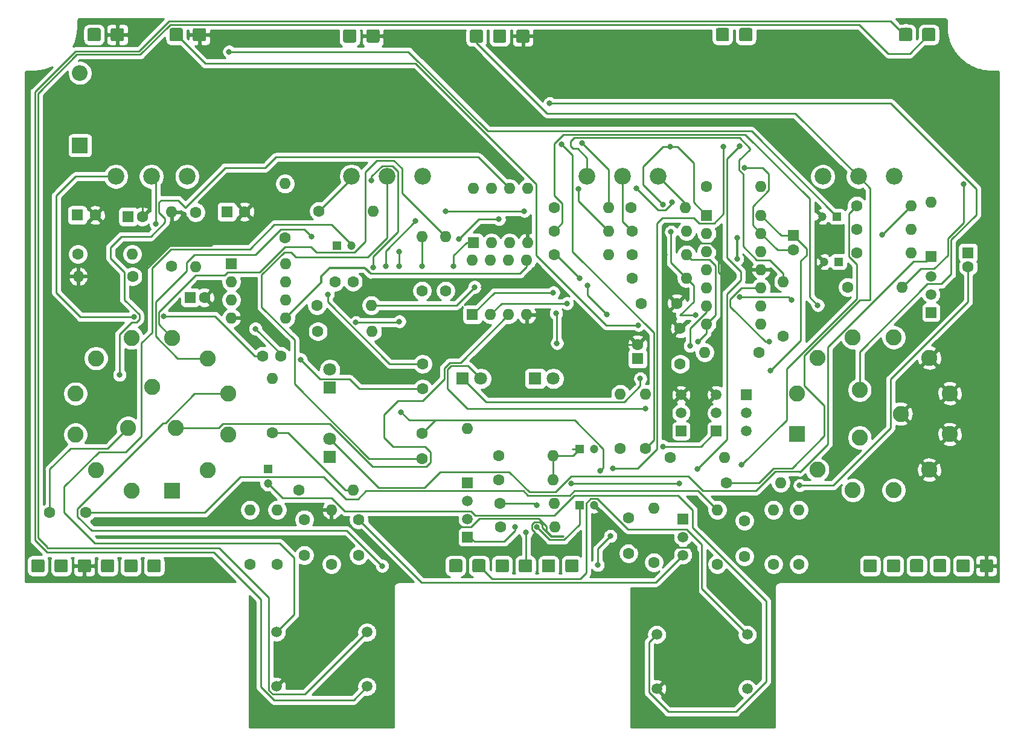
<source format=gbr>
G04 #@! TF.GenerationSoftware,KiCad,Pcbnew,5.1.6*
G04 #@! TF.CreationDate,2020-09-21T15:11:02+01:00*
G04 #@! TF.ProjectId,Tremolo,5472656d-6f6c-46f2-9e6b-696361645f70,V2.0*
G04 #@! TF.SameCoordinates,Original*
G04 #@! TF.FileFunction,Copper,L2,Bot*
G04 #@! TF.FilePolarity,Positive*
%FSLAX46Y46*%
G04 Gerber Fmt 4.6, Leading zero omitted, Abs format (unit mm)*
G04 Created by KiCad (PCBNEW 5.1.6) date 2020-09-21 15:11:02*
%MOMM*%
%LPD*%
G01*
G04 APERTURE LIST*
G04 #@! TA.AperFunction,ComponentPad*
%ADD10C,1.600000*%
G04 #@! TD*
G04 #@! TA.AperFunction,ComponentPad*
%ADD11R,1.600000X1.600000*%
G04 #@! TD*
G04 #@! TA.AperFunction,ComponentPad*
%ADD12C,1.200000*%
G04 #@! TD*
G04 #@! TA.AperFunction,ComponentPad*
%ADD13R,1.200000X1.200000*%
G04 #@! TD*
G04 #@! TA.AperFunction,ComponentPad*
%ADD14R,2.200000X2.200000*%
G04 #@! TD*
G04 #@! TA.AperFunction,ComponentPad*
%ADD15O,2.200000X2.200000*%
G04 #@! TD*
G04 #@! TA.AperFunction,ComponentPad*
%ADD16O,1.600000X1.600000*%
G04 #@! TD*
G04 #@! TA.AperFunction,ComponentPad*
%ADD17R,1.800000X1.800000*%
G04 #@! TD*
G04 #@! TA.AperFunction,ComponentPad*
%ADD18C,1.800000*%
G04 #@! TD*
G04 #@! TA.AperFunction,ComponentPad*
%ADD19R,1.500000X1.500000*%
G04 #@! TD*
G04 #@! TA.AperFunction,ComponentPad*
%ADD20C,1.500000*%
G04 #@! TD*
G04 #@! TA.AperFunction,ComponentPad*
%ADD21C,2.340000*%
G04 #@! TD*
G04 #@! TA.AperFunction,ComponentPad*
%ADD22R,2.250000X2.250000*%
G04 #@! TD*
G04 #@! TA.AperFunction,ComponentPad*
%ADD23C,2.250000*%
G04 #@! TD*
G04 #@! TA.AperFunction,ComponentPad*
%ADD24C,1.520000*%
G04 #@! TD*
G04 #@! TA.AperFunction,ViaPad*
%ADD25C,0.800000*%
G04 #@! TD*
G04 #@! TA.AperFunction,Conductor*
%ADD26C,0.250000*%
G04 #@! TD*
G04 #@! TA.AperFunction,Conductor*
%ADD27C,0.300000*%
G04 #@! TD*
G04 #@! TA.AperFunction,Conductor*
%ADD28C,0.254000*%
G04 #@! TD*
G04 APERTURE END LIST*
D10*
X148336000Y-114046000D03*
X148336000Y-109046000D03*
D11*
X71048880Y-66608960D03*
D10*
X73548880Y-66608960D03*
D12*
X143478000Y-107315000D03*
D13*
X141478000Y-107315000D03*
X177800000Y-73152000D03*
D12*
X175800000Y-73152000D03*
D10*
X110490000Y-114300000D03*
X110490000Y-109300000D03*
D11*
X78178660Y-66817240D03*
D10*
X80178660Y-66817240D03*
X164592000Y-114474000D03*
X164592000Y-109474000D03*
X72183000Y-108331000D03*
X67183000Y-108331000D03*
X102870000Y-109300000D03*
X102870000Y-114300000D03*
D13*
X141478000Y-99441000D03*
D12*
X143478000Y-99441000D03*
X175546000Y-66802000D03*
D13*
X177546000Y-66802000D03*
D10*
X94508960Y-66136520D03*
D11*
X92008960Y-66136520D03*
D10*
X88875620Y-78145640D03*
D11*
X86875620Y-78145640D03*
D10*
X109688000Y-75946000D03*
X107188000Y-75946000D03*
X97028000Y-86360000D03*
X99528000Y-86360000D03*
X150114000Y-78994000D03*
X155114000Y-78994000D03*
D12*
X109442000Y-70866000D03*
D13*
X107442000Y-70866000D03*
X97790000Y-102235000D03*
D12*
X97790000Y-104235000D03*
D10*
X171450000Y-71469000D03*
D11*
X171450000Y-69469000D03*
X195961000Y-71882000D03*
D10*
X195961000Y-73882000D03*
D11*
X149606000Y-86741000D03*
D10*
X149606000Y-84741000D03*
X155575000Y-82503000D03*
X155575000Y-87503000D03*
D14*
X71407020Y-56829960D03*
D15*
X71407020Y-46669960D03*
D11*
X190754000Y-72390000D03*
D16*
X190754000Y-64770000D03*
X125730000Y-96520000D03*
D11*
X125730000Y-104140000D03*
D17*
X135255000Y-89535000D03*
D18*
X137795000Y-89535000D03*
X127635000Y-89535000D03*
D17*
X125095000Y-89535000D03*
G04 #@! TA.AperFunction,ComponentPad*
G36*
G01*
X83982120Y-41962701D02*
X83982120Y-40612699D01*
G75*
G02*
X84232119Y-40362700I249999J0D01*
G01*
X85582121Y-40362700D01*
G75*
G02*
X85832120Y-40612699I0J-249999D01*
G01*
X85832120Y-41962701D01*
G75*
G02*
X85582121Y-42212700I-249999J0D01*
G01*
X84232119Y-42212700D01*
G75*
G02*
X83982120Y-41962701I0J249999D01*
G01*
G37*
G04 #@! TD.AperFunction*
G04 #@! TA.AperFunction,ComponentPad*
G36*
G01*
X87246020Y-41970321D02*
X87246020Y-40620319D01*
G75*
G02*
X87496019Y-40370320I249999J0D01*
G01*
X88846021Y-40370320D01*
G75*
G02*
X89096020Y-40620319I0J-249999D01*
G01*
X89096020Y-41970321D01*
G75*
G02*
X88846021Y-42220320I-249999J0D01*
G01*
X87496019Y-42220320D01*
G75*
G02*
X87246020Y-41970321I0J249999D01*
G01*
G37*
G04 #@! TD.AperFunction*
G04 #@! TA.AperFunction,ComponentPad*
G36*
G01*
X72463220Y-41967781D02*
X72463220Y-40617779D01*
G75*
G02*
X72713219Y-40367780I249999J0D01*
G01*
X74063221Y-40367780D01*
G75*
G02*
X74313220Y-40617779I0J-249999D01*
G01*
X74313220Y-41967781D01*
G75*
G02*
X74063221Y-42217780I-249999J0D01*
G01*
X72713219Y-42217780D01*
G75*
G02*
X72463220Y-41967781I0J249999D01*
G01*
G37*
G04 #@! TD.AperFunction*
G04 #@! TA.AperFunction,ComponentPad*
G36*
G01*
X75729660Y-41970321D02*
X75729660Y-40620319D01*
G75*
G02*
X75979659Y-40370320I249999J0D01*
G01*
X77329661Y-40370320D01*
G75*
G02*
X77579660Y-40620319I0J-249999D01*
G01*
X77579660Y-41970321D01*
G75*
G02*
X77329661Y-42220320I-249999J0D01*
G01*
X75979659Y-42220320D01*
G75*
G02*
X75729660Y-41970321I0J249999D01*
G01*
G37*
G04 #@! TD.AperFunction*
G04 #@! TA.AperFunction,ComponentPad*
G36*
G01*
X129333820Y-42183681D02*
X129333820Y-40833679D01*
G75*
G02*
X129583819Y-40583680I249999J0D01*
G01*
X130933821Y-40583680D01*
G75*
G02*
X131183820Y-40833679I0J-249999D01*
G01*
X131183820Y-42183681D01*
G75*
G02*
X130933821Y-42433680I-249999J0D01*
G01*
X129583819Y-42433680D01*
G75*
G02*
X129333820Y-42183681I0J249999D01*
G01*
G37*
G04 #@! TD.AperFunction*
G04 #@! TA.AperFunction,ComponentPad*
G36*
G01*
X132597720Y-42186221D02*
X132597720Y-40836219D01*
G75*
G02*
X132847719Y-40586220I249999J0D01*
G01*
X134197721Y-40586220D01*
G75*
G02*
X134447720Y-40836219I0J-249999D01*
G01*
X134447720Y-42186221D01*
G75*
G02*
X134197721Y-42436220I-249999J0D01*
G01*
X132847719Y-42436220D01*
G75*
G02*
X132597720Y-42186221I0J249999D01*
G01*
G37*
G04 #@! TD.AperFunction*
G04 #@! TA.AperFunction,ComponentPad*
G36*
G01*
X189511500Y-41957621D02*
X189511500Y-40607619D01*
G75*
G02*
X189761499Y-40357620I249999J0D01*
G01*
X191111501Y-40357620D01*
G75*
G02*
X191361500Y-40607619I0J-249999D01*
G01*
X191361500Y-41957621D01*
G75*
G02*
X191111501Y-42207620I-249999J0D01*
G01*
X189761499Y-42207620D01*
G75*
G02*
X189511500Y-41957621I0J249999D01*
G01*
G37*
G04 #@! TD.AperFunction*
G04 #@! TA.AperFunction,ComponentPad*
G36*
G01*
X186252680Y-41960161D02*
X186252680Y-40610159D01*
G75*
G02*
X186502679Y-40360160I249999J0D01*
G01*
X187852681Y-40360160D01*
G75*
G02*
X188102680Y-40610159I0J-249999D01*
G01*
X188102680Y-41960161D01*
G75*
G02*
X187852681Y-42210160I-249999J0D01*
G01*
X186502679Y-42210160D01*
G75*
G02*
X186252680Y-41960161I0J249999D01*
G01*
G37*
G04 #@! TD.AperFunction*
G04 #@! TA.AperFunction,ComponentPad*
G36*
G01*
X126064840Y-42181141D02*
X126064840Y-40831139D01*
G75*
G02*
X126314839Y-40581140I249999J0D01*
G01*
X127664841Y-40581140D01*
G75*
G02*
X127914840Y-40831139I0J-249999D01*
G01*
X127914840Y-42181141D01*
G75*
G02*
X127664841Y-42431140I-249999J0D01*
G01*
X126314839Y-42431140D01*
G75*
G02*
X126064840Y-42181141I0J249999D01*
G01*
G37*
G04 #@! TD.AperFunction*
G04 #@! TA.AperFunction,ComponentPad*
G36*
G01*
X160583440Y-41967781D02*
X160583440Y-40617779D01*
G75*
G02*
X160833439Y-40367780I249999J0D01*
G01*
X162183441Y-40367780D01*
G75*
G02*
X162433440Y-40617779I0J-249999D01*
G01*
X162433440Y-41967781D01*
G75*
G02*
X162183441Y-42217780I-249999J0D01*
G01*
X160833439Y-42217780D01*
G75*
G02*
X160583440Y-41967781I0J249999D01*
G01*
G37*
G04 #@! TD.AperFunction*
G04 #@! TA.AperFunction,ComponentPad*
G36*
G01*
X163849880Y-41967781D02*
X163849880Y-40617779D01*
G75*
G02*
X164099879Y-40367780I249999J0D01*
G01*
X165449881Y-40367780D01*
G75*
G02*
X165699880Y-40617779I0J-249999D01*
G01*
X165699880Y-41967781D01*
G75*
G02*
X165449881Y-42217780I-249999J0D01*
G01*
X164099879Y-42217780D01*
G75*
G02*
X163849880Y-41967781I0J249999D01*
G01*
G37*
G04 #@! TD.AperFunction*
G04 #@! TA.AperFunction,ComponentPad*
G36*
G01*
X108310240Y-42160821D02*
X108310240Y-40810819D01*
G75*
G02*
X108560239Y-40560820I249999J0D01*
G01*
X109910241Y-40560820D01*
G75*
G02*
X110160240Y-40810819I0J-249999D01*
G01*
X110160240Y-42160821D01*
G75*
G02*
X109910241Y-42410820I-249999J0D01*
G01*
X108560239Y-42410820D01*
G75*
G02*
X108310240Y-42160821I0J249999D01*
G01*
G37*
G04 #@! TD.AperFunction*
G04 #@! TA.AperFunction,ComponentPad*
G36*
G01*
X111581760Y-42160821D02*
X111581760Y-40810819D01*
G75*
G02*
X111831759Y-40560820I249999J0D01*
G01*
X113181761Y-40560820D01*
G75*
G02*
X113431760Y-40810819I0J-249999D01*
G01*
X113431760Y-42160821D01*
G75*
G02*
X113181761Y-42410820I-249999J0D01*
G01*
X111831759Y-42410820D01*
G75*
G02*
X111581760Y-42160821I0J249999D01*
G01*
G37*
G04 #@! TD.AperFunction*
G04 #@! TA.AperFunction,ComponentPad*
G36*
G01*
X191063440Y-116476141D02*
X191063440Y-115126139D01*
G75*
G02*
X191313439Y-114876140I249999J0D01*
G01*
X192663441Y-114876140D01*
G75*
G02*
X192913440Y-115126139I0J-249999D01*
G01*
X192913440Y-116476141D01*
G75*
G02*
X192663441Y-116726140I-249999J0D01*
G01*
X191313439Y-116726140D01*
G75*
G02*
X191063440Y-116476141I0J249999D01*
G01*
G37*
G04 #@! TD.AperFunction*
G04 #@! TA.AperFunction,ComponentPad*
G36*
G01*
X64586900Y-116478681D02*
X64586900Y-115128679D01*
G75*
G02*
X64836899Y-114878680I249999J0D01*
G01*
X66186901Y-114878680D01*
G75*
G02*
X66436900Y-115128679I0J-249999D01*
G01*
X66436900Y-116478681D01*
G75*
G02*
X66186901Y-116728680I-249999J0D01*
G01*
X64836899Y-116728680D01*
G75*
G02*
X64586900Y-116478681I0J249999D01*
G01*
G37*
G04 #@! TD.AperFunction*
G04 #@! TA.AperFunction,ComponentPad*
G36*
G01*
X194324800Y-116478681D02*
X194324800Y-115128679D01*
G75*
G02*
X194574799Y-114878680I249999J0D01*
G01*
X195924801Y-114878680D01*
G75*
G02*
X196174800Y-115128679I0J-249999D01*
G01*
X196174800Y-116478681D01*
G75*
G02*
X195924801Y-116728680I-249999J0D01*
G01*
X194574799Y-116728680D01*
G75*
G02*
X194324800Y-116478681I0J249999D01*
G01*
G37*
G04 #@! TD.AperFunction*
G04 #@! TA.AperFunction,ComponentPad*
G36*
G01*
X67848040Y-116481221D02*
X67848040Y-115131219D01*
G75*
G02*
X68098039Y-114881220I249999J0D01*
G01*
X69448041Y-114881220D01*
G75*
G02*
X69698040Y-115131219I0J-249999D01*
G01*
X69698040Y-116481221D01*
G75*
G02*
X69448041Y-116731220I-249999J0D01*
G01*
X68098039Y-116731220D01*
G75*
G02*
X67848040Y-116481221I0J249999D01*
G01*
G37*
G04 #@! TD.AperFunction*
G04 #@! TA.AperFunction,ComponentPad*
G36*
G01*
X71104320Y-116486301D02*
X71104320Y-115136299D01*
G75*
G02*
X71354319Y-114886300I249999J0D01*
G01*
X72704321Y-114886300D01*
G75*
G02*
X72954320Y-115136299I0J-249999D01*
G01*
X72954320Y-116486301D01*
G75*
G02*
X72704321Y-116736300I-249999J0D01*
G01*
X71354319Y-116736300D01*
G75*
G02*
X71104320Y-116486301I0J249999D01*
G01*
G37*
G04 #@! TD.AperFunction*
G04 #@! TA.AperFunction,ComponentPad*
G36*
G01*
X197586160Y-116483761D02*
X197586160Y-115133759D01*
G75*
G02*
X197836159Y-114883760I249999J0D01*
G01*
X199186161Y-114883760D01*
G75*
G02*
X199436160Y-115133759I0J-249999D01*
G01*
X199436160Y-116483761D01*
G75*
G02*
X199186161Y-116733760I-249999J0D01*
G01*
X197836159Y-116733760D01*
G75*
G02*
X197586160Y-116483761I0J249999D01*
G01*
G37*
G04 #@! TD.AperFunction*
G04 #@! TA.AperFunction,ComponentPad*
G36*
G01*
X181292060Y-116478681D02*
X181292060Y-115128679D01*
G75*
G02*
X181542059Y-114878680I249999J0D01*
G01*
X182892061Y-114878680D01*
G75*
G02*
X183142060Y-115128679I0J-249999D01*
G01*
X183142060Y-116478681D01*
G75*
G02*
X182892061Y-116728680I-249999J0D01*
G01*
X181542059Y-116728680D01*
G75*
G02*
X181292060Y-116478681I0J249999D01*
G01*
G37*
G04 #@! TD.AperFunction*
G04 #@! TA.AperFunction,ComponentPad*
G36*
G01*
X74360600Y-116486301D02*
X74360600Y-115136299D01*
G75*
G02*
X74610599Y-114886300I249999J0D01*
G01*
X75960601Y-114886300D01*
G75*
G02*
X76210600Y-115136299I0J-249999D01*
G01*
X76210600Y-116486301D01*
G75*
G02*
X75960601Y-116736300I-249999J0D01*
G01*
X74610599Y-116736300D01*
G75*
G02*
X74360600Y-116486301I0J249999D01*
G01*
G37*
G04 #@! TD.AperFunction*
G04 #@! TA.AperFunction,ComponentPad*
G36*
G01*
X187807160Y-116473601D02*
X187807160Y-115123599D01*
G75*
G02*
X188057159Y-114873600I249999J0D01*
G01*
X189407161Y-114873600D01*
G75*
G02*
X189657160Y-115123599I0J-249999D01*
G01*
X189657160Y-116473601D01*
G75*
G02*
X189407161Y-116723600I-249999J0D01*
G01*
X188057159Y-116723600D01*
G75*
G02*
X187807160Y-116473601I0J249999D01*
G01*
G37*
G04 #@! TD.AperFunction*
G04 #@! TA.AperFunction,ComponentPad*
G36*
G01*
X80878240Y-116486301D02*
X80878240Y-115136299D01*
G75*
G02*
X81128239Y-114886300I249999J0D01*
G01*
X82478241Y-114886300D01*
G75*
G02*
X82728240Y-115136299I0J-249999D01*
G01*
X82728240Y-116486301D01*
G75*
G02*
X82478241Y-116736300I-249999J0D01*
G01*
X81128239Y-116736300D01*
G75*
G02*
X80878240Y-116486301I0J249999D01*
G01*
G37*
G04 #@! TD.AperFunction*
G04 #@! TA.AperFunction,ComponentPad*
G36*
G01*
X184553420Y-116478681D02*
X184553420Y-115128679D01*
G75*
G02*
X184803419Y-114878680I249999J0D01*
G01*
X186153421Y-114878680D01*
G75*
G02*
X186403420Y-115128679I0J-249999D01*
G01*
X186403420Y-116478681D01*
G75*
G02*
X186153421Y-116728680I-249999J0D01*
G01*
X184803419Y-116728680D01*
G75*
G02*
X184553420Y-116478681I0J249999D01*
G01*
G37*
G04 #@! TD.AperFunction*
G04 #@! TA.AperFunction,ComponentPad*
G36*
G01*
X77616880Y-116486301D02*
X77616880Y-115136299D01*
G75*
G02*
X77866879Y-114886300I249999J0D01*
G01*
X79216881Y-114886300D01*
G75*
G02*
X79466880Y-115136299I0J-249999D01*
G01*
X79466880Y-116486301D01*
G75*
G02*
X79216881Y-116736300I-249999J0D01*
G01*
X77866879Y-116736300D01*
G75*
G02*
X77616880Y-116486301I0J249999D01*
G01*
G37*
G04 #@! TD.AperFunction*
G04 #@! TA.AperFunction,ComponentPad*
G36*
G01*
X123171780Y-116476141D02*
X123171780Y-115126139D01*
G75*
G02*
X123421779Y-114876140I249999J0D01*
G01*
X124771781Y-114876140D01*
G75*
G02*
X125021780Y-115126139I0J-249999D01*
G01*
X125021780Y-116476141D01*
G75*
G02*
X124771781Y-116726140I-249999J0D01*
G01*
X123421779Y-116726140D01*
G75*
G02*
X123171780Y-116476141I0J249999D01*
G01*
G37*
G04 #@! TD.AperFunction*
G04 #@! TA.AperFunction,ComponentPad*
G36*
G01*
X126428060Y-116476141D02*
X126428060Y-115126139D01*
G75*
G02*
X126678059Y-114876140I249999J0D01*
G01*
X128028061Y-114876140D01*
G75*
G02*
X128278060Y-115126139I0J-249999D01*
G01*
X128278060Y-116476141D01*
G75*
G02*
X128028061Y-116726140I-249999J0D01*
G01*
X126678059Y-116726140D01*
G75*
G02*
X126428060Y-116476141I0J249999D01*
G01*
G37*
G04 #@! TD.AperFunction*
G04 #@! TA.AperFunction,ComponentPad*
G36*
G01*
X129684520Y-116478681D02*
X129684520Y-115128679D01*
G75*
G02*
X129934519Y-114878680I249999J0D01*
G01*
X131284521Y-114878680D01*
G75*
G02*
X131534520Y-115128679I0J-249999D01*
G01*
X131534520Y-116478681D01*
G75*
G02*
X131284521Y-116728680I-249999J0D01*
G01*
X129934519Y-116728680D01*
G75*
G02*
X129684520Y-116478681I0J249999D01*
G01*
G37*
G04 #@! TD.AperFunction*
G04 #@! TA.AperFunction,ComponentPad*
G36*
G01*
X132940620Y-116478681D02*
X132940620Y-115128679D01*
G75*
G02*
X133190619Y-114878680I249999J0D01*
G01*
X134540621Y-114878680D01*
G75*
G02*
X134790620Y-115128679I0J-249999D01*
G01*
X134790620Y-116478681D01*
G75*
G02*
X134540621Y-116728680I-249999J0D01*
G01*
X133190619Y-116728680D01*
G75*
G02*
X132940620Y-116478681I0J249999D01*
G01*
G37*
G04 #@! TD.AperFunction*
G04 #@! TA.AperFunction,ComponentPad*
G36*
G01*
X136194360Y-116483761D02*
X136194360Y-115133759D01*
G75*
G02*
X136444359Y-114883760I249999J0D01*
G01*
X137794361Y-114883760D01*
G75*
G02*
X138044360Y-115133759I0J-249999D01*
G01*
X138044360Y-116483761D01*
G75*
G02*
X137794361Y-116733760I-249999J0D01*
G01*
X136444359Y-116733760D01*
G75*
G02*
X136194360Y-116483761I0J249999D01*
G01*
G37*
G04 #@! TD.AperFunction*
G04 #@! TA.AperFunction,ComponentPad*
G36*
G01*
X139460800Y-116483761D02*
X139460800Y-115133759D01*
G75*
G02*
X139710799Y-114883760I249999J0D01*
G01*
X141060801Y-114883760D01*
G75*
G02*
X141310800Y-115133759I0J-249999D01*
G01*
X141310800Y-116483761D01*
G75*
G02*
X141060801Y-116733760I-249999J0D01*
G01*
X139710799Y-116733760D01*
G75*
G02*
X139460800Y-116483761I0J249999D01*
G01*
G37*
G04 #@! TD.AperFunction*
D19*
X155956000Y-109220000D03*
D20*
X155956000Y-114300000D03*
X155956000Y-111760000D03*
X125730000Y-109220000D03*
X125730000Y-106680000D03*
D19*
X125730000Y-111760000D03*
D20*
X190754000Y-77724000D03*
X190754000Y-75184000D03*
D19*
X190754000Y-80264000D03*
D20*
X164846000Y-94361000D03*
X164846000Y-96901000D03*
D19*
X164846000Y-91821000D03*
X160655000Y-96901000D03*
D20*
X160655000Y-91821000D03*
X160655000Y-94361000D03*
D19*
X155702000Y-96901000D03*
D20*
X155702000Y-91821000D03*
X155702000Y-94361000D03*
D10*
X130429000Y-110363000D03*
D16*
X138049000Y-110363000D03*
X187960000Y-71882000D03*
D10*
X180340000Y-71882000D03*
X151892000Y-115316000D03*
D16*
X151892000Y-107696000D03*
D10*
X130302000Y-107061000D03*
D16*
X137922000Y-107061000D03*
X186690000Y-76708000D03*
D10*
X179070000Y-76708000D03*
D16*
X78752700Y-72080120D03*
D10*
X71132700Y-72080120D03*
X78785720Y-75204320D03*
D16*
X71165720Y-75204320D03*
X160782000Y-107950000D03*
D10*
X160782000Y-115570000D03*
X104775000Y-82931000D03*
D16*
X112395000Y-82931000D03*
X106680000Y-107950000D03*
D10*
X106680000Y-115570000D03*
X180340000Y-65278000D03*
D16*
X187960000Y-65278000D03*
X137795000Y-100330000D03*
D10*
X130175000Y-100330000D03*
D16*
X187960000Y-68580000D03*
D10*
X180340000Y-68580000D03*
X130175000Y-103759000D03*
D16*
X137795000Y-103759000D03*
D10*
X100159820Y-69827140D03*
D16*
X100159820Y-62207140D03*
X119380000Y-69596000D03*
D10*
X119380000Y-77216000D03*
X168656000Y-115570000D03*
D16*
X168656000Y-107950000D03*
D10*
X99060000Y-115570000D03*
D16*
X99060000Y-107950000D03*
D10*
X137922000Y-65532000D03*
D16*
X145542000Y-65532000D03*
X87607140Y-73820020D03*
D10*
X87607140Y-66200020D03*
X84277200Y-73802240D03*
D16*
X84277200Y-66182240D03*
D10*
X137922000Y-72136000D03*
D16*
X145542000Y-72136000D03*
X172212000Y-107950000D03*
D10*
X172212000Y-115570000D03*
D16*
X95250000Y-107950000D03*
D10*
X95250000Y-115570000D03*
X104648000Y-79248000D03*
D16*
X112268000Y-79248000D03*
X122682000Y-69596000D03*
D10*
X122682000Y-77216000D03*
X102108000Y-105156000D03*
D16*
X109728000Y-105156000D03*
X145542000Y-68834000D03*
D10*
X137922000Y-68834000D03*
X104902000Y-66040000D03*
D16*
X112522000Y-66040000D03*
D10*
X98425000Y-97155000D03*
D16*
X98425000Y-89535000D03*
X170053000Y-75946000D03*
D10*
X170053000Y-83566000D03*
X148717000Y-65532000D03*
D16*
X156337000Y-65532000D03*
D10*
X148844000Y-75438000D03*
D16*
X156464000Y-75438000D03*
X156464000Y-68834000D03*
D10*
X148844000Y-68834000D03*
D16*
X166878000Y-62611000D03*
D10*
X159258000Y-62611000D03*
D16*
X159004000Y-85852000D03*
D10*
X166624000Y-85852000D03*
D16*
X156464000Y-72136000D03*
D10*
X148844000Y-72136000D03*
X162052000Y-104140000D03*
D16*
X169672000Y-104140000D03*
D10*
X147193000Y-99314000D03*
D16*
X147193000Y-91694000D03*
X161798000Y-100584000D03*
D10*
X154178000Y-100584000D03*
D16*
X150749000Y-91694000D03*
D10*
X150749000Y-99314000D03*
D21*
X119478400Y-61178440D03*
X114478400Y-61178440D03*
X109478400Y-61178440D03*
X86433680Y-61170820D03*
X81433680Y-61170820D03*
X76433680Y-61170820D03*
X142526340Y-61183520D03*
X147526340Y-61183520D03*
X152526340Y-61183520D03*
X175576820Y-61191140D03*
X180576820Y-61191140D03*
X185576820Y-61191140D03*
D22*
X84363360Y-105253720D03*
D23*
X89343360Y-102383720D03*
X92213360Y-97403720D03*
X92213360Y-91663720D03*
X89343360Y-86683720D03*
X84363360Y-83813720D03*
X78623360Y-83813720D03*
X73643360Y-86683720D03*
X70773360Y-91663720D03*
X70773360Y-97403720D03*
X73643360Y-102383720D03*
X78623360Y-105253720D03*
X84827360Y-96458720D03*
X81493360Y-90683720D03*
X78159360Y-96458720D03*
X180732480Y-91141300D03*
X186507480Y-94475300D03*
X180732480Y-97809300D03*
X171937480Y-91605300D03*
X174807480Y-86625300D03*
X179787480Y-83755300D03*
X185527480Y-83755300D03*
X190507480Y-86625300D03*
X193377480Y-91605300D03*
X193377480Y-97345300D03*
X190507480Y-102325300D03*
X185527480Y-105195300D03*
X179787480Y-105195300D03*
X174807480Y-102325300D03*
D22*
X171937480Y-97345300D03*
D24*
X111660940Y-125112780D03*
X111660940Y-132732780D03*
X98960940Y-132732780D03*
X98960940Y-125112780D03*
X152288240Y-125445520D03*
X152288240Y-133065520D03*
X164988240Y-133065520D03*
X164988240Y-125445520D03*
D11*
X92641420Y-73413620D03*
D16*
X100261420Y-81033620D03*
X92641420Y-75953620D03*
X100261420Y-78493620D03*
X92641420Y-78493620D03*
X100261420Y-75953620D03*
X92641420Y-81033620D03*
X100261420Y-73413620D03*
X126552960Y-62847220D03*
X134172960Y-70467220D03*
X129092960Y-62847220D03*
X131632960Y-70467220D03*
X131632960Y-62847220D03*
X129092960Y-70467220D03*
X134172960Y-62847220D03*
D11*
X126552960Y-70467220D03*
X126443740Y-80545940D03*
D16*
X134063740Y-72925940D03*
X128983740Y-80545940D03*
X131523740Y-72925940D03*
X131523740Y-80545940D03*
X128983740Y-72925940D03*
X134063740Y-80545940D03*
X126443740Y-72925940D03*
D11*
X159283400Y-66621660D03*
D16*
X166903400Y-81861660D03*
X159283400Y-69161660D03*
X166903400Y-79321660D03*
X159283400Y-71701660D03*
X166903400Y-76781660D03*
X159283400Y-74241660D03*
X166903400Y-74241660D03*
X159283400Y-76781660D03*
X166903400Y-71701660D03*
X159283400Y-79321660D03*
X166903400Y-69161660D03*
X159283400Y-81861660D03*
X166903400Y-66621660D03*
D17*
X106446320Y-90817700D03*
D18*
X106446320Y-88277700D03*
D10*
X119400320Y-97254060D03*
X119400320Y-100754060D03*
D18*
X106403140Y-97977960D03*
D17*
X106403140Y-100517960D03*
D10*
X119443500Y-90972640D03*
X119443500Y-87472640D03*
D25*
X149733000Y-82042000D03*
X162052000Y-75692000D03*
X155448000Y-70612000D03*
X153416000Y-72136000D03*
X82296000Y-45720000D03*
X143764000Y-87884000D03*
X80264000Y-79248000D03*
X78740000Y-62992000D03*
X128016000Y-76708000D03*
X132588000Y-76200000D03*
X187452000Y-85344000D03*
X188976000Y-79248000D03*
X141356080Y-111452660D03*
X116349780Y-110340140D03*
X135509000Y-107315000D03*
X135509000Y-110363000D03*
X138303000Y-84582000D03*
X138176000Y-80391000D03*
X183896000Y-69342000D03*
X92329000Y-43688000D03*
X144399000Y-102489000D03*
X116459000Y-94234000D03*
X114300000Y-73787000D03*
X118491000Y-67437000D03*
X126746000Y-76708000D03*
X123825000Y-73787000D03*
X112522000Y-73914000D03*
X112268000Y-61722000D03*
X83185000Y-80772000D03*
X78994000Y-80899000D03*
X110109000Y-81661000D03*
X116205000Y-81534000D03*
X116205000Y-73787000D03*
X116205000Y-71755000D03*
X124587000Y-69977000D03*
X130175000Y-67183000D03*
X102362000Y-86868000D03*
X76962000Y-89027000D03*
X96012000Y-82550000D03*
X164592000Y-59971129D03*
X149479000Y-62865000D03*
X154432000Y-64770000D03*
X168275000Y-88392000D03*
X158115000Y-84353001D03*
X172339000Y-104521000D03*
X156972000Y-84963000D03*
X132461000Y-110363000D03*
X164211000Y-101600000D03*
X150749000Y-93726000D03*
X149987000Y-89535000D03*
X154178000Y-57023000D03*
X171196000Y-78486000D03*
X163957000Y-78105000D03*
X157734000Y-80645000D03*
X154305000Y-68961000D03*
X153162000Y-65151000D03*
X161671000Y-57023000D03*
X146177000Y-102108000D03*
X145796000Y-111633000D03*
X144018000Y-115697000D03*
X163957000Y-56896000D03*
X157988000Y-102235000D03*
X155448000Y-104267000D03*
X140335000Y-104267000D03*
X133985000Y-111125000D03*
X138938000Y-56642000D03*
X195326000Y-62230000D03*
X153162000Y-99060000D03*
X139700000Y-78994000D03*
X141478000Y-75438000D03*
X119380000Y-73750940D03*
X137287000Y-50927000D03*
X141859000Y-56515000D03*
X113792000Y-115824000D03*
X145288000Y-80518000D03*
X142621000Y-76454000D03*
X137795000Y-77470000D03*
X103886000Y-69596000D03*
X122682000Y-66040000D03*
X133731000Y-66040000D03*
X141351000Y-62929000D03*
X174879000Y-79248000D03*
X168084500Y-84391500D03*
X163576000Y-72771000D03*
X163576000Y-69751659D03*
X106172000Y-77724000D03*
X82042000Y-67818000D03*
D26*
X135397961Y-62259219D02*
X118477742Y-45339000D01*
X135397961Y-72277221D02*
X135397961Y-62259219D01*
X149733000Y-82042000D02*
X145162740Y-82042000D01*
X145162740Y-82042000D02*
X135397961Y-72277221D01*
X88958420Y-45339000D02*
X84907120Y-41287700D01*
X118477742Y-45339000D02*
X88958420Y-45339000D01*
X149387999Y-113224999D02*
X157412001Y-113224999D01*
X143478000Y-107315000D02*
X149387999Y-113224999D01*
X157412001Y-113224999D02*
X158115000Y-113927998D01*
X158115000Y-127238760D02*
X152288240Y-133065520D01*
X158115000Y-113927998D02*
X158115000Y-127238760D01*
X162052000Y-75692000D02*
X160958411Y-74598411D01*
X160958411Y-71711669D02*
X159823401Y-70576659D01*
X160958411Y-74598411D02*
X160958411Y-71711669D01*
X159823401Y-70576659D02*
X155483341Y-70576659D01*
X155483341Y-70576659D02*
X155448000Y-70612000D01*
X153416000Y-77296000D02*
X155114000Y-78994000D01*
X153416000Y-72136000D02*
X153416000Y-77296000D01*
X157480000Y-90043000D02*
X157480000Y-87376000D01*
X155702000Y-91821000D02*
X157480000Y-90043000D01*
X146907000Y-84741000D02*
X149606000Y-84741000D01*
X143764000Y-87884000D02*
X146907000Y-84741000D01*
X80264000Y-74674590D02*
X80264000Y-79248000D01*
X84014599Y-70923991D02*
X80264000Y-74674590D01*
X94508960Y-66136520D02*
X89721489Y-70923991D01*
X89721489Y-70923991D02*
X84014599Y-70923991D01*
X80178660Y-64430660D02*
X80178660Y-66817240D01*
X78740000Y-62992000D02*
X80178660Y-64430660D01*
X84277200Y-70661390D02*
X84014599Y-70923991D01*
X84277200Y-66182240D02*
X84277200Y-70661390D01*
X128016000Y-76708000D02*
X132080000Y-76708000D01*
X132080000Y-76708000D02*
X132588000Y-76200000D01*
X187452000Y-85344000D02*
X188976000Y-83820000D01*
X188976000Y-83820000D02*
X188976000Y-79248000D01*
X143764000Y-87884000D02*
X139700000Y-87884000D01*
X134063740Y-82247740D02*
X134063740Y-80545940D01*
X139700000Y-87884000D02*
X134063740Y-82247740D01*
X141356080Y-111452660D02*
X141356080Y-113014760D01*
X141356080Y-113014760D02*
X140670280Y-113700560D01*
X136823999Y-110270591D02*
X135707417Y-109154009D01*
X136823999Y-110951001D02*
X136823999Y-110270591D01*
X140670280Y-113700560D02*
X137773558Y-113700560D01*
X135160999Y-109637999D02*
X135857001Y-109637999D01*
X134783999Y-110014999D02*
X135160999Y-109637999D01*
X137773558Y-113700560D02*
X134783999Y-110711001D01*
X135857001Y-109637999D02*
X136234001Y-110014999D01*
X136234001Y-110014999D02*
X136234001Y-110451591D01*
X136234001Y-110451591D02*
X137473400Y-111690990D01*
X137473400Y-111690990D02*
X139132600Y-111690990D01*
X137460999Y-111588001D02*
X136823999Y-110951001D01*
X134783999Y-110711001D02*
X134783999Y-110014999D01*
X139235589Y-111588001D02*
X137460999Y-111588001D01*
X139132600Y-111690990D02*
X139235589Y-111588001D01*
X126200862Y-110340140D02*
X116349780Y-110340140D01*
X135707417Y-109154009D02*
X127386993Y-109154009D01*
X127386993Y-109154009D02*
X126200862Y-110340140D01*
X130302000Y-107061000D02*
X135255000Y-107061000D01*
X135255000Y-107061000D02*
X135509000Y-107315000D01*
X135509000Y-110363000D02*
X137287000Y-112141000D01*
X141478000Y-109982000D02*
X141478000Y-107315000D01*
X139319000Y-112141000D02*
X141478000Y-109982000D01*
X137287000Y-112141000D02*
X139319000Y-112141000D01*
X155956000Y-114300000D02*
X152146000Y-118110000D01*
X152146000Y-118110000D02*
X119300000Y-118110000D01*
X119300000Y-118110000D02*
X110490000Y-109300000D01*
X158115000Y-105283000D02*
X160782000Y-107950000D01*
X108712000Y-106426000D02*
X110377002Y-106426000D01*
X110377002Y-106426000D02*
X111520002Y-105283000D01*
X111520002Y-105283000D02*
X133604000Y-105283000D01*
X88900000Y-108331000D02*
X93921001Y-103309999D01*
X105595999Y-103309999D02*
X108712000Y-106426000D01*
X93921001Y-103309999D02*
X105595999Y-103309999D01*
X72183000Y-108331000D02*
X88900000Y-108331000D01*
X133604000Y-105283000D02*
X134239000Y-105918000D01*
X134239000Y-105918000D02*
X140093592Y-105918000D01*
X140093592Y-105918000D02*
X140728592Y-105283000D01*
X140728592Y-105283000D02*
X158115000Y-105283000D01*
X67183000Y-108331000D02*
X67183000Y-102235000D01*
X67183000Y-102235000D02*
X70104000Y-99314000D01*
X70104000Y-99314000D02*
X75311000Y-99314000D01*
X75311000Y-99307080D02*
X78159360Y-96458720D01*
X75311000Y-99314000D02*
X75311000Y-99307080D01*
X141478000Y-99441000D02*
X140462000Y-99441000D01*
X138176000Y-100330000D02*
X137795000Y-100330000D01*
X137795000Y-103759000D02*
X137795000Y-100330000D01*
X138303000Y-84582000D02*
X138303000Y-80518000D01*
X138303000Y-80518000D02*
X138176000Y-80391000D01*
X140589000Y-100330000D02*
X141478000Y-99441000D01*
X137795000Y-100330000D02*
X140589000Y-100330000D01*
X187960000Y-65278000D02*
X183896000Y-69342000D01*
X117463152Y-43688000D02*
X92329000Y-43688000D01*
X128607141Y-54831989D02*
X117463152Y-43688000D01*
X177546000Y-66802000D02*
X165575989Y-54831989D01*
X165575989Y-54831989D02*
X128607141Y-54831989D01*
X121259381Y-95394999D02*
X119400320Y-97254060D01*
X140801001Y-95394999D02*
X121259381Y-95394999D01*
X144798999Y-99392997D02*
X140801001Y-95394999D01*
X144798999Y-102089001D02*
X144798999Y-99392997D01*
X144399000Y-102489000D02*
X144798999Y-102089001D01*
X121259381Y-95394999D02*
X117619999Y-95394999D01*
X117619999Y-95394999D02*
X116459000Y-94234000D01*
X114300000Y-73787000D02*
X114300000Y-71628000D01*
X114300000Y-71628000D02*
X118491000Y-67437000D01*
X109478400Y-61463600D02*
X109478400Y-61178440D01*
X104902000Y-66040000D02*
X109478400Y-61463600D01*
X112268000Y-79248000D02*
X124206000Y-79248000D01*
X124206000Y-79248000D02*
X126746000Y-76708000D01*
X123825000Y-73787000D02*
X123825000Y-72263000D01*
X125620780Y-70467220D02*
X126552960Y-70467220D01*
X123825000Y-72263000D02*
X125620780Y-70467220D01*
X112268000Y-61176238D02*
X112268000Y-61722000D01*
X113760799Y-59683439D02*
X112268000Y-61176238D01*
X115196001Y-59683439D02*
X113760799Y-59683439D01*
X112522000Y-72391410D02*
X115973401Y-68940009D01*
X112522000Y-73914000D02*
X112522000Y-72391410D01*
X115973401Y-68940009D02*
X115973401Y-60460839D01*
X115973401Y-60460839D02*
X115196001Y-59683439D01*
X100595630Y-97155000D02*
X98425000Y-97155000D01*
X108596630Y-105156000D02*
X100595630Y-97155000D01*
X109728000Y-105156000D02*
X108596630Y-105156000D01*
X97028000Y-86360000D02*
X95896630Y-86360000D01*
X90308630Y-80772000D02*
X83185000Y-80772000D01*
X95896630Y-86360000D02*
X90308630Y-80772000D01*
X78994000Y-80899000D02*
X71501000Y-80899000D01*
X71501000Y-80899000D02*
X68072000Y-77470000D01*
X68072000Y-77470000D02*
X68072000Y-63881000D01*
X70782180Y-61170820D02*
X76433680Y-61170820D01*
X68072000Y-63881000D02*
X70782180Y-61170820D01*
X110109000Y-81661000D02*
X116078000Y-81661000D01*
X116078000Y-81661000D02*
X116205000Y-81534000D01*
X116205000Y-73787000D02*
X116205000Y-71755000D01*
X124587000Y-69977000D02*
X127381000Y-67183000D01*
X127381000Y-67183000D02*
X130175000Y-67183000D01*
X119443500Y-90972640D02*
X110576360Y-90972640D01*
X105086699Y-89592699D02*
X102362000Y-86868000D01*
X110576360Y-90972640D02*
X109196419Y-89592699D01*
X109196419Y-89592699D02*
X105086699Y-89592699D01*
X99528000Y-86066000D02*
X99528000Y-86360000D01*
X96012000Y-82550000D02*
X99528000Y-86066000D01*
X97409000Y-59944000D02*
X98875010Y-58477990D01*
X91754158Y-59944000D02*
X97409000Y-59944000D01*
X86182139Y-65516019D02*
X91754158Y-59944000D01*
X85182120Y-64516000D02*
X86182139Y-65516019D01*
X82804000Y-64516000D02*
X85182120Y-64516000D01*
X127263730Y-58477990D02*
X131632960Y-62847220D01*
X98875010Y-58477990D02*
X127263730Y-58477990D01*
X82492010Y-64827990D02*
X82804000Y-64516000D01*
X82492010Y-66236010D02*
X82492010Y-64827990D01*
X83312000Y-67621002D02*
X83312000Y-67056000D01*
X79719001Y-81247001D02*
X79719001Y-80550999D01*
X79342001Y-81624001D02*
X79719001Y-81247001D01*
X78645999Y-81624001D02*
X79342001Y-81624001D01*
X81337002Y-69596000D02*
X83312000Y-67621002D01*
X76962000Y-89027000D02*
X76962000Y-83308000D01*
X77660719Y-78492717D02*
X77660719Y-74612719D01*
X75692000Y-71120000D02*
X77216000Y-69596000D01*
X76962000Y-83308000D02*
X78645999Y-81624001D01*
X79719001Y-80550999D02*
X77660719Y-78492717D01*
X77660719Y-74612719D02*
X75692000Y-72644000D01*
X75692000Y-72644000D02*
X75692000Y-71120000D01*
X83312000Y-67056000D02*
X82492010Y-66236010D01*
X77216000Y-69596000D02*
X81337002Y-69596000D01*
X101473000Y-122600720D02*
X98960940Y-125112780D01*
X99441000Y-112649000D02*
X101473000Y-114681000D01*
X73533000Y-112649000D02*
X99441000Y-112649000D01*
X69215000Y-108331000D02*
X73533000Y-112649000D01*
X95250000Y-71374000D02*
X84201000Y-71374000D01*
X109442000Y-70707000D02*
X106680000Y-67945000D01*
X98679000Y-67945000D02*
X95250000Y-71374000D01*
X69215000Y-104666078D02*
X69215000Y-108331000D01*
X106680000Y-67945000D02*
X98679000Y-67945000D01*
X109442000Y-70866000D02*
X109442000Y-70707000D01*
X84201000Y-71374000D02*
X81534000Y-74041000D01*
X81534000Y-74041000D02*
X81534000Y-83049082D01*
X74059078Y-99822000D02*
X69215000Y-104666078D01*
X81534000Y-83049082D02*
X80043359Y-84539723D01*
X101473000Y-114681000D02*
X101473000Y-122600720D01*
X80043359Y-84539723D02*
X80043359Y-97629641D01*
X80043359Y-97629641D02*
X77851000Y-99822000D01*
X77851000Y-99822000D02*
X74059078Y-99822000D01*
X151203239Y-133586321D02*
X153887918Y-136271000D01*
X152288240Y-125445520D02*
X151203239Y-126530521D01*
X151203239Y-126530521D02*
X151203239Y-133586321D01*
X163388562Y-136271000D02*
X167640000Y-132019562D01*
X153887918Y-136271000D02*
X163388562Y-136271000D01*
X106676003Y-106281001D02*
X99836001Y-106281001D01*
X108540001Y-108144999D02*
X106676003Y-106281001D01*
X126246001Y-108144999D02*
X108540001Y-108144999D01*
X99836001Y-106281001D02*
X97790000Y-104235000D01*
X126805001Y-108703999D02*
X126246001Y-108144999D01*
X137944003Y-108703999D02*
X126805001Y-108703999D01*
X140708013Y-105939989D02*
X137944003Y-108703999D01*
X155300991Y-105939989D02*
X140708013Y-105939989D01*
X157331001Y-107969999D02*
X155300991Y-105939989D01*
X167640000Y-120762998D02*
X157331001Y-110453999D01*
X157331001Y-110453999D02*
X157331001Y-107969999D01*
X167640000Y-132019562D02*
X167640000Y-120762998D01*
X169210740Y-71469000D02*
X166903400Y-69161660D01*
X171450000Y-71469000D02*
X169210740Y-71469000D01*
X165778399Y-68036659D02*
X165778399Y-65361601D01*
X166903400Y-69161660D02*
X165778399Y-68036659D01*
X168003001Y-63136999D02*
X168003001Y-60815001D01*
X165778399Y-65361601D02*
X168003001Y-63136999D01*
X168003001Y-60815001D02*
X167159129Y-59971129D01*
X167159129Y-59971129D02*
X164592000Y-59971129D01*
X154432000Y-64954002D02*
X154432000Y-64770000D01*
X153510001Y-65876001D02*
X154432000Y-64954002D01*
X149479000Y-62865000D02*
X152490001Y-65876001D01*
X152490001Y-65876001D02*
X153510001Y-65876001D01*
X169750740Y-69469000D02*
X166903400Y-66621660D01*
X171450000Y-69469000D02*
X169750740Y-69469000D01*
X168275000Y-88392000D02*
X172466000Y-84201000D01*
X172466000Y-73025000D02*
X173277649Y-72213351D01*
X172466000Y-84201000D02*
X172466000Y-73025000D01*
X173277649Y-71296649D02*
X171450000Y-69469000D01*
X173277649Y-72213351D02*
X173277649Y-71296649D01*
X157154661Y-72826661D02*
X156464000Y-72136000D01*
X159681403Y-72826661D02*
X157154661Y-72826661D01*
X160508401Y-73653659D02*
X159681403Y-72826661D01*
X160508401Y-80636659D02*
X160508401Y-73653659D01*
X159283400Y-81861660D02*
X160508401Y-80636659D01*
X159283400Y-83184601D02*
X159283400Y-81861660D01*
X158115000Y-84353001D02*
X159283400Y-83184601D01*
X177038000Y-104521000D02*
X172339000Y-104521000D01*
X185057479Y-96501521D02*
X177038000Y-104521000D01*
X185057479Y-89643521D02*
X185057479Y-96501521D01*
X195961000Y-73882000D02*
X195961000Y-78740000D01*
X195961000Y-78740000D02*
X185057479Y-89643521D01*
X159283400Y-80196658D02*
X159283400Y-79321660D01*
X156972000Y-82508058D02*
X159283400Y-80196658D01*
X156972000Y-84963000D02*
X156972000Y-82508058D01*
X131591409Y-102633999D02*
X121902001Y-102633999D01*
X134425400Y-105467990D02*
X131591409Y-102633999D01*
X138065008Y-105467990D02*
X134425400Y-105467990D01*
X188289777Y-73107001D02*
X176257481Y-85139297D01*
X176257481Y-85139297D02*
X176257481Y-98729297D01*
X190036999Y-73107001D02*
X188289777Y-73107001D01*
X176257481Y-98729297D02*
X172354889Y-102631889D01*
X190754000Y-72390000D02*
X190036999Y-73107001D01*
X113258170Y-104832990D02*
X106403140Y-97977960D01*
X172354889Y-102631889D02*
X172281010Y-102558010D01*
X172281010Y-102558010D02*
X168931992Y-102558010D01*
X119703010Y-104832990D02*
X113258170Y-104832990D01*
X168931992Y-102558010D02*
X166225001Y-105265001D01*
X166225001Y-105265001D02*
X158733411Y-105265001D01*
X121902001Y-102633999D02*
X119703010Y-104832990D01*
X158733411Y-105265001D02*
X156682411Y-103214001D01*
X156682411Y-103214001D02*
X140298001Y-103214001D01*
X140298001Y-103234997D02*
X138065008Y-105467990D01*
X140298001Y-103214001D02*
X140298001Y-103234997D01*
X125730000Y-111760000D02*
X126111000Y-111760000D01*
X126111000Y-111760000D02*
X126746000Y-112395000D01*
X126746000Y-112395000D02*
X130937000Y-112395000D01*
X130937000Y-112395000D02*
X132461000Y-110871000D01*
X132461000Y-110871000D02*
X132461000Y-110363000D01*
X170487479Y-95323521D02*
X164211000Y-101600000D01*
X170487479Y-88162889D02*
X170487479Y-95323521D01*
X180340000Y-65278000D02*
X179214999Y-66403001D01*
X180340000Y-73547002D02*
X180340000Y-78310368D01*
X179214999Y-66403001D02*
X179214999Y-72422001D01*
X179214999Y-72422001D02*
X180340000Y-73547002D01*
X180340000Y-78310368D02*
X170487479Y-88162889D01*
X125730000Y-93726000D02*
X122936000Y-90932000D01*
X122936000Y-88265000D02*
X123444000Y-87757000D01*
X150749000Y-93726000D02*
X125730000Y-93726000D01*
X122936000Y-90932000D02*
X122936000Y-88265000D01*
X125857000Y-87757000D02*
X127635000Y-89535000D01*
X123444000Y-87757000D02*
X125857000Y-87757000D01*
X128379001Y-92819001D02*
X125095000Y-89535000D01*
X147733001Y-92819001D02*
X128379001Y-92819001D01*
X149987000Y-90565002D02*
X147733001Y-92819001D01*
X149987000Y-89535000D02*
X149987000Y-90565002D01*
X157462001Y-64800261D02*
X159283400Y-66621660D01*
X157462001Y-59291001D02*
X157462001Y-64800261D01*
X163975999Y-78086001D02*
X163957000Y-78105000D01*
X171196000Y-78486000D02*
X170796001Y-78086001D01*
X170796001Y-78086001D02*
X163975999Y-78086001D01*
X156464000Y-75438000D02*
X154305000Y-73279000D01*
X154305000Y-73279000D02*
X154305000Y-68961000D01*
X153162000Y-65151000D02*
X150368000Y-62357000D01*
X150368000Y-62357000D02*
X150368000Y-59817000D01*
X154178000Y-57023000D02*
X153162000Y-57023000D01*
X150368000Y-59817000D02*
X153162000Y-57023000D01*
X155194000Y-57023000D02*
X157462001Y-59291001D01*
X154178000Y-57023000D02*
X155194000Y-57023000D01*
X157480000Y-76454000D02*
X156464000Y-75438000D01*
X157480000Y-78740000D02*
X157480000Y-76454000D01*
X157734000Y-80645000D02*
X155575000Y-80645000D01*
X155575000Y-80645000D02*
X157480000Y-78740000D01*
X184785000Y-43942000D02*
X187777120Y-43942000D01*
X180721000Y-39878000D02*
X184785000Y-43942000D01*
X84074000Y-39878000D02*
X180721000Y-39878000D01*
X79883000Y-44069000D02*
X84074000Y-39878000D01*
X98440139Y-133817781D02*
X97875939Y-133253581D01*
X111660940Y-125112780D02*
X102955939Y-133817781D01*
X97875939Y-133253581D02*
X97875939Y-120227939D01*
X66802000Y-113284000D02*
X66802000Y-113157000D01*
X102955939Y-133817781D02*
X98440139Y-133817781D01*
X66802000Y-113157000D02*
X65532000Y-111887000D01*
X90932000Y-113284000D02*
X66802000Y-113284000D01*
X65532000Y-111887000D02*
X65532000Y-49530000D01*
X187777120Y-43942000D02*
X190436500Y-41282620D01*
X97875939Y-120227939D02*
X90932000Y-113284000D01*
X70993000Y-44069000D02*
X79883000Y-44069000D01*
X65532000Y-49530000D02*
X70993000Y-44069000D01*
X109773720Y-134620000D02*
X111660940Y-132732780D01*
X96774000Y-132788052D02*
X98605948Y-134620000D01*
X96774000Y-120521368D02*
X96774000Y-132788052D01*
X90171632Y-113919000D02*
X96774000Y-120521368D01*
X66800590Y-113919000D02*
X90171632Y-113919000D01*
X98605948Y-134620000D02*
X109773720Y-134620000D01*
X65081990Y-49343600D02*
X65081990Y-112200400D01*
X65081990Y-112200400D02*
X66800590Y-113919000D01*
X70806599Y-43618991D02*
X65081990Y-49343600D01*
X79696600Y-43618990D02*
X70806599Y-43618991D01*
X83887599Y-39427991D02*
X79696600Y-43618990D01*
X187177680Y-41285160D02*
X187177680Y-40360160D01*
X186965178Y-41285160D02*
X185108009Y-39427991D01*
X187177680Y-41285160D02*
X186965178Y-41285160D01*
X185108009Y-39427991D02*
X83887599Y-39427991D01*
X182238672Y-62852992D02*
X182238672Y-78521696D01*
X180576820Y-61191140D02*
X182238672Y-62852992D01*
X172974000Y-86312778D02*
X172974000Y-90495818D01*
X182238672Y-78521696D02*
X180765082Y-78521696D01*
X180765082Y-78521696D02*
X172974000Y-86312778D01*
X162052000Y-104140000D02*
X166624000Y-104140000D01*
X166624000Y-104140000D02*
X168656000Y-102108000D01*
X168656000Y-102108000D02*
X171260962Y-102108000D01*
X175807471Y-93329289D02*
X172974000Y-90495818D01*
X175807471Y-97575471D02*
X175807471Y-93329289D01*
X175793491Y-97575471D02*
X171260962Y-102108000D01*
X175807471Y-97575471D02*
X175793491Y-97575471D01*
X126989840Y-42431140D02*
X136882700Y-52324000D01*
X126989840Y-41506140D02*
X126989840Y-42431140D01*
X171709680Y-52324000D02*
X180576820Y-61191140D01*
X136882700Y-52324000D02*
X171709680Y-52324000D01*
X145796000Y-111633000D02*
X144018000Y-113411000D01*
X144018000Y-113411000D02*
X144018000Y-115697000D01*
X157462001Y-66985263D02*
X158223399Y-67746661D01*
X160343401Y-67746661D02*
X161671000Y-66419062D01*
X158223399Y-67746661D02*
X160343401Y-67746661D01*
X149620002Y-102108000D02*
X152324010Y-99403992D01*
X146177000Y-102108000D02*
X149620002Y-102108000D01*
X152324010Y-99403992D02*
X152324010Y-67766990D01*
X153105737Y-66985263D02*
X157462001Y-66985263D01*
X152324010Y-67766990D02*
X153105737Y-66985263D01*
X161671000Y-66419062D02*
X161671000Y-57023000D01*
X155448000Y-104267000D02*
X140335000Y-104267000D01*
X133985000Y-115684300D02*
X133865620Y-115803680D01*
X133985000Y-111125000D02*
X133985000Y-115684300D01*
X157988000Y-102235000D02*
X162121010Y-98101990D01*
X162121010Y-98101990D02*
X162121010Y-77654990D01*
X164084000Y-75692000D02*
X164084000Y-74537980D01*
X162121010Y-77654990D02*
X164084000Y-75692000D01*
X162121010Y-58731990D02*
X163957000Y-56896000D01*
X162121010Y-72574990D02*
X162121010Y-58731990D01*
X164084000Y-74537980D02*
X162121010Y-72574990D01*
X151874001Y-98188999D02*
X150749000Y-99314000D01*
X151874001Y-83109999D02*
X151874001Y-98188999D01*
X140490501Y-71726499D02*
X140490501Y-58194501D01*
X140490501Y-58194501D02*
X138938000Y-56642000D01*
X140490501Y-71726499D02*
X151874001Y-83109999D01*
X191220003Y-74108999D02*
X189289001Y-74108999D01*
X189289001Y-74108999D02*
X186690000Y-76708000D01*
X193116501Y-69900499D02*
X195326000Y-67691000D01*
X195326000Y-62230000D02*
X195326000Y-67691000D01*
X193116501Y-72212501D02*
X193116501Y-69900499D01*
X193116501Y-72212501D02*
X191220003Y-74108999D01*
X142403001Y-116803999D02*
X141547010Y-117659990D01*
X142403001Y-107020997D02*
X142403001Y-116803999D01*
X129211910Y-117659990D02*
X127353060Y-115801140D01*
X141547010Y-117659990D02*
X129211910Y-117659990D01*
X148217001Y-110684999D02*
X143922001Y-106389999D01*
X164988240Y-125445520D02*
X158565009Y-119022289D01*
X143033999Y-106389999D02*
X142403001Y-107020997D01*
X158565009Y-119022289D02*
X158565009Y-112778007D01*
X158565009Y-112778007D02*
X156472001Y-110684999D01*
X143922001Y-106389999D02*
X143033999Y-106389999D01*
X156472001Y-110684999D02*
X148217001Y-110684999D01*
X158496000Y-99060000D02*
X160655000Y-96901000D01*
X153162000Y-99060000D02*
X158496000Y-99060000D01*
X128983740Y-80545940D02*
X130535680Y-78994000D01*
X130535680Y-78994000D02*
X139700000Y-78994000D01*
X138176000Y-72136000D02*
X137922000Y-72136000D01*
X141478000Y-75438000D02*
X138176000Y-72136000D01*
X119380000Y-73750940D02*
X119380000Y-69596000D01*
X145542000Y-60198000D02*
X145542000Y-65532000D01*
X141859000Y-56515000D02*
X145542000Y-60198000D01*
X87476358Y-91663720D02*
X83377359Y-95762719D01*
X71057999Y-108871001D02*
X73057998Y-110871000D01*
X92213360Y-91663720D02*
X87476358Y-91663720D01*
X83086279Y-95762719D02*
X71057999Y-107790999D01*
X83377359Y-95762719D02*
X83086279Y-95762719D01*
X71057999Y-107790999D02*
X71057999Y-108871001D01*
X73057998Y-110871000D02*
X108839000Y-110871000D01*
X108839000Y-110871000D02*
X113792000Y-115824000D01*
X145288000Y-80518000D02*
X142621000Y-77851000D01*
X142621000Y-77851000D02*
X142621000Y-76454000D01*
X185096002Y-50927000D02*
X137287000Y-50927000D01*
X197086001Y-62916999D02*
X185096002Y-50927000D01*
X193566511Y-70086899D02*
X197086001Y-66567409D01*
X180732480Y-91141300D02*
X180732480Y-85764520D01*
X180732480Y-85764520D02*
X190237999Y-76259001D01*
X190237999Y-76259001D02*
X192218999Y-76259001D01*
X197086001Y-66567409D02*
X197086001Y-62916999D01*
X192218999Y-76259001D02*
X193566511Y-74911489D01*
X193566511Y-74911489D02*
X193566511Y-70086899D01*
X129519680Y-77470000D02*
X126443740Y-80545940D01*
X137795000Y-77470000D02*
X129519680Y-77470000D01*
X100173487Y-71052141D02*
X103826859Y-71052141D01*
X96587007Y-74638621D02*
X100173487Y-71052141D01*
X92143417Y-74638621D02*
X96587007Y-74638621D01*
X82459999Y-81910359D02*
X82459999Y-80196259D01*
X84363360Y-83813720D02*
X82459999Y-81910359D01*
X82459999Y-80196259D02*
X87611237Y-75045021D01*
X87611237Y-75045021D02*
X91737017Y-75045021D01*
X91737017Y-75045021D02*
X92143417Y-74638621D01*
X111396999Y-70280003D02*
X111396999Y-60561001D01*
X109886001Y-71791001D02*
X111396999Y-70280003D01*
X103826859Y-71052141D02*
X104565719Y-71791001D01*
X104565719Y-71791001D02*
X109886001Y-71791001D01*
X111396999Y-60561001D02*
X113030000Y-58928000D01*
X113030000Y-58928000D02*
X115443000Y-58928000D01*
X115443000Y-58928000D02*
X116586000Y-60071000D01*
X116586000Y-63500000D02*
X122682000Y-69596000D01*
X116586000Y-60071000D02*
X116586000Y-63500000D01*
X102892139Y-68602139D02*
X103886000Y-69596000D01*
X95985339Y-72188619D02*
X99571819Y-68602139D01*
X86382139Y-73232019D02*
X87425539Y-72188619D01*
X89343360Y-86683720D02*
X85087358Y-86683720D01*
X82009990Y-83606352D02*
X82009990Y-78780170D01*
X99571819Y-68602139D02*
X102892139Y-68602139D01*
X87425539Y-72188619D02*
X95985339Y-72188619D01*
X85087358Y-86683720D02*
X82009990Y-83606352D01*
X82009990Y-78780170D02*
X86382139Y-74408021D01*
X86382139Y-74408021D02*
X86382139Y-73232019D01*
X122682000Y-66040000D02*
X133731000Y-66040000D01*
X141351000Y-64643000D02*
X145542000Y-68834000D01*
X141351000Y-62929000D02*
X141351000Y-64643000D01*
X164686001Y-55281999D02*
X139224999Y-55281999D01*
X173727659Y-64323657D02*
X164686001Y-55281999D01*
X173727659Y-78096659D02*
X173727659Y-64323657D01*
X174879000Y-79248000D02*
X173727659Y-78096659D01*
X139047001Y-67708999D02*
X137922000Y-68834000D01*
X139047001Y-64991999D02*
X139047001Y-67708999D01*
X137893499Y-56613499D02*
X137893499Y-63838497D01*
X137893499Y-63838497D02*
X139047001Y-64991999D01*
X139224999Y-55281999D02*
X137893499Y-56613499D01*
X140736991Y-55732009D02*
X140208000Y-56261000D01*
X142526340Y-58579340D02*
X142526340Y-61183520D01*
X161650009Y-55732009D02*
X140736991Y-55732009D01*
X166315399Y-72926661D02*
X164401001Y-71012263D01*
X164401001Y-60853132D02*
X163866999Y-60319130D01*
X161671000Y-55753000D02*
X161650009Y-55732009D01*
X168165031Y-72926661D02*
X166315399Y-72926661D01*
X165354000Y-57219998D02*
X163887002Y-55753000D01*
X170053000Y-75946000D02*
X170053000Y-74814630D01*
X163866999Y-60319130D02*
X163866999Y-58891001D01*
X170053000Y-74814630D02*
X168165031Y-72926661D01*
X163866999Y-58891001D02*
X165354000Y-57404000D01*
X164401001Y-71012263D02*
X164401001Y-60853132D01*
X165354000Y-57404000D02*
X165354000Y-57219998D01*
X163887002Y-55753000D02*
X161671000Y-55753000D01*
X141224000Y-57277000D02*
X140589000Y-57277000D01*
X141224000Y-57277000D02*
X142526340Y-58579340D01*
X140589000Y-57277000D02*
X140208000Y-56896000D01*
X140208000Y-56896000D02*
X140208000Y-56261000D01*
X167518815Y-84391500D02*
X162571020Y-79443705D01*
X168084500Y-84391500D02*
X167518815Y-84391500D01*
X164207338Y-76781660D02*
X166903400Y-76781660D01*
X162571020Y-78417978D02*
X164207338Y-76781660D01*
X162571020Y-79443705D02*
X162571020Y-78417978D01*
X134063740Y-73871258D02*
X134063740Y-72925940D01*
X133113999Y-74820999D02*
X134063740Y-73871258D01*
D27*
X163576000Y-72771000D02*
X163576000Y-69751659D01*
X111379000Y-74041000D02*
X112158999Y-74820999D01*
X106426000Y-74041000D02*
X111379000Y-74041000D01*
X100261420Y-81033620D02*
X105265001Y-76030039D01*
X105265001Y-75201999D02*
X106426000Y-74041000D01*
D26*
X112158999Y-74820999D02*
X133113999Y-74820999D01*
D27*
X105265001Y-76030039D02*
X105265001Y-75201999D01*
D26*
X156337000Y-64994180D02*
X156337000Y-65532000D01*
X152526340Y-61183520D02*
X156337000Y-64994180D01*
X147491999Y-67481999D02*
X148844000Y-68834000D01*
X147491999Y-61217861D02*
X147491999Y-67481999D01*
X147526340Y-61183520D02*
X147491999Y-61217861D01*
X101486421Y-90310421D02*
X111930060Y-100754060D01*
X96901000Y-79486202D02*
X101486421Y-84071623D01*
X111930060Y-100754060D02*
X119400320Y-100754060D01*
X96901000Y-74961038D02*
X96901000Y-79486202D01*
X114478400Y-61178440D02*
X114478400Y-69798600D01*
X101001001Y-71791001D02*
X100071037Y-71791001D01*
X101486421Y-84071623D02*
X101486421Y-90310421D01*
X100071037Y-71791001D02*
X96901000Y-74961038D01*
X111760000Y-72517000D02*
X101727000Y-72517000D01*
X114478400Y-69798600D02*
X111760000Y-72517000D01*
X101727000Y-72517000D02*
X101001001Y-71791001D01*
X106172000Y-78797002D02*
X106172000Y-77724000D01*
X119443500Y-87472640D02*
X114847638Y-87472640D01*
X114847638Y-87472640D02*
X106172000Y-78797002D01*
X82042000Y-61779140D02*
X81433680Y-61170820D01*
X82042000Y-67818000D02*
X82042000Y-61779140D01*
X122485991Y-88078599D02*
X123257600Y-87306990D01*
X119433340Y-92636340D02*
X122485990Y-89583690D01*
X116004340Y-92636340D02*
X119433340Y-92636340D01*
X124762690Y-87306990D02*
X131523740Y-80545940D01*
X114046000Y-94594680D02*
X116004340Y-92636340D01*
X84827360Y-96458720D02*
X90864358Y-96458720D01*
X90864358Y-96458720D02*
X91469359Y-95853719D01*
X123257600Y-87306990D02*
X124762690Y-87306990D01*
X91469359Y-95853719D02*
X106393309Y-95853719D01*
X106393309Y-95853719D02*
X112418651Y-101879061D01*
X112418651Y-101879061D02*
X119940321Y-101879061D01*
X119940321Y-101879061D02*
X120525321Y-101294061D01*
X120525321Y-101294061D02*
X120525321Y-99824321D01*
X120525321Y-99824321D02*
X119763321Y-99062321D01*
X114046000Y-97790000D02*
X114046000Y-94594680D01*
X122485990Y-89583690D02*
X122485991Y-88078599D01*
X119763321Y-99062321D02*
X115318321Y-99062321D01*
X115318321Y-99062321D02*
X114046000Y-97790000D01*
D28*
G36*
X192705718Y-39068764D02*
G01*
X192766502Y-39086773D01*
X192800958Y-39104931D01*
X192850175Y-39144794D01*
X192875038Y-39174735D01*
X192905264Y-39230426D01*
X192916791Y-39267657D01*
X192926978Y-39364726D01*
X192926978Y-40214591D01*
X192927426Y-40219141D01*
X192928709Y-40322582D01*
X192929396Y-40328794D01*
X192928969Y-40335025D01*
X192929341Y-40345280D01*
X192938104Y-40547553D01*
X192939294Y-40555932D01*
X192939027Y-40564394D01*
X192939778Y-40574629D01*
X192955998Y-40776423D01*
X192957487Y-40784701D01*
X192957531Y-40793104D01*
X192958657Y-40803304D01*
X192982280Y-41004356D01*
X192984062Y-41012530D01*
X192984413Y-41020892D01*
X192985912Y-41031044D01*
X193016884Y-41231086D01*
X193018961Y-41239177D01*
X193019616Y-41247497D01*
X193021485Y-41257587D01*
X193059754Y-41456355D01*
X193062125Y-41464361D01*
X193063083Y-41472647D01*
X193065320Y-41482662D01*
X193110832Y-41679889D01*
X193113498Y-41687814D01*
X193114761Y-41696074D01*
X193117363Y-41706001D01*
X193170064Y-41901422D01*
X193173032Y-41909281D01*
X193174604Y-41917522D01*
X193177569Y-41927347D01*
X193237407Y-42120695D01*
X193240679Y-42128480D01*
X193242565Y-42136710D01*
X193245891Y-42146419D01*
X193312812Y-42337429D01*
X193316398Y-42345151D01*
X193318606Y-42353375D01*
X193322289Y-42362954D01*
X193396241Y-42551360D01*
X193399098Y-42556959D01*
X193400915Y-42562976D01*
X193404893Y-42572436D01*
X193458065Y-42696455D01*
X193461081Y-42701939D01*
X193463074Y-42707869D01*
X193467342Y-42717201D01*
X193552808Y-42900664D01*
X193557117Y-42907956D01*
X193560108Y-42915875D01*
X193564717Y-42925044D01*
X193656894Y-43105222D01*
X193661441Y-43112306D01*
X193664700Y-43120059D01*
X193669643Y-43129052D01*
X193768382Y-43305721D01*
X193773162Y-43312598D01*
X193776686Y-43320190D01*
X193781956Y-43328995D01*
X193887104Y-43501928D01*
X193892118Y-43508605D01*
X193895908Y-43516045D01*
X193901497Y-43524652D01*
X194012902Y-43693620D01*
X194018158Y-43700112D01*
X194022217Y-43707405D01*
X194028116Y-43715801D01*
X194145628Y-43880578D01*
X194151123Y-43886878D01*
X194155455Y-43894033D01*
X194161659Y-43902208D01*
X194285124Y-44062566D01*
X194290873Y-44068689D01*
X194295485Y-44075711D01*
X194301984Y-44083652D01*
X194431252Y-44239366D01*
X194437260Y-44245312D01*
X194442153Y-44252194D01*
X194448940Y-44259890D01*
X194583859Y-44410732D01*
X194590131Y-44416497D01*
X194595322Y-44423254D01*
X194602391Y-44430694D01*
X194742809Y-44576436D01*
X194747597Y-44580520D01*
X194751581Y-44585386D01*
X194758876Y-44592603D01*
X194855459Y-44686818D01*
X194860346Y-44690732D01*
X194864456Y-44695446D01*
X194871971Y-44702434D01*
X195021137Y-44839203D01*
X195027913Y-44844294D01*
X195033710Y-44850467D01*
X195041479Y-44857173D01*
X195195593Y-44988341D01*
X195202501Y-44993143D01*
X195208481Y-44999059D01*
X195216491Y-45005475D01*
X195375326Y-45130890D01*
X195382373Y-45135413D01*
X195388538Y-45141081D01*
X195396777Y-45147199D01*
X195560106Y-45266711D01*
X195567294Y-45270961D01*
X195573643Y-45276383D01*
X195582101Y-45282195D01*
X195749697Y-45395654D01*
X195757041Y-45399641D01*
X195763579Y-45404823D01*
X195772244Y-45410322D01*
X195943879Y-45517572D01*
X195951372Y-45521291D01*
X195958108Y-45526240D01*
X195966968Y-45531418D01*
X196142416Y-45632311D01*
X196150076Y-45635770D01*
X196157015Y-45640485D01*
X196166059Y-45645335D01*
X196345094Y-45739716D01*
X196352917Y-45742908D01*
X196360076Y-45747396D01*
X196369293Y-45751909D01*
X196551686Y-45839628D01*
X196559686Y-45842553D01*
X196567060Y-45846804D01*
X196576437Y-45850972D01*
X196761962Y-45931879D01*
X196767947Y-45933819D01*
X196773491Y-45936790D01*
X196782993Y-45940665D01*
X196908294Y-45990744D01*
X196914299Y-45992487D01*
X196919898Y-45995268D01*
X196929516Y-45998848D01*
X197119687Y-46068118D01*
X197127892Y-46070227D01*
X197135602Y-46073708D01*
X197145345Y-46076931D01*
X197337944Y-46139136D01*
X197346163Y-46140928D01*
X197353946Y-46144103D01*
X197363801Y-46146965D01*
X197558559Y-46202051D01*
X197566796Y-46203532D01*
X197574658Y-46206408D01*
X197584612Y-46208907D01*
X197781267Y-46256821D01*
X197789532Y-46257996D01*
X197797470Y-46260575D01*
X197807509Y-46262708D01*
X198005793Y-46303397D01*
X198014094Y-46304269D01*
X198022116Y-46306554D01*
X198032225Y-46308319D01*
X198231873Y-46341730D01*
X198240218Y-46342299D01*
X198248335Y-46344293D01*
X198258503Y-46345687D01*
X198459248Y-46371765D01*
X198467638Y-46372029D01*
X198475849Y-46373729D01*
X198486061Y-46374749D01*
X198687637Y-46393443D01*
X198696084Y-46393398D01*
X198704406Y-46394804D01*
X198714648Y-46395446D01*
X198916790Y-46406701D01*
X198925293Y-46406343D01*
X198933729Y-46407448D01*
X198943988Y-46407711D01*
X199117176Y-46410931D01*
X199123988Y-46411602D01*
X199978370Y-46411602D01*
X200055718Y-46418764D01*
X200116502Y-46436773D01*
X200150958Y-46454931D01*
X200200175Y-46494794D01*
X200225038Y-46524735D01*
X200255264Y-46580426D01*
X200266791Y-46617657D01*
X200276977Y-46714721D01*
X200275536Y-118071020D01*
X169596316Y-118073497D01*
X169560240Y-118069944D01*
X169524105Y-118073503D01*
X169524076Y-118073503D01*
X169490728Y-118076790D01*
X169416155Y-118084135D01*
X169416124Y-118084144D01*
X169416097Y-118084147D01*
X169351023Y-118103892D01*
X169277607Y-118126163D01*
X169277580Y-118126178D01*
X169277552Y-118126186D01*
X169220052Y-118156927D01*
X169149920Y-118194413D01*
X169149893Y-118194435D01*
X169149871Y-118194447D01*
X169099278Y-118235975D01*
X169038002Y-118286263D01*
X169037983Y-118286286D01*
X169037960Y-118286305D01*
X168991050Y-118343474D01*
X168946153Y-118398181D01*
X168946140Y-118398206D01*
X168946120Y-118398230D01*
X168913917Y-118458490D01*
X168877903Y-118525868D01*
X168877893Y-118525900D01*
X168877881Y-118525923D01*
X168859127Y-118587764D01*
X168835875Y-118664416D01*
X168835872Y-118664448D01*
X168835864Y-118664474D01*
X168829615Y-118727972D01*
X168825240Y-118772396D01*
X168825240Y-118772434D01*
X168821685Y-118808559D01*
X168825240Y-118844626D01*
X168825241Y-138452266D01*
X148659520Y-138461736D01*
X148659520Y-118870000D01*
X152108678Y-118870000D01*
X152146000Y-118873676D01*
X152183322Y-118870000D01*
X152183333Y-118870000D01*
X152294986Y-118859003D01*
X152438247Y-118815546D01*
X152570276Y-118744974D01*
X152686001Y-118650001D01*
X152709804Y-118620997D01*
X155674635Y-115656167D01*
X155819589Y-115685000D01*
X156092411Y-115685000D01*
X156359989Y-115631775D01*
X156612043Y-115527371D01*
X156838886Y-115375799D01*
X157031799Y-115182886D01*
X157183371Y-114956043D01*
X157287775Y-114703989D01*
X157341000Y-114436411D01*
X157341000Y-114163589D01*
X157287775Y-113896011D01*
X157183371Y-113643957D01*
X157031799Y-113417114D01*
X156838886Y-113224201D01*
X156612043Y-113072629D01*
X156509127Y-113030000D01*
X156612043Y-112987371D01*
X156838886Y-112835799D01*
X157031799Y-112642886D01*
X157161290Y-112449090D01*
X157805010Y-113092810D01*
X157805009Y-118984966D01*
X157801333Y-119022289D01*
X157805009Y-119059611D01*
X157805009Y-119059621D01*
X157816006Y-119171274D01*
X157859463Y-119314535D01*
X157930035Y-119446565D01*
X157962181Y-119485734D01*
X158025008Y-119562290D01*
X158054012Y-119586093D01*
X163623569Y-125155651D01*
X163593240Y-125308124D01*
X163593240Y-125582916D01*
X163646849Y-125852427D01*
X163752007Y-126106300D01*
X163904673Y-126334781D01*
X164098979Y-126529087D01*
X164327460Y-126681753D01*
X164581333Y-126786911D01*
X164850844Y-126840520D01*
X165125636Y-126840520D01*
X165395147Y-126786911D01*
X165649020Y-126681753D01*
X165877501Y-126529087D01*
X166071807Y-126334781D01*
X166224473Y-126106300D01*
X166329631Y-125852427D01*
X166383240Y-125582916D01*
X166383240Y-125308124D01*
X166329631Y-125038613D01*
X166224473Y-124784740D01*
X166071807Y-124556259D01*
X165877501Y-124361953D01*
X165649020Y-124209287D01*
X165395147Y-124104129D01*
X165125636Y-124050520D01*
X164850844Y-124050520D01*
X164698371Y-124080849D01*
X159325009Y-118707488D01*
X159325009Y-113522808D01*
X160101223Y-114299022D01*
X159867241Y-114455363D01*
X159667363Y-114655241D01*
X159510320Y-114890273D01*
X159402147Y-115151426D01*
X159347000Y-115428665D01*
X159347000Y-115711335D01*
X159402147Y-115988574D01*
X159510320Y-116249727D01*
X159667363Y-116484759D01*
X159867241Y-116684637D01*
X160102273Y-116841680D01*
X160363426Y-116949853D01*
X160640665Y-117005000D01*
X160923335Y-117005000D01*
X161200574Y-116949853D01*
X161461727Y-116841680D01*
X161696759Y-116684637D01*
X161896637Y-116484759D01*
X162052978Y-116250778D01*
X166880001Y-121077801D01*
X166880000Y-131704760D01*
X166206668Y-132378092D01*
X166071807Y-132176259D01*
X165877501Y-131981953D01*
X165649020Y-131829287D01*
X165395147Y-131724129D01*
X165125636Y-131670520D01*
X164850844Y-131670520D01*
X164581333Y-131724129D01*
X164327460Y-131829287D01*
X164098979Y-131981953D01*
X163904673Y-132176259D01*
X163752007Y-132404740D01*
X163646849Y-132658613D01*
X163593240Y-132928124D01*
X163593240Y-133202916D01*
X163646849Y-133472427D01*
X163752007Y-133726300D01*
X163904673Y-133954781D01*
X164098979Y-134149087D01*
X164300813Y-134283948D01*
X163073761Y-135511000D01*
X154202721Y-135511000D01*
X152976859Y-134285139D01*
X153006034Y-134269545D01*
X153072771Y-134029657D01*
X152288240Y-133245125D01*
X152274098Y-133259268D01*
X152094493Y-133079663D01*
X152108635Y-133065520D01*
X152467845Y-133065520D01*
X153252377Y-133850051D01*
X153492265Y-133783314D01*
X153609164Y-133534628D01*
X153675301Y-133267914D01*
X153688135Y-132993423D01*
X153647171Y-132721703D01*
X153553984Y-132463194D01*
X153492265Y-132347726D01*
X153252377Y-132280989D01*
X152467845Y-133065520D01*
X152108635Y-133065520D01*
X152094493Y-133051378D01*
X152274098Y-132871773D01*
X152288240Y-132885915D01*
X153072771Y-132101383D01*
X153006034Y-131861495D01*
X152757348Y-131744596D01*
X152490634Y-131678459D01*
X152216143Y-131665625D01*
X151963239Y-131703752D01*
X151963239Y-126845322D01*
X151998370Y-126810191D01*
X152150844Y-126840520D01*
X152425636Y-126840520D01*
X152695147Y-126786911D01*
X152949020Y-126681753D01*
X153177501Y-126529087D01*
X153371807Y-126334781D01*
X153524473Y-126106300D01*
X153629631Y-125852427D01*
X153683240Y-125582916D01*
X153683240Y-125308124D01*
X153629631Y-125038613D01*
X153524473Y-124784740D01*
X153371807Y-124556259D01*
X153177501Y-124361953D01*
X152949020Y-124209287D01*
X152695147Y-124104129D01*
X152425636Y-124050520D01*
X152150844Y-124050520D01*
X151881333Y-124104129D01*
X151627460Y-124209287D01*
X151398979Y-124361953D01*
X151204673Y-124556259D01*
X151052007Y-124784740D01*
X150946849Y-125038613D01*
X150893240Y-125308124D01*
X150893240Y-125582916D01*
X150923569Y-125735390D01*
X150692241Y-125966717D01*
X150663238Y-125990520D01*
X150608110Y-126057695D01*
X150568265Y-126106245D01*
X150568236Y-126106300D01*
X150497693Y-126238275D01*
X150454236Y-126381536D01*
X150443239Y-126493189D01*
X150443239Y-126493199D01*
X150439563Y-126530521D01*
X150443239Y-126567844D01*
X150443240Y-133548989D01*
X150439563Y-133586321D01*
X150443240Y-133623654D01*
X150448579Y-133677856D01*
X150454237Y-133735306D01*
X150497693Y-133878567D01*
X150568265Y-134010597D01*
X150639440Y-134097323D01*
X150663239Y-134126322D01*
X150692237Y-134150120D01*
X153324123Y-136782008D01*
X153347917Y-136811001D01*
X153376910Y-136834795D01*
X153376914Y-136834799D01*
X153447603Y-136892811D01*
X153463642Y-136905974D01*
X153595671Y-136976546D01*
X153738932Y-137020003D01*
X153850585Y-137031000D01*
X153850594Y-137031000D01*
X153887917Y-137034676D01*
X153925240Y-137031000D01*
X163351240Y-137031000D01*
X163388562Y-137034676D01*
X163425884Y-137031000D01*
X163425895Y-137031000D01*
X163537548Y-137020003D01*
X163680809Y-136976546D01*
X163812838Y-136905974D01*
X163928563Y-136811001D01*
X163952366Y-136781997D01*
X168151004Y-132583360D01*
X168180001Y-132559563D01*
X168274974Y-132443838D01*
X168345546Y-132311809D01*
X168389003Y-132168548D01*
X168400000Y-132056895D01*
X168400000Y-132056886D01*
X168403676Y-132019563D01*
X168400000Y-131982240D01*
X168400000Y-120800320D01*
X168403676Y-120762997D01*
X168400000Y-120725674D01*
X168400000Y-120725665D01*
X168389003Y-120614012D01*
X168345546Y-120470751D01*
X168274974Y-120338722D01*
X168180001Y-120222997D01*
X168151003Y-120199199D01*
X162284469Y-114332665D01*
X163157000Y-114332665D01*
X163157000Y-114615335D01*
X163212147Y-114892574D01*
X163320320Y-115153727D01*
X163477363Y-115388759D01*
X163677241Y-115588637D01*
X163912273Y-115745680D01*
X164173426Y-115853853D01*
X164450665Y-115909000D01*
X164733335Y-115909000D01*
X165010574Y-115853853D01*
X165271727Y-115745680D01*
X165506759Y-115588637D01*
X165666731Y-115428665D01*
X167221000Y-115428665D01*
X167221000Y-115711335D01*
X167276147Y-115988574D01*
X167384320Y-116249727D01*
X167541363Y-116484759D01*
X167741241Y-116684637D01*
X167976273Y-116841680D01*
X168237426Y-116949853D01*
X168514665Y-117005000D01*
X168797335Y-117005000D01*
X169074574Y-116949853D01*
X169335727Y-116841680D01*
X169570759Y-116684637D01*
X169770637Y-116484759D01*
X169927680Y-116249727D01*
X170035853Y-115988574D01*
X170091000Y-115711335D01*
X170091000Y-115428665D01*
X170777000Y-115428665D01*
X170777000Y-115711335D01*
X170832147Y-115988574D01*
X170940320Y-116249727D01*
X171097363Y-116484759D01*
X171297241Y-116684637D01*
X171532273Y-116841680D01*
X171793426Y-116949853D01*
X172070665Y-117005000D01*
X172353335Y-117005000D01*
X172630574Y-116949853D01*
X172891727Y-116841680D01*
X173126759Y-116684637D01*
X173326637Y-116484759D01*
X173483680Y-116249727D01*
X173591853Y-115988574D01*
X173647000Y-115711335D01*
X173647000Y-115428665D01*
X173591853Y-115151426D01*
X173582431Y-115128679D01*
X180653988Y-115128679D01*
X180653988Y-116478681D01*
X180671052Y-116651935D01*
X180721588Y-116818531D01*
X180803655Y-116972067D01*
X180914098Y-117106642D01*
X181048673Y-117217085D01*
X181202209Y-117299152D01*
X181368805Y-117349688D01*
X181542059Y-117366752D01*
X182892061Y-117366752D01*
X183065315Y-117349688D01*
X183231911Y-117299152D01*
X183385447Y-117217085D01*
X183520022Y-117106642D01*
X183630465Y-116972067D01*
X183712532Y-116818531D01*
X183763068Y-116651935D01*
X183780132Y-116478681D01*
X183780132Y-115128679D01*
X183915348Y-115128679D01*
X183915348Y-116478681D01*
X183932412Y-116651935D01*
X183982948Y-116818531D01*
X184065015Y-116972067D01*
X184175458Y-117106642D01*
X184310033Y-117217085D01*
X184463569Y-117299152D01*
X184630165Y-117349688D01*
X184803419Y-117366752D01*
X186153421Y-117366752D01*
X186326675Y-117349688D01*
X186493271Y-117299152D01*
X186646807Y-117217085D01*
X186781382Y-117106642D01*
X186891825Y-116972067D01*
X186973892Y-116818531D01*
X187024428Y-116651935D01*
X187041492Y-116478681D01*
X187041492Y-115128679D01*
X187040992Y-115123599D01*
X187169088Y-115123599D01*
X187169088Y-116473601D01*
X187186152Y-116646855D01*
X187236688Y-116813451D01*
X187318755Y-116966987D01*
X187429198Y-117101562D01*
X187563773Y-117212005D01*
X187717309Y-117294072D01*
X187883905Y-117344608D01*
X188057159Y-117361672D01*
X189407161Y-117361672D01*
X189580415Y-117344608D01*
X189747011Y-117294072D01*
X189900547Y-117212005D01*
X190035122Y-117101562D01*
X190145565Y-116966987D01*
X190227632Y-116813451D01*
X190278168Y-116646855D01*
X190295232Y-116473601D01*
X190295232Y-115126139D01*
X190425368Y-115126139D01*
X190425368Y-116476141D01*
X190442432Y-116649395D01*
X190492968Y-116815991D01*
X190575035Y-116969527D01*
X190685478Y-117104102D01*
X190820053Y-117214545D01*
X190973589Y-117296612D01*
X191140185Y-117347148D01*
X191313439Y-117364212D01*
X192663441Y-117364212D01*
X192836695Y-117347148D01*
X193003291Y-117296612D01*
X193156827Y-117214545D01*
X193291402Y-117104102D01*
X193401845Y-116969527D01*
X193483912Y-116815991D01*
X193534448Y-116649395D01*
X193551512Y-116476141D01*
X193551512Y-115128679D01*
X193686728Y-115128679D01*
X193686728Y-116478681D01*
X193703792Y-116651935D01*
X193754328Y-116818531D01*
X193836395Y-116972067D01*
X193946838Y-117106642D01*
X194081413Y-117217085D01*
X194234949Y-117299152D01*
X194401545Y-117349688D01*
X194574799Y-117366752D01*
X195924801Y-117366752D01*
X196098055Y-117349688D01*
X196264651Y-117299152D01*
X196418187Y-117217085D01*
X196552762Y-117106642D01*
X196663205Y-116972067D01*
X196745272Y-116818531D01*
X196770986Y-116733760D01*
X196948088Y-116733760D01*
X196960348Y-116858242D01*
X196996658Y-116977940D01*
X197055623Y-117088254D01*
X197134975Y-117184945D01*
X197231666Y-117264297D01*
X197341980Y-117323262D01*
X197461678Y-117359572D01*
X197586160Y-117371832D01*
X198225410Y-117368760D01*
X198384160Y-117210010D01*
X198384160Y-115935760D01*
X198638160Y-115935760D01*
X198638160Y-117210010D01*
X198796910Y-117368760D01*
X199436160Y-117371832D01*
X199560642Y-117359572D01*
X199680340Y-117323262D01*
X199790654Y-117264297D01*
X199887345Y-117184945D01*
X199966697Y-117088254D01*
X200025662Y-116977940D01*
X200061972Y-116858242D01*
X200074232Y-116733760D01*
X200071160Y-116094510D01*
X199912410Y-115935760D01*
X198638160Y-115935760D01*
X198384160Y-115935760D01*
X197109910Y-115935760D01*
X196951160Y-116094510D01*
X196948088Y-116733760D01*
X196770986Y-116733760D01*
X196795808Y-116651935D01*
X196812872Y-116478681D01*
X196812872Y-115128679D01*
X196795808Y-114955425D01*
X196774069Y-114883760D01*
X196948088Y-114883760D01*
X196951160Y-115523010D01*
X197109910Y-115681760D01*
X198384160Y-115681760D01*
X198384160Y-114407510D01*
X198638160Y-114407510D01*
X198638160Y-115681760D01*
X199912410Y-115681760D01*
X200071160Y-115523010D01*
X200074232Y-114883760D01*
X200061972Y-114759278D01*
X200025662Y-114639580D01*
X199966697Y-114529266D01*
X199887345Y-114432575D01*
X199790654Y-114353223D01*
X199680340Y-114294258D01*
X199560642Y-114257948D01*
X199436160Y-114245688D01*
X198796910Y-114248760D01*
X198638160Y-114407510D01*
X198384160Y-114407510D01*
X198225410Y-114248760D01*
X197586160Y-114245688D01*
X197461678Y-114257948D01*
X197341980Y-114294258D01*
X197231666Y-114353223D01*
X197134975Y-114432575D01*
X197055623Y-114529266D01*
X196996658Y-114639580D01*
X196960348Y-114759278D01*
X196948088Y-114883760D01*
X196774069Y-114883760D01*
X196745272Y-114788829D01*
X196663205Y-114635293D01*
X196552762Y-114500718D01*
X196418187Y-114390275D01*
X196264651Y-114308208D01*
X196098055Y-114257672D01*
X195924801Y-114240608D01*
X194574799Y-114240608D01*
X194401545Y-114257672D01*
X194234949Y-114308208D01*
X194081413Y-114390275D01*
X193946838Y-114500718D01*
X193836395Y-114635293D01*
X193754328Y-114788829D01*
X193703792Y-114955425D01*
X193686728Y-115128679D01*
X193551512Y-115128679D01*
X193551512Y-115126139D01*
X193534448Y-114952885D01*
X193483912Y-114786289D01*
X193401845Y-114632753D01*
X193291402Y-114498178D01*
X193156827Y-114387735D01*
X193003291Y-114305668D01*
X192836695Y-114255132D01*
X192663441Y-114238068D01*
X191313439Y-114238068D01*
X191140185Y-114255132D01*
X190973589Y-114305668D01*
X190820053Y-114387735D01*
X190685478Y-114498178D01*
X190575035Y-114632753D01*
X190492968Y-114786289D01*
X190442432Y-114952885D01*
X190425368Y-115126139D01*
X190295232Y-115126139D01*
X190295232Y-115123599D01*
X190278168Y-114950345D01*
X190227632Y-114783749D01*
X190145565Y-114630213D01*
X190035122Y-114495638D01*
X189900547Y-114385195D01*
X189747011Y-114303128D01*
X189580415Y-114252592D01*
X189407161Y-114235528D01*
X188057159Y-114235528D01*
X187883905Y-114252592D01*
X187717309Y-114303128D01*
X187563773Y-114385195D01*
X187429198Y-114495638D01*
X187318755Y-114630213D01*
X187236688Y-114783749D01*
X187186152Y-114950345D01*
X187169088Y-115123599D01*
X187040992Y-115123599D01*
X187024428Y-114955425D01*
X186973892Y-114788829D01*
X186891825Y-114635293D01*
X186781382Y-114500718D01*
X186646807Y-114390275D01*
X186493271Y-114308208D01*
X186326675Y-114257672D01*
X186153421Y-114240608D01*
X184803419Y-114240608D01*
X184630165Y-114257672D01*
X184463569Y-114308208D01*
X184310033Y-114390275D01*
X184175458Y-114500718D01*
X184065015Y-114635293D01*
X183982948Y-114788829D01*
X183932412Y-114955425D01*
X183915348Y-115128679D01*
X183780132Y-115128679D01*
X183763068Y-114955425D01*
X183712532Y-114788829D01*
X183630465Y-114635293D01*
X183520022Y-114500718D01*
X183385447Y-114390275D01*
X183231911Y-114308208D01*
X183065315Y-114257672D01*
X182892061Y-114240608D01*
X181542059Y-114240608D01*
X181368805Y-114257672D01*
X181202209Y-114308208D01*
X181048673Y-114390275D01*
X180914098Y-114500718D01*
X180803655Y-114635293D01*
X180721588Y-114788829D01*
X180671052Y-114955425D01*
X180653988Y-115128679D01*
X173582431Y-115128679D01*
X173483680Y-114890273D01*
X173326637Y-114655241D01*
X173126759Y-114455363D01*
X172891727Y-114298320D01*
X172630574Y-114190147D01*
X172353335Y-114135000D01*
X172070665Y-114135000D01*
X171793426Y-114190147D01*
X171532273Y-114298320D01*
X171297241Y-114455363D01*
X171097363Y-114655241D01*
X170940320Y-114890273D01*
X170832147Y-115151426D01*
X170777000Y-115428665D01*
X170091000Y-115428665D01*
X170035853Y-115151426D01*
X169927680Y-114890273D01*
X169770637Y-114655241D01*
X169570759Y-114455363D01*
X169335727Y-114298320D01*
X169074574Y-114190147D01*
X168797335Y-114135000D01*
X168514665Y-114135000D01*
X168237426Y-114190147D01*
X167976273Y-114298320D01*
X167741241Y-114455363D01*
X167541363Y-114655241D01*
X167384320Y-114890273D01*
X167276147Y-115151426D01*
X167221000Y-115428665D01*
X165666731Y-115428665D01*
X165706637Y-115388759D01*
X165863680Y-115153727D01*
X165971853Y-114892574D01*
X166027000Y-114615335D01*
X166027000Y-114332665D01*
X165971853Y-114055426D01*
X165863680Y-113794273D01*
X165706637Y-113559241D01*
X165506759Y-113359363D01*
X165271727Y-113202320D01*
X165010574Y-113094147D01*
X164733335Y-113039000D01*
X164450665Y-113039000D01*
X164173426Y-113094147D01*
X163912273Y-113202320D01*
X163677241Y-113359363D01*
X163477363Y-113559241D01*
X163320320Y-113794273D01*
X163212147Y-114055426D01*
X163157000Y-114332665D01*
X162284469Y-114332665D01*
X158091001Y-110139198D01*
X158091001Y-108007324D01*
X158094677Y-107969999D01*
X158091001Y-107932674D01*
X158091001Y-107932666D01*
X158080004Y-107821013D01*
X158036547Y-107677752D01*
X157965975Y-107545723D01*
X157871002Y-107429998D01*
X157842004Y-107406200D01*
X156478803Y-106043000D01*
X157800199Y-106043000D01*
X159383312Y-107626114D01*
X159347000Y-107808665D01*
X159347000Y-108091335D01*
X159402147Y-108368574D01*
X159510320Y-108629727D01*
X159667363Y-108864759D01*
X159867241Y-109064637D01*
X160102273Y-109221680D01*
X160363426Y-109329853D01*
X160640665Y-109385000D01*
X160923335Y-109385000D01*
X161186437Y-109332665D01*
X163157000Y-109332665D01*
X163157000Y-109615335D01*
X163212147Y-109892574D01*
X163320320Y-110153727D01*
X163477363Y-110388759D01*
X163677241Y-110588637D01*
X163912273Y-110745680D01*
X164173426Y-110853853D01*
X164450665Y-110909000D01*
X164733335Y-110909000D01*
X165010574Y-110853853D01*
X165271727Y-110745680D01*
X165506759Y-110588637D01*
X165706637Y-110388759D01*
X165863680Y-110153727D01*
X165971853Y-109892574D01*
X166027000Y-109615335D01*
X166027000Y-109332665D01*
X165971853Y-109055426D01*
X165863680Y-108794273D01*
X165706637Y-108559241D01*
X165506759Y-108359363D01*
X165271727Y-108202320D01*
X165010574Y-108094147D01*
X164733335Y-108039000D01*
X164450665Y-108039000D01*
X164173426Y-108094147D01*
X163912273Y-108202320D01*
X163677241Y-108359363D01*
X163477363Y-108559241D01*
X163320320Y-108794273D01*
X163212147Y-109055426D01*
X163157000Y-109332665D01*
X161186437Y-109332665D01*
X161200574Y-109329853D01*
X161461727Y-109221680D01*
X161696759Y-109064637D01*
X161896637Y-108864759D01*
X162053680Y-108629727D01*
X162161853Y-108368574D01*
X162217000Y-108091335D01*
X162217000Y-107808665D01*
X167221000Y-107808665D01*
X167221000Y-108091335D01*
X167276147Y-108368574D01*
X167384320Y-108629727D01*
X167541363Y-108864759D01*
X167741241Y-109064637D01*
X167976273Y-109221680D01*
X168237426Y-109329853D01*
X168514665Y-109385000D01*
X168797335Y-109385000D01*
X169074574Y-109329853D01*
X169335727Y-109221680D01*
X169570759Y-109064637D01*
X169770637Y-108864759D01*
X169927680Y-108629727D01*
X170035853Y-108368574D01*
X170091000Y-108091335D01*
X170091000Y-107808665D01*
X170777000Y-107808665D01*
X170777000Y-108091335D01*
X170832147Y-108368574D01*
X170940320Y-108629727D01*
X171097363Y-108864759D01*
X171297241Y-109064637D01*
X171532273Y-109221680D01*
X171793426Y-109329853D01*
X172070665Y-109385000D01*
X172353335Y-109385000D01*
X172630574Y-109329853D01*
X172891727Y-109221680D01*
X173126759Y-109064637D01*
X173326637Y-108864759D01*
X173483680Y-108629727D01*
X173591853Y-108368574D01*
X173647000Y-108091335D01*
X173647000Y-107808665D01*
X173591853Y-107531426D01*
X173483680Y-107270273D01*
X173326637Y-107035241D01*
X173126759Y-106835363D01*
X172891727Y-106678320D01*
X172630574Y-106570147D01*
X172353335Y-106515000D01*
X172070665Y-106515000D01*
X171793426Y-106570147D01*
X171532273Y-106678320D01*
X171297241Y-106835363D01*
X171097363Y-107035241D01*
X170940320Y-107270273D01*
X170832147Y-107531426D01*
X170777000Y-107808665D01*
X170091000Y-107808665D01*
X170035853Y-107531426D01*
X169927680Y-107270273D01*
X169770637Y-107035241D01*
X169570759Y-106835363D01*
X169335727Y-106678320D01*
X169074574Y-106570147D01*
X168797335Y-106515000D01*
X168514665Y-106515000D01*
X168237426Y-106570147D01*
X167976273Y-106678320D01*
X167741241Y-106835363D01*
X167541363Y-107035241D01*
X167384320Y-107270273D01*
X167276147Y-107531426D01*
X167221000Y-107808665D01*
X162217000Y-107808665D01*
X162161853Y-107531426D01*
X162053680Y-107270273D01*
X161896637Y-107035241D01*
X161696759Y-106835363D01*
X161461727Y-106678320D01*
X161200574Y-106570147D01*
X160923335Y-106515000D01*
X160640665Y-106515000D01*
X160458114Y-106551312D01*
X159931802Y-106025001D01*
X166187679Y-106025001D01*
X166225001Y-106028677D01*
X166262323Y-106025001D01*
X166262334Y-106025001D01*
X166373987Y-106014004D01*
X166517248Y-105970547D01*
X166649277Y-105899975D01*
X166765002Y-105805002D01*
X166788805Y-105775998D01*
X168244710Y-104320094D01*
X168292147Y-104558574D01*
X168400320Y-104819727D01*
X168557363Y-105054759D01*
X168757241Y-105254637D01*
X168992273Y-105411680D01*
X169253426Y-105519853D01*
X169530665Y-105575000D01*
X169813335Y-105575000D01*
X170090574Y-105519853D01*
X170351727Y-105411680D01*
X170586759Y-105254637D01*
X170786637Y-105054759D01*
X170943680Y-104819727D01*
X171051853Y-104558574D01*
X171107000Y-104281335D01*
X171107000Y-103998665D01*
X171051853Y-103721426D01*
X170943680Y-103460273D01*
X170848623Y-103318010D01*
X172026302Y-103318010D01*
X172062643Y-103337435D01*
X172205904Y-103380892D01*
X172354889Y-103395565D01*
X172503875Y-103380892D01*
X172647135Y-103337435D01*
X172779165Y-103266863D01*
X172894890Y-103171890D01*
X172918693Y-103142886D01*
X173146687Y-102914892D01*
X173247788Y-103158973D01*
X173440399Y-103447235D01*
X173685545Y-103692381D01*
X173788240Y-103761000D01*
X173042711Y-103761000D01*
X172998774Y-103717063D01*
X172829256Y-103603795D01*
X172640898Y-103525774D01*
X172440939Y-103486000D01*
X172237061Y-103486000D01*
X172037102Y-103525774D01*
X171848744Y-103603795D01*
X171679226Y-103717063D01*
X171535063Y-103861226D01*
X171421795Y-104030744D01*
X171343774Y-104219102D01*
X171304000Y-104419061D01*
X171304000Y-104622939D01*
X171343774Y-104822898D01*
X171421795Y-105011256D01*
X171535063Y-105180774D01*
X171679226Y-105324937D01*
X171848744Y-105438205D01*
X172037102Y-105516226D01*
X172237061Y-105556000D01*
X172440939Y-105556000D01*
X172640898Y-105516226D01*
X172829256Y-105438205D01*
X172998774Y-105324937D01*
X173042711Y-105281000D01*
X177000678Y-105281000D01*
X177038000Y-105284676D01*
X177075322Y-105281000D01*
X177075333Y-105281000D01*
X177186986Y-105270003D01*
X177330247Y-105226546D01*
X177462276Y-105155974D01*
X177578001Y-105061001D01*
X177601804Y-105031997D01*
X178196403Y-104437399D01*
X178095116Y-104681927D01*
X178027480Y-105021955D01*
X178027480Y-105368645D01*
X178095116Y-105708673D01*
X178227788Y-106028973D01*
X178420399Y-106317235D01*
X178665545Y-106562381D01*
X178953807Y-106754992D01*
X179274107Y-106887664D01*
X179614135Y-106955300D01*
X179960825Y-106955300D01*
X180300853Y-106887664D01*
X180621153Y-106754992D01*
X180909415Y-106562381D01*
X181154561Y-106317235D01*
X181347172Y-106028973D01*
X181479844Y-105708673D01*
X181547480Y-105368645D01*
X181547480Y-105021955D01*
X183767480Y-105021955D01*
X183767480Y-105368645D01*
X183835116Y-105708673D01*
X183967788Y-106028973D01*
X184160399Y-106317235D01*
X184405545Y-106562381D01*
X184693807Y-106754992D01*
X185014107Y-106887664D01*
X185354135Y-106955300D01*
X185700825Y-106955300D01*
X186040853Y-106887664D01*
X186361153Y-106754992D01*
X186649415Y-106562381D01*
X186894561Y-106317235D01*
X187087172Y-106028973D01*
X187219844Y-105708673D01*
X187287480Y-105368645D01*
X187287480Y-105021955D01*
X187219844Y-104681927D01*
X187087172Y-104361627D01*
X186894561Y-104073365D01*
X186649415Y-103828219D01*
X186361153Y-103635608D01*
X186154069Y-103549831D01*
X189462554Y-103549831D01*
X189573401Y-103827014D01*
X189884320Y-103980389D01*
X190219185Y-104070160D01*
X190565130Y-104092876D01*
X190908860Y-104047666D01*
X191237165Y-103936266D01*
X191441559Y-103827014D01*
X191552406Y-103549831D01*
X190507480Y-102504905D01*
X189462554Y-103549831D01*
X186154069Y-103549831D01*
X186040853Y-103502936D01*
X185700825Y-103435300D01*
X185354135Y-103435300D01*
X185014107Y-103502936D01*
X184693807Y-103635608D01*
X184405545Y-103828219D01*
X184160399Y-104073365D01*
X183967788Y-104361627D01*
X183835116Y-104681927D01*
X183767480Y-105021955D01*
X181547480Y-105021955D01*
X181479844Y-104681927D01*
X181347172Y-104361627D01*
X181154561Y-104073365D01*
X180909415Y-103828219D01*
X180621153Y-103635608D01*
X180300853Y-103502936D01*
X179960825Y-103435300D01*
X179614135Y-103435300D01*
X179274107Y-103502936D01*
X179029579Y-103604222D01*
X180250851Y-102382950D01*
X188739904Y-102382950D01*
X188785114Y-102726680D01*
X188896514Y-103054985D01*
X189005766Y-103259379D01*
X189282949Y-103370226D01*
X190327875Y-102325300D01*
X190687085Y-102325300D01*
X191732011Y-103370226D01*
X192009194Y-103259379D01*
X192162569Y-102948460D01*
X192252340Y-102613595D01*
X192275056Y-102267650D01*
X192229846Y-101923920D01*
X192118446Y-101595615D01*
X192009194Y-101391221D01*
X191732011Y-101280374D01*
X190687085Y-102325300D01*
X190327875Y-102325300D01*
X189282949Y-101280374D01*
X189005766Y-101391221D01*
X188852391Y-101702140D01*
X188762620Y-102037005D01*
X188739904Y-102382950D01*
X180250851Y-102382950D01*
X181533032Y-101100769D01*
X189462554Y-101100769D01*
X190507480Y-102145695D01*
X191552406Y-101100769D01*
X191441559Y-100823586D01*
X191130640Y-100670211D01*
X190795775Y-100580440D01*
X190449830Y-100557724D01*
X190106100Y-100602934D01*
X189777795Y-100714334D01*
X189573401Y-100823586D01*
X189462554Y-101100769D01*
X181533032Y-101100769D01*
X184063970Y-98569831D01*
X192332554Y-98569831D01*
X192443401Y-98847014D01*
X192754320Y-99000389D01*
X193089185Y-99090160D01*
X193435130Y-99112876D01*
X193778860Y-99067666D01*
X194107165Y-98956266D01*
X194311559Y-98847014D01*
X194422406Y-98569831D01*
X193377480Y-97524905D01*
X192332554Y-98569831D01*
X184063970Y-98569831D01*
X185230851Y-97402950D01*
X191609904Y-97402950D01*
X191655114Y-97746680D01*
X191766514Y-98074985D01*
X191875766Y-98279379D01*
X192152949Y-98390226D01*
X193197875Y-97345300D01*
X193557085Y-97345300D01*
X194602011Y-98390226D01*
X194879194Y-98279379D01*
X195032569Y-97968460D01*
X195122340Y-97633595D01*
X195145056Y-97287650D01*
X195099846Y-96943920D01*
X194988446Y-96615615D01*
X194879194Y-96411221D01*
X194602011Y-96300374D01*
X193557085Y-97345300D01*
X193197875Y-97345300D01*
X192152949Y-96300374D01*
X191875766Y-96411221D01*
X191722391Y-96722140D01*
X191632620Y-97057005D01*
X191609904Y-97402950D01*
X185230851Y-97402950D01*
X185568482Y-97065320D01*
X185597480Y-97041522D01*
X185626621Y-97006014D01*
X185692453Y-96925798D01*
X185763025Y-96793768D01*
X185776008Y-96750967D01*
X185806482Y-96650507D01*
X185817479Y-96538854D01*
X185817479Y-96538844D01*
X185821155Y-96501521D01*
X185817479Y-96464198D01*
X185817479Y-96097417D01*
X185884320Y-96130389D01*
X186219185Y-96220160D01*
X186565130Y-96242876D01*
X186908860Y-96197666D01*
X187135481Y-96120769D01*
X192332554Y-96120769D01*
X193377480Y-97165695D01*
X194422406Y-96120769D01*
X194311559Y-95843586D01*
X194000640Y-95690211D01*
X193665775Y-95600440D01*
X193319830Y-95577724D01*
X192976100Y-95622934D01*
X192647795Y-95734334D01*
X192443401Y-95843586D01*
X192332554Y-96120769D01*
X187135481Y-96120769D01*
X187237165Y-96086266D01*
X187441559Y-95977014D01*
X187552406Y-95699831D01*
X186507480Y-94654905D01*
X186493338Y-94669048D01*
X186313733Y-94489443D01*
X186327875Y-94475300D01*
X186687085Y-94475300D01*
X187732011Y-95520226D01*
X188009194Y-95409379D01*
X188162569Y-95098460D01*
X188252340Y-94763595D01*
X188275056Y-94417650D01*
X188229846Y-94073920D01*
X188118446Y-93745615D01*
X188009194Y-93541221D01*
X187732011Y-93430374D01*
X186687085Y-94475300D01*
X186327875Y-94475300D01*
X186313733Y-94461158D01*
X186493338Y-94281553D01*
X186507480Y-94295695D01*
X187552406Y-93250769D01*
X187441559Y-92973586D01*
X187150142Y-92829831D01*
X192332554Y-92829831D01*
X192443401Y-93107014D01*
X192754320Y-93260389D01*
X193089185Y-93350160D01*
X193435130Y-93372876D01*
X193778860Y-93327666D01*
X194107165Y-93216266D01*
X194311559Y-93107014D01*
X194422406Y-92829831D01*
X193377480Y-91784905D01*
X192332554Y-92829831D01*
X187150142Y-92829831D01*
X187130640Y-92820211D01*
X186795775Y-92730440D01*
X186449830Y-92707724D01*
X186106100Y-92752934D01*
X185817479Y-92850868D01*
X185817479Y-91662950D01*
X191609904Y-91662950D01*
X191655114Y-92006680D01*
X191766514Y-92334985D01*
X191875766Y-92539379D01*
X192152949Y-92650226D01*
X193197875Y-91605300D01*
X193557085Y-91605300D01*
X194602011Y-92650226D01*
X194879194Y-92539379D01*
X195032569Y-92228460D01*
X195122340Y-91893595D01*
X195145056Y-91547650D01*
X195099846Y-91203920D01*
X194988446Y-90875615D01*
X194879194Y-90671221D01*
X194602011Y-90560374D01*
X193557085Y-91605300D01*
X193197875Y-91605300D01*
X192152949Y-90560374D01*
X191875766Y-90671221D01*
X191722391Y-90982140D01*
X191632620Y-91317005D01*
X191609904Y-91662950D01*
X185817479Y-91662950D01*
X185817479Y-90380769D01*
X192332554Y-90380769D01*
X193377480Y-91425695D01*
X194422406Y-90380769D01*
X194311559Y-90103586D01*
X194000640Y-89950211D01*
X193665775Y-89860440D01*
X193319830Y-89837724D01*
X192976100Y-89882934D01*
X192647795Y-89994334D01*
X192443401Y-90103586D01*
X192332554Y-90380769D01*
X185817479Y-90380769D01*
X185817479Y-89958322D01*
X187925970Y-87849831D01*
X189462554Y-87849831D01*
X189573401Y-88127014D01*
X189884320Y-88280389D01*
X190219185Y-88370160D01*
X190565130Y-88392876D01*
X190908860Y-88347666D01*
X191237165Y-88236266D01*
X191441559Y-88127014D01*
X191552406Y-87849831D01*
X190507480Y-86804905D01*
X189462554Y-87849831D01*
X187925970Y-87849831D01*
X188780930Y-86994871D01*
X188785114Y-87026680D01*
X188896514Y-87354985D01*
X189005766Y-87559379D01*
X189282949Y-87670226D01*
X190327875Y-86625300D01*
X190687085Y-86625300D01*
X191732011Y-87670226D01*
X192009194Y-87559379D01*
X192162569Y-87248460D01*
X192252340Y-86913595D01*
X192275056Y-86567650D01*
X192229846Y-86223920D01*
X192118446Y-85895615D01*
X192009194Y-85691221D01*
X191732011Y-85580374D01*
X190687085Y-86625300D01*
X190327875Y-86625300D01*
X190313733Y-86611158D01*
X190493338Y-86431553D01*
X190507480Y-86445695D01*
X191552406Y-85400769D01*
X191441559Y-85123586D01*
X191130640Y-84970211D01*
X190874308Y-84901493D01*
X196472003Y-79303799D01*
X196501001Y-79280001D01*
X196595974Y-79164276D01*
X196666546Y-79032247D01*
X196710003Y-78888986D01*
X196721000Y-78777333D01*
X196721000Y-78777324D01*
X196724676Y-78740001D01*
X196721000Y-78702678D01*
X196721000Y-75100043D01*
X196875759Y-74996637D01*
X197075637Y-74796759D01*
X197232680Y-74561727D01*
X197340853Y-74300574D01*
X197396000Y-74023335D01*
X197396000Y-73740665D01*
X197340853Y-73463426D01*
X197232680Y-73202273D01*
X197195607Y-73146790D01*
X197212185Y-73133185D01*
X197291537Y-73036494D01*
X197350502Y-72926180D01*
X197386812Y-72806482D01*
X197399072Y-72682000D01*
X197399072Y-71082000D01*
X197386812Y-70957518D01*
X197350502Y-70837820D01*
X197291537Y-70727506D01*
X197212185Y-70630815D01*
X197115494Y-70551463D01*
X197005180Y-70492498D01*
X196885482Y-70456188D01*
X196761000Y-70443928D01*
X195161000Y-70443928D01*
X195036518Y-70456188D01*
X194916820Y-70492498D01*
X194806506Y-70551463D01*
X194709815Y-70630815D01*
X194630463Y-70727506D01*
X194571498Y-70837820D01*
X194535188Y-70957518D01*
X194522928Y-71082000D01*
X194522928Y-72682000D01*
X194535188Y-72806482D01*
X194571498Y-72926180D01*
X194630463Y-73036494D01*
X194709815Y-73133185D01*
X194726393Y-73146790D01*
X194689320Y-73202273D01*
X194581147Y-73463426D01*
X194526000Y-73740665D01*
X194526000Y-74023335D01*
X194581147Y-74300574D01*
X194689320Y-74561727D01*
X194846363Y-74796759D01*
X195046241Y-74996637D01*
X195201000Y-75100044D01*
X195201001Y-78425197D01*
X184546482Y-89079717D01*
X184517478Y-89103520D01*
X184464215Y-89168422D01*
X184422505Y-89219245D01*
X184364268Y-89328198D01*
X184351933Y-89351275D01*
X184308476Y-89494536D01*
X184297479Y-89606189D01*
X184297479Y-89606199D01*
X184293803Y-89643521D01*
X184297479Y-89680844D01*
X184297480Y-96186718D01*
X182490227Y-97993971D01*
X182492480Y-97982645D01*
X182492480Y-97635955D01*
X182424844Y-97295927D01*
X182292172Y-96975627D01*
X182099561Y-96687365D01*
X181854415Y-96442219D01*
X181566153Y-96249608D01*
X181245853Y-96116936D01*
X180905825Y-96049300D01*
X180559135Y-96049300D01*
X180219107Y-96116936D01*
X179898807Y-96249608D01*
X179610545Y-96442219D01*
X179365399Y-96687365D01*
X179172788Y-96975627D01*
X179040116Y-97295927D01*
X178972480Y-97635955D01*
X178972480Y-97982645D01*
X179040116Y-98322673D01*
X179172788Y-98642973D01*
X179365399Y-98931235D01*
X179610545Y-99176381D01*
X179898807Y-99368992D01*
X180219107Y-99501664D01*
X180559135Y-99569300D01*
X180905825Y-99569300D01*
X180917151Y-99567047D01*
X176723199Y-103761000D01*
X175826720Y-103761000D01*
X175929415Y-103692381D01*
X176174561Y-103447235D01*
X176367172Y-103158973D01*
X176499844Y-102838673D01*
X176567480Y-102498645D01*
X176567480Y-102151955D01*
X176499844Y-101811927D01*
X176367172Y-101491627D01*
X176174561Y-101203365D01*
X175929415Y-100958219D01*
X175641153Y-100765608D01*
X175397073Y-100664507D01*
X176768484Y-99293096D01*
X176797482Y-99269298D01*
X176892455Y-99153573D01*
X176963027Y-99021544D01*
X177006484Y-98878283D01*
X177017481Y-98766630D01*
X177021158Y-98729297D01*
X177017481Y-98691964D01*
X177017481Y-85454098D01*
X178126687Y-84344892D01*
X178227788Y-84588973D01*
X178420399Y-84877235D01*
X178665545Y-85122381D01*
X178953807Y-85314992D01*
X179274107Y-85447664D01*
X179614135Y-85515300D01*
X179960825Y-85515300D01*
X180017290Y-85504068D01*
X180003630Y-85549101D01*
X179983478Y-85615534D01*
X179980898Y-85641725D01*
X179968804Y-85764520D01*
X179972481Y-85801852D01*
X179972480Y-89551092D01*
X179898807Y-89581608D01*
X179610545Y-89774219D01*
X179365399Y-90019365D01*
X179172788Y-90307627D01*
X179040116Y-90627927D01*
X178972480Y-90967955D01*
X178972480Y-91314645D01*
X179040116Y-91654673D01*
X179172788Y-91974973D01*
X179365399Y-92263235D01*
X179610545Y-92508381D01*
X179898807Y-92700992D01*
X180219107Y-92833664D01*
X180559135Y-92901300D01*
X180905825Y-92901300D01*
X181245853Y-92833664D01*
X181566153Y-92700992D01*
X181854415Y-92508381D01*
X182099561Y-92263235D01*
X182292172Y-91974973D01*
X182424844Y-91654673D01*
X182492480Y-91314645D01*
X182492480Y-90967955D01*
X182424844Y-90627927D01*
X182292172Y-90307627D01*
X182099561Y-90019365D01*
X181854415Y-89774219D01*
X181566153Y-89581608D01*
X181492480Y-89551092D01*
X181492480Y-86079321D01*
X183767480Y-83804321D01*
X183767480Y-83928645D01*
X183835116Y-84268673D01*
X183967788Y-84588973D01*
X184160399Y-84877235D01*
X184405545Y-85122381D01*
X184693807Y-85314992D01*
X185014107Y-85447664D01*
X185354135Y-85515300D01*
X185700825Y-85515300D01*
X186040853Y-85447664D01*
X186361153Y-85314992D01*
X186649415Y-85122381D01*
X186894561Y-84877235D01*
X187087172Y-84588973D01*
X187219844Y-84268673D01*
X187287480Y-83928645D01*
X187287480Y-83581955D01*
X187219844Y-83241927D01*
X187087172Y-82921627D01*
X186894561Y-82633365D01*
X186649415Y-82388219D01*
X186361153Y-82195608D01*
X186040853Y-82062936D01*
X185700825Y-81995300D01*
X185576501Y-81995300D01*
X189428548Y-78143254D01*
X189526629Y-78380043D01*
X189678201Y-78606886D01*
X189871114Y-78799799D01*
X189987483Y-78877555D01*
X189879518Y-78888188D01*
X189759820Y-78924498D01*
X189649506Y-78983463D01*
X189552815Y-79062815D01*
X189473463Y-79159506D01*
X189414498Y-79269820D01*
X189378188Y-79389518D01*
X189365928Y-79514000D01*
X189365928Y-81014000D01*
X189378188Y-81138482D01*
X189414498Y-81258180D01*
X189473463Y-81368494D01*
X189552815Y-81465185D01*
X189649506Y-81544537D01*
X189759820Y-81603502D01*
X189879518Y-81639812D01*
X190004000Y-81652072D01*
X191504000Y-81652072D01*
X191628482Y-81639812D01*
X191748180Y-81603502D01*
X191858494Y-81544537D01*
X191955185Y-81465185D01*
X192034537Y-81368494D01*
X192093502Y-81258180D01*
X192129812Y-81138482D01*
X192142072Y-81014000D01*
X192142072Y-79514000D01*
X192129812Y-79389518D01*
X192093502Y-79269820D01*
X192034537Y-79159506D01*
X191955185Y-79062815D01*
X191858494Y-78983463D01*
X191748180Y-78924498D01*
X191628482Y-78888188D01*
X191520517Y-78877555D01*
X191636886Y-78799799D01*
X191829799Y-78606886D01*
X191981371Y-78380043D01*
X192085775Y-78127989D01*
X192139000Y-77860411D01*
X192139000Y-77587589D01*
X192085775Y-77320011D01*
X191981371Y-77067957D01*
X191948660Y-77019001D01*
X192181677Y-77019001D01*
X192218999Y-77022677D01*
X192256321Y-77019001D01*
X192256332Y-77019001D01*
X192367985Y-77008004D01*
X192511246Y-76964547D01*
X192643275Y-76893975D01*
X192759000Y-76799002D01*
X192782803Y-76769998D01*
X194077515Y-75475287D01*
X194106512Y-75451490D01*
X194201485Y-75335765D01*
X194272057Y-75203736D01*
X194315514Y-75060475D01*
X194326511Y-74948822D01*
X194326511Y-74948814D01*
X194330187Y-74911489D01*
X194326511Y-74874164D01*
X194326511Y-70401700D01*
X197597010Y-67131203D01*
X197626002Y-67107410D01*
X197649796Y-67078417D01*
X197649800Y-67078413D01*
X197720974Y-66991686D01*
X197720975Y-66991685D01*
X197791547Y-66859656D01*
X197835004Y-66716395D01*
X197846001Y-66604742D01*
X197846001Y-66604733D01*
X197849677Y-66567410D01*
X197846001Y-66530087D01*
X197846001Y-62954321D01*
X197849677Y-62916998D01*
X197846001Y-62879675D01*
X197846001Y-62879666D01*
X197835004Y-62768013D01*
X197791547Y-62624752D01*
X197720975Y-62492723D01*
X197626002Y-62376998D01*
X197597004Y-62353200D01*
X185659806Y-50416003D01*
X185636003Y-50386999D01*
X185520278Y-50292026D01*
X185388249Y-50221454D01*
X185244988Y-50177997D01*
X185133335Y-50167000D01*
X185133324Y-50167000D01*
X185096002Y-50163324D01*
X185058680Y-50167000D01*
X137990711Y-50167000D01*
X137946774Y-50123063D01*
X137777256Y-50009795D01*
X137588898Y-49931774D01*
X137388939Y-49892000D01*
X137185061Y-49892000D01*
X136985102Y-49931774D01*
X136796744Y-50009795D01*
X136627226Y-50123063D01*
X136483063Y-50267226D01*
X136369795Y-50436744D01*
X136291774Y-50625102D01*
X136286271Y-50652769D01*
X128360326Y-42726824D01*
X128403245Y-42674527D01*
X128485312Y-42520991D01*
X128535848Y-42354395D01*
X128552912Y-42181141D01*
X128552912Y-40831139D01*
X128535848Y-40657885D01*
X128529816Y-40638000D01*
X128719615Y-40638000D01*
X128712812Y-40660425D01*
X128695748Y-40833679D01*
X128695748Y-42183681D01*
X128712812Y-42356935D01*
X128763348Y-42523531D01*
X128845415Y-42677067D01*
X128955858Y-42811642D01*
X129090433Y-42922085D01*
X129243969Y-43004152D01*
X129410565Y-43054688D01*
X129583819Y-43071752D01*
X130933821Y-43071752D01*
X131107075Y-43054688D01*
X131273671Y-43004152D01*
X131427207Y-42922085D01*
X131561782Y-42811642D01*
X131672225Y-42677067D01*
X131754292Y-42523531D01*
X131780777Y-42436220D01*
X131959648Y-42436220D01*
X131971908Y-42560702D01*
X132008218Y-42680400D01*
X132067183Y-42790714D01*
X132146535Y-42887405D01*
X132243226Y-42966757D01*
X132353540Y-43025722D01*
X132473238Y-43062032D01*
X132597720Y-43074292D01*
X133236970Y-43071220D01*
X133395720Y-42912470D01*
X133395720Y-41638220D01*
X133649720Y-41638220D01*
X133649720Y-42912470D01*
X133808470Y-43071220D01*
X134447720Y-43074292D01*
X134572202Y-43062032D01*
X134691900Y-43025722D01*
X134802214Y-42966757D01*
X134898905Y-42887405D01*
X134978257Y-42790714D01*
X135037222Y-42680400D01*
X135073532Y-42560702D01*
X135085792Y-42436220D01*
X135082720Y-41796970D01*
X134923970Y-41638220D01*
X133649720Y-41638220D01*
X133395720Y-41638220D01*
X132121470Y-41638220D01*
X131962720Y-41796970D01*
X131959648Y-42436220D01*
X131780777Y-42436220D01*
X131804828Y-42356935D01*
X131821892Y-42183681D01*
X131821892Y-40833679D01*
X131804828Y-40660425D01*
X131798025Y-40638000D01*
X131959897Y-40638000D01*
X131962720Y-41225470D01*
X132121470Y-41384220D01*
X133395720Y-41384220D01*
X133395720Y-41364220D01*
X133649720Y-41364220D01*
X133649720Y-41384220D01*
X134923970Y-41384220D01*
X135082720Y-41225470D01*
X135085543Y-40638000D01*
X159945368Y-40638000D01*
X159945368Y-41967781D01*
X159962432Y-42141035D01*
X160012968Y-42307631D01*
X160095035Y-42461167D01*
X160205478Y-42595742D01*
X160340053Y-42706185D01*
X160493589Y-42788252D01*
X160660185Y-42838788D01*
X160833439Y-42855852D01*
X162183441Y-42855852D01*
X162356695Y-42838788D01*
X162523291Y-42788252D01*
X162676827Y-42706185D01*
X162811402Y-42595742D01*
X162921845Y-42461167D01*
X163003912Y-42307631D01*
X163054448Y-42141035D01*
X163071512Y-41967781D01*
X163071512Y-40638000D01*
X163211808Y-40638000D01*
X163211808Y-41967781D01*
X163228872Y-42141035D01*
X163279408Y-42307631D01*
X163361475Y-42461167D01*
X163471918Y-42595742D01*
X163606493Y-42706185D01*
X163760029Y-42788252D01*
X163926625Y-42838788D01*
X164099879Y-42855852D01*
X165449881Y-42855852D01*
X165623135Y-42838788D01*
X165789731Y-42788252D01*
X165943267Y-42706185D01*
X166077842Y-42595742D01*
X166188285Y-42461167D01*
X166270352Y-42307631D01*
X166320888Y-42141035D01*
X166337952Y-41967781D01*
X166337952Y-40638000D01*
X180406199Y-40638000D01*
X184221201Y-44453003D01*
X184244999Y-44482001D01*
X184273997Y-44505799D01*
X184360723Y-44576974D01*
X184475734Y-44638449D01*
X184492753Y-44647546D01*
X184636014Y-44691003D01*
X184747667Y-44702000D01*
X184747677Y-44702000D01*
X184785000Y-44705676D01*
X184822323Y-44702000D01*
X187739798Y-44702000D01*
X187777120Y-44705676D01*
X187814442Y-44702000D01*
X187814453Y-44702000D01*
X187926106Y-44691003D01*
X188069367Y-44647546D01*
X188201396Y-44576974D01*
X188317121Y-44482001D01*
X188340924Y-44452997D01*
X189948230Y-42845692D01*
X191111501Y-42845692D01*
X191284755Y-42828628D01*
X191451351Y-42778092D01*
X191604887Y-42696025D01*
X191739462Y-42585582D01*
X191849905Y-42451007D01*
X191931972Y-42297471D01*
X191982508Y-42130875D01*
X191999572Y-41957621D01*
X191999572Y-40607619D01*
X191982508Y-40434365D01*
X191931972Y-40267769D01*
X191849905Y-40114233D01*
X191739462Y-39979658D01*
X191604887Y-39869215D01*
X191451351Y-39787148D01*
X191284755Y-39736612D01*
X191111501Y-39719548D01*
X189761499Y-39719548D01*
X189588245Y-39736612D01*
X189421649Y-39787148D01*
X189268113Y-39869215D01*
X189133538Y-39979658D01*
X189023095Y-40114233D01*
X188941028Y-40267769D01*
X188890492Y-40434365D01*
X188873428Y-40607619D01*
X188873428Y-41770890D01*
X188740752Y-41903566D01*
X188740752Y-40610159D01*
X188723688Y-40436905D01*
X188673152Y-40270309D01*
X188591085Y-40116773D01*
X188480642Y-39982198D01*
X188346067Y-39871755D01*
X188192531Y-39789688D01*
X188025935Y-39739152D01*
X187852681Y-39722088D01*
X187596160Y-39722088D01*
X187469927Y-39654614D01*
X187326666Y-39611157D01*
X187177680Y-39596483D01*
X187028695Y-39611157D01*
X186885434Y-39654614D01*
X186759201Y-39722088D01*
X186502679Y-39722088D01*
X186479218Y-39724399D01*
X185816421Y-39061602D01*
X192628370Y-39061602D01*
X192705718Y-39068764D01*
G37*
X192705718Y-39068764D02*
X192766502Y-39086773D01*
X192800958Y-39104931D01*
X192850175Y-39144794D01*
X192875038Y-39174735D01*
X192905264Y-39230426D01*
X192916791Y-39267657D01*
X192926978Y-39364726D01*
X192926978Y-40214591D01*
X192927426Y-40219141D01*
X192928709Y-40322582D01*
X192929396Y-40328794D01*
X192928969Y-40335025D01*
X192929341Y-40345280D01*
X192938104Y-40547553D01*
X192939294Y-40555932D01*
X192939027Y-40564394D01*
X192939778Y-40574629D01*
X192955998Y-40776423D01*
X192957487Y-40784701D01*
X192957531Y-40793104D01*
X192958657Y-40803304D01*
X192982280Y-41004356D01*
X192984062Y-41012530D01*
X192984413Y-41020892D01*
X192985912Y-41031044D01*
X193016884Y-41231086D01*
X193018961Y-41239177D01*
X193019616Y-41247497D01*
X193021485Y-41257587D01*
X193059754Y-41456355D01*
X193062125Y-41464361D01*
X193063083Y-41472647D01*
X193065320Y-41482662D01*
X193110832Y-41679889D01*
X193113498Y-41687814D01*
X193114761Y-41696074D01*
X193117363Y-41706001D01*
X193170064Y-41901422D01*
X193173032Y-41909281D01*
X193174604Y-41917522D01*
X193177569Y-41927347D01*
X193237407Y-42120695D01*
X193240679Y-42128480D01*
X193242565Y-42136710D01*
X193245891Y-42146419D01*
X193312812Y-42337429D01*
X193316398Y-42345151D01*
X193318606Y-42353375D01*
X193322289Y-42362954D01*
X193396241Y-42551360D01*
X193399098Y-42556959D01*
X193400915Y-42562976D01*
X193404893Y-42572436D01*
X193458065Y-42696455D01*
X193461081Y-42701939D01*
X193463074Y-42707869D01*
X193467342Y-42717201D01*
X193552808Y-42900664D01*
X193557117Y-42907956D01*
X193560108Y-42915875D01*
X193564717Y-42925044D01*
X193656894Y-43105222D01*
X193661441Y-43112306D01*
X193664700Y-43120059D01*
X193669643Y-43129052D01*
X193768382Y-43305721D01*
X193773162Y-43312598D01*
X193776686Y-43320190D01*
X193781956Y-43328995D01*
X193887104Y-43501928D01*
X193892118Y-43508605D01*
X193895908Y-43516045D01*
X193901497Y-43524652D01*
X194012902Y-43693620D01*
X194018158Y-43700112D01*
X194022217Y-43707405D01*
X194028116Y-43715801D01*
X194145628Y-43880578D01*
X194151123Y-43886878D01*
X194155455Y-43894033D01*
X194161659Y-43902208D01*
X194285124Y-44062566D01*
X194290873Y-44068689D01*
X194295485Y-44075711D01*
X194301984Y-44083652D01*
X194431252Y-44239366D01*
X194437260Y-44245312D01*
X194442153Y-44252194D01*
X194448940Y-44259890D01*
X194583859Y-44410732D01*
X194590131Y-44416497D01*
X194595322Y-44423254D01*
X194602391Y-44430694D01*
X194742809Y-44576436D01*
X194747597Y-44580520D01*
X194751581Y-44585386D01*
X194758876Y-44592603D01*
X194855459Y-44686818D01*
X194860346Y-44690732D01*
X194864456Y-44695446D01*
X194871971Y-44702434D01*
X195021137Y-44839203D01*
X195027913Y-44844294D01*
X195033710Y-44850467D01*
X195041479Y-44857173D01*
X195195593Y-44988341D01*
X195202501Y-44993143D01*
X195208481Y-44999059D01*
X195216491Y-45005475D01*
X195375326Y-45130890D01*
X195382373Y-45135413D01*
X195388538Y-45141081D01*
X195396777Y-45147199D01*
X195560106Y-45266711D01*
X195567294Y-45270961D01*
X195573643Y-45276383D01*
X195582101Y-45282195D01*
X195749697Y-45395654D01*
X195757041Y-45399641D01*
X195763579Y-45404823D01*
X195772244Y-45410322D01*
X195943879Y-45517572D01*
X195951372Y-45521291D01*
X195958108Y-45526240D01*
X195966968Y-45531418D01*
X196142416Y-45632311D01*
X196150076Y-45635770D01*
X196157015Y-45640485D01*
X196166059Y-45645335D01*
X196345094Y-45739716D01*
X196352917Y-45742908D01*
X196360076Y-45747396D01*
X196369293Y-45751909D01*
X196551686Y-45839628D01*
X196559686Y-45842553D01*
X196567060Y-45846804D01*
X196576437Y-45850972D01*
X196761962Y-45931879D01*
X196767947Y-45933819D01*
X196773491Y-45936790D01*
X196782993Y-45940665D01*
X196908294Y-45990744D01*
X196914299Y-45992487D01*
X196919898Y-45995268D01*
X196929516Y-45998848D01*
X197119687Y-46068118D01*
X197127892Y-46070227D01*
X197135602Y-46073708D01*
X197145345Y-46076931D01*
X197337944Y-46139136D01*
X197346163Y-46140928D01*
X197353946Y-46144103D01*
X197363801Y-46146965D01*
X197558559Y-46202051D01*
X197566796Y-46203532D01*
X197574658Y-46206408D01*
X197584612Y-46208907D01*
X197781267Y-46256821D01*
X197789532Y-46257996D01*
X197797470Y-46260575D01*
X197807509Y-46262708D01*
X198005793Y-46303397D01*
X198014094Y-46304269D01*
X198022116Y-46306554D01*
X198032225Y-46308319D01*
X198231873Y-46341730D01*
X198240218Y-46342299D01*
X198248335Y-46344293D01*
X198258503Y-46345687D01*
X198459248Y-46371765D01*
X198467638Y-46372029D01*
X198475849Y-46373729D01*
X198486061Y-46374749D01*
X198687637Y-46393443D01*
X198696084Y-46393398D01*
X198704406Y-46394804D01*
X198714648Y-46395446D01*
X198916790Y-46406701D01*
X198925293Y-46406343D01*
X198933729Y-46407448D01*
X198943988Y-46407711D01*
X199117176Y-46410931D01*
X199123988Y-46411602D01*
X199978370Y-46411602D01*
X200055718Y-46418764D01*
X200116502Y-46436773D01*
X200150958Y-46454931D01*
X200200175Y-46494794D01*
X200225038Y-46524735D01*
X200255264Y-46580426D01*
X200266791Y-46617657D01*
X200276977Y-46714721D01*
X200275536Y-118071020D01*
X169596316Y-118073497D01*
X169560240Y-118069944D01*
X169524105Y-118073503D01*
X169524076Y-118073503D01*
X169490728Y-118076790D01*
X169416155Y-118084135D01*
X169416124Y-118084144D01*
X169416097Y-118084147D01*
X169351023Y-118103892D01*
X169277607Y-118126163D01*
X169277580Y-118126178D01*
X169277552Y-118126186D01*
X169220052Y-118156927D01*
X169149920Y-118194413D01*
X169149893Y-118194435D01*
X169149871Y-118194447D01*
X169099278Y-118235975D01*
X169038002Y-118286263D01*
X169037983Y-118286286D01*
X169037960Y-118286305D01*
X168991050Y-118343474D01*
X168946153Y-118398181D01*
X168946140Y-118398206D01*
X168946120Y-118398230D01*
X168913917Y-118458490D01*
X168877903Y-118525868D01*
X168877893Y-118525900D01*
X168877881Y-118525923D01*
X168859127Y-118587764D01*
X168835875Y-118664416D01*
X168835872Y-118664448D01*
X168835864Y-118664474D01*
X168829615Y-118727972D01*
X168825240Y-118772396D01*
X168825240Y-118772434D01*
X168821685Y-118808559D01*
X168825240Y-118844626D01*
X168825241Y-138452266D01*
X148659520Y-138461736D01*
X148659520Y-118870000D01*
X152108678Y-118870000D01*
X152146000Y-118873676D01*
X152183322Y-118870000D01*
X152183333Y-118870000D01*
X152294986Y-118859003D01*
X152438247Y-118815546D01*
X152570276Y-118744974D01*
X152686001Y-118650001D01*
X152709804Y-118620997D01*
X155674635Y-115656167D01*
X155819589Y-115685000D01*
X156092411Y-115685000D01*
X156359989Y-115631775D01*
X156612043Y-115527371D01*
X156838886Y-115375799D01*
X157031799Y-115182886D01*
X157183371Y-114956043D01*
X157287775Y-114703989D01*
X157341000Y-114436411D01*
X157341000Y-114163589D01*
X157287775Y-113896011D01*
X157183371Y-113643957D01*
X157031799Y-113417114D01*
X156838886Y-113224201D01*
X156612043Y-113072629D01*
X156509127Y-113030000D01*
X156612043Y-112987371D01*
X156838886Y-112835799D01*
X157031799Y-112642886D01*
X157161290Y-112449090D01*
X157805010Y-113092810D01*
X157805009Y-118984966D01*
X157801333Y-119022289D01*
X157805009Y-119059611D01*
X157805009Y-119059621D01*
X157816006Y-119171274D01*
X157859463Y-119314535D01*
X157930035Y-119446565D01*
X157962181Y-119485734D01*
X158025008Y-119562290D01*
X158054012Y-119586093D01*
X163623569Y-125155651D01*
X163593240Y-125308124D01*
X163593240Y-125582916D01*
X163646849Y-125852427D01*
X163752007Y-126106300D01*
X163904673Y-126334781D01*
X164098979Y-126529087D01*
X164327460Y-126681753D01*
X164581333Y-126786911D01*
X164850844Y-126840520D01*
X165125636Y-126840520D01*
X165395147Y-126786911D01*
X165649020Y-126681753D01*
X165877501Y-126529087D01*
X166071807Y-126334781D01*
X166224473Y-126106300D01*
X166329631Y-125852427D01*
X166383240Y-125582916D01*
X166383240Y-125308124D01*
X166329631Y-125038613D01*
X166224473Y-124784740D01*
X166071807Y-124556259D01*
X165877501Y-124361953D01*
X165649020Y-124209287D01*
X165395147Y-124104129D01*
X165125636Y-124050520D01*
X164850844Y-124050520D01*
X164698371Y-124080849D01*
X159325009Y-118707488D01*
X159325009Y-113522808D01*
X160101223Y-114299022D01*
X159867241Y-114455363D01*
X159667363Y-114655241D01*
X159510320Y-114890273D01*
X159402147Y-115151426D01*
X159347000Y-115428665D01*
X159347000Y-115711335D01*
X159402147Y-115988574D01*
X159510320Y-116249727D01*
X159667363Y-116484759D01*
X159867241Y-116684637D01*
X160102273Y-116841680D01*
X160363426Y-116949853D01*
X160640665Y-117005000D01*
X160923335Y-117005000D01*
X161200574Y-116949853D01*
X161461727Y-116841680D01*
X161696759Y-116684637D01*
X161896637Y-116484759D01*
X162052978Y-116250778D01*
X166880001Y-121077801D01*
X166880000Y-131704760D01*
X166206668Y-132378092D01*
X166071807Y-132176259D01*
X165877501Y-131981953D01*
X165649020Y-131829287D01*
X165395147Y-131724129D01*
X165125636Y-131670520D01*
X164850844Y-131670520D01*
X164581333Y-131724129D01*
X164327460Y-131829287D01*
X164098979Y-131981953D01*
X163904673Y-132176259D01*
X163752007Y-132404740D01*
X163646849Y-132658613D01*
X163593240Y-132928124D01*
X163593240Y-133202916D01*
X163646849Y-133472427D01*
X163752007Y-133726300D01*
X163904673Y-133954781D01*
X164098979Y-134149087D01*
X164300813Y-134283948D01*
X163073761Y-135511000D01*
X154202721Y-135511000D01*
X152976859Y-134285139D01*
X153006034Y-134269545D01*
X153072771Y-134029657D01*
X152288240Y-133245125D01*
X152274098Y-133259268D01*
X152094493Y-133079663D01*
X152108635Y-133065520D01*
X152467845Y-133065520D01*
X153252377Y-133850051D01*
X153492265Y-133783314D01*
X153609164Y-133534628D01*
X153675301Y-133267914D01*
X153688135Y-132993423D01*
X153647171Y-132721703D01*
X153553984Y-132463194D01*
X153492265Y-132347726D01*
X153252377Y-132280989D01*
X152467845Y-133065520D01*
X152108635Y-133065520D01*
X152094493Y-133051378D01*
X152274098Y-132871773D01*
X152288240Y-132885915D01*
X153072771Y-132101383D01*
X153006034Y-131861495D01*
X152757348Y-131744596D01*
X152490634Y-131678459D01*
X152216143Y-131665625D01*
X151963239Y-131703752D01*
X151963239Y-126845322D01*
X151998370Y-126810191D01*
X152150844Y-126840520D01*
X152425636Y-126840520D01*
X152695147Y-126786911D01*
X152949020Y-126681753D01*
X153177501Y-126529087D01*
X153371807Y-126334781D01*
X153524473Y-126106300D01*
X153629631Y-125852427D01*
X153683240Y-125582916D01*
X153683240Y-125308124D01*
X153629631Y-125038613D01*
X153524473Y-124784740D01*
X153371807Y-124556259D01*
X153177501Y-124361953D01*
X152949020Y-124209287D01*
X152695147Y-124104129D01*
X152425636Y-124050520D01*
X152150844Y-124050520D01*
X151881333Y-124104129D01*
X151627460Y-124209287D01*
X151398979Y-124361953D01*
X151204673Y-124556259D01*
X151052007Y-124784740D01*
X150946849Y-125038613D01*
X150893240Y-125308124D01*
X150893240Y-125582916D01*
X150923569Y-125735390D01*
X150692241Y-125966717D01*
X150663238Y-125990520D01*
X150608110Y-126057695D01*
X150568265Y-126106245D01*
X150568236Y-126106300D01*
X150497693Y-126238275D01*
X150454236Y-126381536D01*
X150443239Y-126493189D01*
X150443239Y-126493199D01*
X150439563Y-126530521D01*
X150443239Y-126567844D01*
X150443240Y-133548989D01*
X150439563Y-133586321D01*
X150443240Y-133623654D01*
X150448579Y-133677856D01*
X150454237Y-133735306D01*
X150497693Y-133878567D01*
X150568265Y-134010597D01*
X150639440Y-134097323D01*
X150663239Y-134126322D01*
X150692237Y-134150120D01*
X153324123Y-136782008D01*
X153347917Y-136811001D01*
X153376910Y-136834795D01*
X153376914Y-136834799D01*
X153447603Y-136892811D01*
X153463642Y-136905974D01*
X153595671Y-136976546D01*
X153738932Y-137020003D01*
X153850585Y-137031000D01*
X153850594Y-137031000D01*
X153887917Y-137034676D01*
X153925240Y-137031000D01*
X163351240Y-137031000D01*
X163388562Y-137034676D01*
X163425884Y-137031000D01*
X163425895Y-137031000D01*
X163537548Y-137020003D01*
X163680809Y-136976546D01*
X163812838Y-136905974D01*
X163928563Y-136811001D01*
X163952366Y-136781997D01*
X168151004Y-132583360D01*
X168180001Y-132559563D01*
X168274974Y-132443838D01*
X168345546Y-132311809D01*
X168389003Y-132168548D01*
X168400000Y-132056895D01*
X168400000Y-132056886D01*
X168403676Y-132019563D01*
X168400000Y-131982240D01*
X168400000Y-120800320D01*
X168403676Y-120762997D01*
X168400000Y-120725674D01*
X168400000Y-120725665D01*
X168389003Y-120614012D01*
X168345546Y-120470751D01*
X168274974Y-120338722D01*
X168180001Y-120222997D01*
X168151003Y-120199199D01*
X162284469Y-114332665D01*
X163157000Y-114332665D01*
X163157000Y-114615335D01*
X163212147Y-114892574D01*
X163320320Y-115153727D01*
X163477363Y-115388759D01*
X163677241Y-115588637D01*
X163912273Y-115745680D01*
X164173426Y-115853853D01*
X164450665Y-115909000D01*
X164733335Y-115909000D01*
X165010574Y-115853853D01*
X165271727Y-115745680D01*
X165506759Y-115588637D01*
X165666731Y-115428665D01*
X167221000Y-115428665D01*
X167221000Y-115711335D01*
X167276147Y-115988574D01*
X167384320Y-116249727D01*
X167541363Y-116484759D01*
X167741241Y-116684637D01*
X167976273Y-116841680D01*
X168237426Y-116949853D01*
X168514665Y-117005000D01*
X168797335Y-117005000D01*
X169074574Y-116949853D01*
X169335727Y-116841680D01*
X169570759Y-116684637D01*
X169770637Y-116484759D01*
X169927680Y-116249727D01*
X170035853Y-115988574D01*
X170091000Y-115711335D01*
X170091000Y-115428665D01*
X170777000Y-115428665D01*
X170777000Y-115711335D01*
X170832147Y-115988574D01*
X170940320Y-116249727D01*
X171097363Y-116484759D01*
X171297241Y-116684637D01*
X171532273Y-116841680D01*
X171793426Y-116949853D01*
X172070665Y-117005000D01*
X172353335Y-117005000D01*
X172630574Y-116949853D01*
X172891727Y-116841680D01*
X173126759Y-116684637D01*
X173326637Y-116484759D01*
X173483680Y-116249727D01*
X173591853Y-115988574D01*
X173647000Y-115711335D01*
X173647000Y-115428665D01*
X173591853Y-115151426D01*
X173582431Y-115128679D01*
X180653988Y-115128679D01*
X180653988Y-116478681D01*
X180671052Y-116651935D01*
X180721588Y-116818531D01*
X180803655Y-116972067D01*
X180914098Y-117106642D01*
X181048673Y-117217085D01*
X181202209Y-117299152D01*
X181368805Y-117349688D01*
X181542059Y-117366752D01*
X182892061Y-117366752D01*
X183065315Y-117349688D01*
X183231911Y-117299152D01*
X183385447Y-117217085D01*
X183520022Y-117106642D01*
X183630465Y-116972067D01*
X183712532Y-116818531D01*
X183763068Y-116651935D01*
X183780132Y-116478681D01*
X183780132Y-115128679D01*
X183915348Y-115128679D01*
X183915348Y-116478681D01*
X183932412Y-116651935D01*
X183982948Y-116818531D01*
X184065015Y-116972067D01*
X184175458Y-117106642D01*
X184310033Y-117217085D01*
X184463569Y-117299152D01*
X184630165Y-117349688D01*
X184803419Y-117366752D01*
X186153421Y-117366752D01*
X186326675Y-117349688D01*
X186493271Y-117299152D01*
X186646807Y-117217085D01*
X186781382Y-117106642D01*
X186891825Y-116972067D01*
X186973892Y-116818531D01*
X187024428Y-116651935D01*
X187041492Y-116478681D01*
X187041492Y-115128679D01*
X187040992Y-115123599D01*
X187169088Y-115123599D01*
X187169088Y-116473601D01*
X187186152Y-116646855D01*
X187236688Y-116813451D01*
X187318755Y-116966987D01*
X187429198Y-117101562D01*
X187563773Y-117212005D01*
X187717309Y-117294072D01*
X187883905Y-117344608D01*
X188057159Y-117361672D01*
X189407161Y-117361672D01*
X189580415Y-117344608D01*
X189747011Y-117294072D01*
X189900547Y-117212005D01*
X190035122Y-117101562D01*
X190145565Y-116966987D01*
X190227632Y-116813451D01*
X190278168Y-116646855D01*
X190295232Y-116473601D01*
X190295232Y-115126139D01*
X190425368Y-115126139D01*
X190425368Y-116476141D01*
X190442432Y-116649395D01*
X190492968Y-116815991D01*
X190575035Y-116969527D01*
X190685478Y-117104102D01*
X190820053Y-117214545D01*
X190973589Y-117296612D01*
X191140185Y-117347148D01*
X191313439Y-117364212D01*
X192663441Y-117364212D01*
X192836695Y-117347148D01*
X193003291Y-117296612D01*
X193156827Y-117214545D01*
X193291402Y-117104102D01*
X193401845Y-116969527D01*
X193483912Y-116815991D01*
X193534448Y-116649395D01*
X193551512Y-116476141D01*
X193551512Y-115128679D01*
X193686728Y-115128679D01*
X193686728Y-116478681D01*
X193703792Y-116651935D01*
X193754328Y-116818531D01*
X193836395Y-116972067D01*
X193946838Y-117106642D01*
X194081413Y-117217085D01*
X194234949Y-117299152D01*
X194401545Y-117349688D01*
X194574799Y-117366752D01*
X195924801Y-117366752D01*
X196098055Y-117349688D01*
X196264651Y-117299152D01*
X196418187Y-117217085D01*
X196552762Y-117106642D01*
X196663205Y-116972067D01*
X196745272Y-116818531D01*
X196770986Y-116733760D01*
X196948088Y-116733760D01*
X196960348Y-116858242D01*
X196996658Y-116977940D01*
X197055623Y-117088254D01*
X197134975Y-117184945D01*
X197231666Y-117264297D01*
X197341980Y-117323262D01*
X197461678Y-117359572D01*
X197586160Y-117371832D01*
X198225410Y-117368760D01*
X198384160Y-117210010D01*
X198384160Y-115935760D01*
X198638160Y-115935760D01*
X198638160Y-117210010D01*
X198796910Y-117368760D01*
X199436160Y-117371832D01*
X199560642Y-117359572D01*
X199680340Y-117323262D01*
X199790654Y-117264297D01*
X199887345Y-117184945D01*
X199966697Y-117088254D01*
X200025662Y-116977940D01*
X200061972Y-116858242D01*
X200074232Y-116733760D01*
X200071160Y-116094510D01*
X199912410Y-115935760D01*
X198638160Y-115935760D01*
X198384160Y-115935760D01*
X197109910Y-115935760D01*
X196951160Y-116094510D01*
X196948088Y-116733760D01*
X196770986Y-116733760D01*
X196795808Y-116651935D01*
X196812872Y-116478681D01*
X196812872Y-115128679D01*
X196795808Y-114955425D01*
X196774069Y-114883760D01*
X196948088Y-114883760D01*
X196951160Y-115523010D01*
X197109910Y-115681760D01*
X198384160Y-115681760D01*
X198384160Y-114407510D01*
X198638160Y-114407510D01*
X198638160Y-115681760D01*
X199912410Y-115681760D01*
X200071160Y-115523010D01*
X200074232Y-114883760D01*
X200061972Y-114759278D01*
X200025662Y-114639580D01*
X199966697Y-114529266D01*
X199887345Y-114432575D01*
X199790654Y-114353223D01*
X199680340Y-114294258D01*
X199560642Y-114257948D01*
X199436160Y-114245688D01*
X198796910Y-114248760D01*
X198638160Y-114407510D01*
X198384160Y-114407510D01*
X198225410Y-114248760D01*
X197586160Y-114245688D01*
X197461678Y-114257948D01*
X197341980Y-114294258D01*
X197231666Y-114353223D01*
X197134975Y-114432575D01*
X197055623Y-114529266D01*
X196996658Y-114639580D01*
X196960348Y-114759278D01*
X196948088Y-114883760D01*
X196774069Y-114883760D01*
X196745272Y-114788829D01*
X196663205Y-114635293D01*
X196552762Y-114500718D01*
X196418187Y-114390275D01*
X196264651Y-114308208D01*
X196098055Y-114257672D01*
X195924801Y-114240608D01*
X194574799Y-114240608D01*
X194401545Y-114257672D01*
X194234949Y-114308208D01*
X194081413Y-114390275D01*
X193946838Y-114500718D01*
X193836395Y-114635293D01*
X193754328Y-114788829D01*
X193703792Y-114955425D01*
X193686728Y-115128679D01*
X193551512Y-115128679D01*
X193551512Y-115126139D01*
X193534448Y-114952885D01*
X193483912Y-114786289D01*
X193401845Y-114632753D01*
X193291402Y-114498178D01*
X193156827Y-114387735D01*
X193003291Y-114305668D01*
X192836695Y-114255132D01*
X192663441Y-114238068D01*
X191313439Y-114238068D01*
X191140185Y-114255132D01*
X190973589Y-114305668D01*
X190820053Y-114387735D01*
X190685478Y-114498178D01*
X190575035Y-114632753D01*
X190492968Y-114786289D01*
X190442432Y-114952885D01*
X190425368Y-115126139D01*
X190295232Y-115126139D01*
X190295232Y-115123599D01*
X190278168Y-114950345D01*
X190227632Y-114783749D01*
X190145565Y-114630213D01*
X190035122Y-114495638D01*
X189900547Y-114385195D01*
X189747011Y-114303128D01*
X189580415Y-114252592D01*
X189407161Y-114235528D01*
X188057159Y-114235528D01*
X187883905Y-114252592D01*
X187717309Y-114303128D01*
X187563773Y-114385195D01*
X187429198Y-114495638D01*
X187318755Y-114630213D01*
X187236688Y-114783749D01*
X187186152Y-114950345D01*
X187169088Y-115123599D01*
X187040992Y-115123599D01*
X187024428Y-114955425D01*
X186973892Y-114788829D01*
X186891825Y-114635293D01*
X186781382Y-114500718D01*
X186646807Y-114390275D01*
X186493271Y-114308208D01*
X186326675Y-114257672D01*
X186153421Y-114240608D01*
X184803419Y-114240608D01*
X184630165Y-114257672D01*
X184463569Y-114308208D01*
X184310033Y-114390275D01*
X184175458Y-114500718D01*
X184065015Y-114635293D01*
X183982948Y-114788829D01*
X183932412Y-114955425D01*
X183915348Y-115128679D01*
X183780132Y-115128679D01*
X183763068Y-114955425D01*
X183712532Y-114788829D01*
X183630465Y-114635293D01*
X183520022Y-114500718D01*
X183385447Y-114390275D01*
X183231911Y-114308208D01*
X183065315Y-114257672D01*
X182892061Y-114240608D01*
X181542059Y-114240608D01*
X181368805Y-114257672D01*
X181202209Y-114308208D01*
X181048673Y-114390275D01*
X180914098Y-114500718D01*
X180803655Y-114635293D01*
X180721588Y-114788829D01*
X180671052Y-114955425D01*
X180653988Y-115128679D01*
X173582431Y-115128679D01*
X173483680Y-114890273D01*
X173326637Y-114655241D01*
X173126759Y-114455363D01*
X172891727Y-114298320D01*
X172630574Y-114190147D01*
X172353335Y-114135000D01*
X172070665Y-114135000D01*
X171793426Y-114190147D01*
X171532273Y-114298320D01*
X171297241Y-114455363D01*
X171097363Y-114655241D01*
X170940320Y-114890273D01*
X170832147Y-115151426D01*
X170777000Y-115428665D01*
X170091000Y-115428665D01*
X170035853Y-115151426D01*
X169927680Y-114890273D01*
X169770637Y-114655241D01*
X169570759Y-114455363D01*
X169335727Y-114298320D01*
X169074574Y-114190147D01*
X168797335Y-114135000D01*
X168514665Y-114135000D01*
X168237426Y-114190147D01*
X167976273Y-114298320D01*
X167741241Y-114455363D01*
X167541363Y-114655241D01*
X167384320Y-114890273D01*
X167276147Y-115151426D01*
X167221000Y-115428665D01*
X165666731Y-115428665D01*
X165706637Y-115388759D01*
X165863680Y-115153727D01*
X165971853Y-114892574D01*
X166027000Y-114615335D01*
X166027000Y-114332665D01*
X165971853Y-114055426D01*
X165863680Y-113794273D01*
X165706637Y-113559241D01*
X165506759Y-113359363D01*
X165271727Y-113202320D01*
X165010574Y-113094147D01*
X164733335Y-113039000D01*
X164450665Y-113039000D01*
X164173426Y-113094147D01*
X163912273Y-113202320D01*
X163677241Y-113359363D01*
X163477363Y-113559241D01*
X163320320Y-113794273D01*
X163212147Y-114055426D01*
X163157000Y-114332665D01*
X162284469Y-114332665D01*
X158091001Y-110139198D01*
X158091001Y-108007324D01*
X158094677Y-107969999D01*
X158091001Y-107932674D01*
X158091001Y-107932666D01*
X158080004Y-107821013D01*
X158036547Y-107677752D01*
X157965975Y-107545723D01*
X157871002Y-107429998D01*
X157842004Y-107406200D01*
X156478803Y-106043000D01*
X157800199Y-106043000D01*
X159383312Y-107626114D01*
X159347000Y-107808665D01*
X159347000Y-108091335D01*
X159402147Y-108368574D01*
X159510320Y-108629727D01*
X159667363Y-108864759D01*
X159867241Y-109064637D01*
X160102273Y-109221680D01*
X160363426Y-109329853D01*
X160640665Y-109385000D01*
X160923335Y-109385000D01*
X161186437Y-109332665D01*
X163157000Y-109332665D01*
X163157000Y-109615335D01*
X163212147Y-109892574D01*
X163320320Y-110153727D01*
X163477363Y-110388759D01*
X163677241Y-110588637D01*
X163912273Y-110745680D01*
X164173426Y-110853853D01*
X164450665Y-110909000D01*
X164733335Y-110909000D01*
X165010574Y-110853853D01*
X165271727Y-110745680D01*
X165506759Y-110588637D01*
X165706637Y-110388759D01*
X165863680Y-110153727D01*
X165971853Y-109892574D01*
X166027000Y-109615335D01*
X166027000Y-109332665D01*
X165971853Y-109055426D01*
X165863680Y-108794273D01*
X165706637Y-108559241D01*
X165506759Y-108359363D01*
X165271727Y-108202320D01*
X165010574Y-108094147D01*
X164733335Y-108039000D01*
X164450665Y-108039000D01*
X164173426Y-108094147D01*
X163912273Y-108202320D01*
X163677241Y-108359363D01*
X163477363Y-108559241D01*
X163320320Y-108794273D01*
X163212147Y-109055426D01*
X163157000Y-109332665D01*
X161186437Y-109332665D01*
X161200574Y-109329853D01*
X161461727Y-109221680D01*
X161696759Y-109064637D01*
X161896637Y-108864759D01*
X162053680Y-108629727D01*
X162161853Y-108368574D01*
X162217000Y-108091335D01*
X162217000Y-107808665D01*
X167221000Y-107808665D01*
X167221000Y-108091335D01*
X167276147Y-108368574D01*
X167384320Y-108629727D01*
X167541363Y-108864759D01*
X167741241Y-109064637D01*
X167976273Y-109221680D01*
X168237426Y-109329853D01*
X168514665Y-109385000D01*
X168797335Y-109385000D01*
X169074574Y-109329853D01*
X169335727Y-109221680D01*
X169570759Y-109064637D01*
X169770637Y-108864759D01*
X169927680Y-108629727D01*
X170035853Y-108368574D01*
X170091000Y-108091335D01*
X170091000Y-107808665D01*
X170777000Y-107808665D01*
X170777000Y-108091335D01*
X170832147Y-108368574D01*
X170940320Y-108629727D01*
X171097363Y-108864759D01*
X171297241Y-109064637D01*
X171532273Y-109221680D01*
X171793426Y-109329853D01*
X172070665Y-109385000D01*
X172353335Y-109385000D01*
X172630574Y-109329853D01*
X172891727Y-109221680D01*
X173126759Y-109064637D01*
X173326637Y-108864759D01*
X173483680Y-108629727D01*
X173591853Y-108368574D01*
X173647000Y-108091335D01*
X173647000Y-107808665D01*
X173591853Y-107531426D01*
X173483680Y-107270273D01*
X173326637Y-107035241D01*
X173126759Y-106835363D01*
X172891727Y-106678320D01*
X172630574Y-106570147D01*
X172353335Y-106515000D01*
X172070665Y-106515000D01*
X171793426Y-106570147D01*
X171532273Y-106678320D01*
X171297241Y-106835363D01*
X171097363Y-107035241D01*
X170940320Y-107270273D01*
X170832147Y-107531426D01*
X170777000Y-107808665D01*
X170091000Y-107808665D01*
X170035853Y-107531426D01*
X169927680Y-107270273D01*
X169770637Y-107035241D01*
X169570759Y-106835363D01*
X169335727Y-106678320D01*
X169074574Y-106570147D01*
X168797335Y-106515000D01*
X168514665Y-106515000D01*
X168237426Y-106570147D01*
X167976273Y-106678320D01*
X167741241Y-106835363D01*
X167541363Y-107035241D01*
X167384320Y-107270273D01*
X167276147Y-107531426D01*
X167221000Y-107808665D01*
X162217000Y-107808665D01*
X162161853Y-107531426D01*
X162053680Y-107270273D01*
X161896637Y-107035241D01*
X161696759Y-106835363D01*
X161461727Y-106678320D01*
X161200574Y-106570147D01*
X160923335Y-106515000D01*
X160640665Y-106515000D01*
X160458114Y-106551312D01*
X159931802Y-106025001D01*
X166187679Y-106025001D01*
X166225001Y-106028677D01*
X166262323Y-106025001D01*
X166262334Y-106025001D01*
X166373987Y-106014004D01*
X166517248Y-105970547D01*
X166649277Y-105899975D01*
X166765002Y-105805002D01*
X166788805Y-105775998D01*
X168244710Y-104320094D01*
X168292147Y-104558574D01*
X168400320Y-104819727D01*
X168557363Y-105054759D01*
X168757241Y-105254637D01*
X168992273Y-105411680D01*
X169253426Y-105519853D01*
X169530665Y-105575000D01*
X169813335Y-105575000D01*
X170090574Y-105519853D01*
X170351727Y-105411680D01*
X170586759Y-105254637D01*
X170786637Y-105054759D01*
X170943680Y-104819727D01*
X171051853Y-104558574D01*
X171107000Y-104281335D01*
X171107000Y-103998665D01*
X171051853Y-103721426D01*
X170943680Y-103460273D01*
X170848623Y-103318010D01*
X172026302Y-103318010D01*
X172062643Y-103337435D01*
X172205904Y-103380892D01*
X172354889Y-103395565D01*
X172503875Y-103380892D01*
X172647135Y-103337435D01*
X172779165Y-103266863D01*
X172894890Y-103171890D01*
X172918693Y-103142886D01*
X173146687Y-102914892D01*
X173247788Y-103158973D01*
X173440399Y-103447235D01*
X173685545Y-103692381D01*
X173788240Y-103761000D01*
X173042711Y-103761000D01*
X172998774Y-103717063D01*
X172829256Y-103603795D01*
X172640898Y-103525774D01*
X172440939Y-103486000D01*
X172237061Y-103486000D01*
X172037102Y-103525774D01*
X171848744Y-103603795D01*
X171679226Y-103717063D01*
X171535063Y-103861226D01*
X171421795Y-104030744D01*
X171343774Y-104219102D01*
X171304000Y-104419061D01*
X171304000Y-104622939D01*
X171343774Y-104822898D01*
X171421795Y-105011256D01*
X171535063Y-105180774D01*
X171679226Y-105324937D01*
X171848744Y-105438205D01*
X172037102Y-105516226D01*
X172237061Y-105556000D01*
X172440939Y-105556000D01*
X172640898Y-105516226D01*
X172829256Y-105438205D01*
X172998774Y-105324937D01*
X173042711Y-105281000D01*
X177000678Y-105281000D01*
X177038000Y-105284676D01*
X177075322Y-105281000D01*
X177075333Y-105281000D01*
X177186986Y-105270003D01*
X177330247Y-105226546D01*
X177462276Y-105155974D01*
X177578001Y-105061001D01*
X177601804Y-105031997D01*
X178196403Y-104437399D01*
X178095116Y-104681927D01*
X178027480Y-105021955D01*
X178027480Y-105368645D01*
X178095116Y-105708673D01*
X178227788Y-106028973D01*
X178420399Y-106317235D01*
X178665545Y-106562381D01*
X178953807Y-106754992D01*
X179274107Y-106887664D01*
X179614135Y-106955300D01*
X179960825Y-106955300D01*
X180300853Y-106887664D01*
X180621153Y-106754992D01*
X180909415Y-106562381D01*
X181154561Y-106317235D01*
X181347172Y-106028973D01*
X181479844Y-105708673D01*
X181547480Y-105368645D01*
X181547480Y-105021955D01*
X183767480Y-105021955D01*
X183767480Y-105368645D01*
X183835116Y-105708673D01*
X183967788Y-106028973D01*
X184160399Y-106317235D01*
X184405545Y-106562381D01*
X184693807Y-106754992D01*
X185014107Y-106887664D01*
X185354135Y-106955300D01*
X185700825Y-106955300D01*
X186040853Y-106887664D01*
X186361153Y-106754992D01*
X186649415Y-106562381D01*
X186894561Y-106317235D01*
X187087172Y-106028973D01*
X187219844Y-105708673D01*
X187287480Y-105368645D01*
X187287480Y-105021955D01*
X187219844Y-104681927D01*
X187087172Y-104361627D01*
X186894561Y-104073365D01*
X186649415Y-103828219D01*
X186361153Y-103635608D01*
X186154069Y-103549831D01*
X189462554Y-103549831D01*
X189573401Y-103827014D01*
X189884320Y-103980389D01*
X190219185Y-104070160D01*
X190565130Y-104092876D01*
X190908860Y-104047666D01*
X191237165Y-103936266D01*
X191441559Y-103827014D01*
X191552406Y-103549831D01*
X190507480Y-102504905D01*
X189462554Y-103549831D01*
X186154069Y-103549831D01*
X186040853Y-103502936D01*
X185700825Y-103435300D01*
X185354135Y-103435300D01*
X185014107Y-103502936D01*
X184693807Y-103635608D01*
X184405545Y-103828219D01*
X184160399Y-104073365D01*
X183967788Y-104361627D01*
X183835116Y-104681927D01*
X183767480Y-105021955D01*
X181547480Y-105021955D01*
X181479844Y-104681927D01*
X181347172Y-104361627D01*
X181154561Y-104073365D01*
X180909415Y-103828219D01*
X180621153Y-103635608D01*
X180300853Y-103502936D01*
X179960825Y-103435300D01*
X179614135Y-103435300D01*
X179274107Y-103502936D01*
X179029579Y-103604222D01*
X180250851Y-102382950D01*
X188739904Y-102382950D01*
X188785114Y-102726680D01*
X188896514Y-103054985D01*
X189005766Y-103259379D01*
X189282949Y-103370226D01*
X190327875Y-102325300D01*
X190687085Y-102325300D01*
X191732011Y-103370226D01*
X192009194Y-103259379D01*
X192162569Y-102948460D01*
X192252340Y-102613595D01*
X192275056Y-102267650D01*
X192229846Y-101923920D01*
X192118446Y-101595615D01*
X192009194Y-101391221D01*
X191732011Y-101280374D01*
X190687085Y-102325300D01*
X190327875Y-102325300D01*
X189282949Y-101280374D01*
X189005766Y-101391221D01*
X188852391Y-101702140D01*
X188762620Y-102037005D01*
X188739904Y-102382950D01*
X180250851Y-102382950D01*
X181533032Y-101100769D01*
X189462554Y-101100769D01*
X190507480Y-102145695D01*
X191552406Y-101100769D01*
X191441559Y-100823586D01*
X191130640Y-100670211D01*
X190795775Y-100580440D01*
X190449830Y-100557724D01*
X190106100Y-100602934D01*
X189777795Y-100714334D01*
X189573401Y-100823586D01*
X189462554Y-101100769D01*
X181533032Y-101100769D01*
X184063970Y-98569831D01*
X192332554Y-98569831D01*
X192443401Y-98847014D01*
X192754320Y-99000389D01*
X193089185Y-99090160D01*
X193435130Y-99112876D01*
X193778860Y-99067666D01*
X194107165Y-98956266D01*
X194311559Y-98847014D01*
X194422406Y-98569831D01*
X193377480Y-97524905D01*
X192332554Y-98569831D01*
X184063970Y-98569831D01*
X185230851Y-97402950D01*
X191609904Y-97402950D01*
X191655114Y-97746680D01*
X191766514Y-98074985D01*
X191875766Y-98279379D01*
X192152949Y-98390226D01*
X193197875Y-97345300D01*
X193557085Y-97345300D01*
X194602011Y-98390226D01*
X194879194Y-98279379D01*
X195032569Y-97968460D01*
X195122340Y-97633595D01*
X195145056Y-97287650D01*
X195099846Y-96943920D01*
X194988446Y-96615615D01*
X194879194Y-96411221D01*
X194602011Y-96300374D01*
X193557085Y-97345300D01*
X193197875Y-97345300D01*
X192152949Y-96300374D01*
X191875766Y-96411221D01*
X191722391Y-96722140D01*
X191632620Y-97057005D01*
X191609904Y-97402950D01*
X185230851Y-97402950D01*
X185568482Y-97065320D01*
X185597480Y-97041522D01*
X185626621Y-97006014D01*
X185692453Y-96925798D01*
X185763025Y-96793768D01*
X185776008Y-96750967D01*
X185806482Y-96650507D01*
X185817479Y-96538854D01*
X185817479Y-96538844D01*
X185821155Y-96501521D01*
X185817479Y-96464198D01*
X185817479Y-96097417D01*
X185884320Y-96130389D01*
X186219185Y-96220160D01*
X186565130Y-96242876D01*
X186908860Y-96197666D01*
X187135481Y-96120769D01*
X192332554Y-96120769D01*
X193377480Y-97165695D01*
X194422406Y-96120769D01*
X194311559Y-95843586D01*
X194000640Y-95690211D01*
X193665775Y-95600440D01*
X193319830Y-95577724D01*
X192976100Y-95622934D01*
X192647795Y-95734334D01*
X192443401Y-95843586D01*
X192332554Y-96120769D01*
X187135481Y-96120769D01*
X187237165Y-96086266D01*
X187441559Y-95977014D01*
X187552406Y-95699831D01*
X186507480Y-94654905D01*
X186493338Y-94669048D01*
X186313733Y-94489443D01*
X186327875Y-94475300D01*
X186687085Y-94475300D01*
X187732011Y-95520226D01*
X188009194Y-95409379D01*
X188162569Y-95098460D01*
X188252340Y-94763595D01*
X188275056Y-94417650D01*
X188229846Y-94073920D01*
X188118446Y-93745615D01*
X188009194Y-93541221D01*
X187732011Y-93430374D01*
X186687085Y-94475300D01*
X186327875Y-94475300D01*
X186313733Y-94461158D01*
X186493338Y-94281553D01*
X186507480Y-94295695D01*
X187552406Y-93250769D01*
X187441559Y-92973586D01*
X187150142Y-92829831D01*
X192332554Y-92829831D01*
X192443401Y-93107014D01*
X192754320Y-93260389D01*
X193089185Y-93350160D01*
X193435130Y-93372876D01*
X193778860Y-93327666D01*
X194107165Y-93216266D01*
X194311559Y-93107014D01*
X194422406Y-92829831D01*
X193377480Y-91784905D01*
X192332554Y-92829831D01*
X187150142Y-92829831D01*
X187130640Y-92820211D01*
X186795775Y-92730440D01*
X186449830Y-92707724D01*
X186106100Y-92752934D01*
X185817479Y-92850868D01*
X185817479Y-91662950D01*
X191609904Y-91662950D01*
X191655114Y-92006680D01*
X191766514Y-92334985D01*
X191875766Y-92539379D01*
X192152949Y-92650226D01*
X193197875Y-91605300D01*
X193557085Y-91605300D01*
X194602011Y-92650226D01*
X194879194Y-92539379D01*
X195032569Y-92228460D01*
X195122340Y-91893595D01*
X195145056Y-91547650D01*
X195099846Y-91203920D01*
X194988446Y-90875615D01*
X194879194Y-90671221D01*
X194602011Y-90560374D01*
X193557085Y-91605300D01*
X193197875Y-91605300D01*
X192152949Y-90560374D01*
X191875766Y-90671221D01*
X191722391Y-90982140D01*
X191632620Y-91317005D01*
X191609904Y-91662950D01*
X185817479Y-91662950D01*
X185817479Y-90380769D01*
X192332554Y-90380769D01*
X193377480Y-91425695D01*
X194422406Y-90380769D01*
X194311559Y-90103586D01*
X194000640Y-89950211D01*
X193665775Y-89860440D01*
X193319830Y-89837724D01*
X192976100Y-89882934D01*
X192647795Y-89994334D01*
X192443401Y-90103586D01*
X192332554Y-90380769D01*
X185817479Y-90380769D01*
X185817479Y-89958322D01*
X187925970Y-87849831D01*
X189462554Y-87849831D01*
X189573401Y-88127014D01*
X189884320Y-88280389D01*
X190219185Y-88370160D01*
X190565130Y-88392876D01*
X190908860Y-88347666D01*
X191237165Y-88236266D01*
X191441559Y-88127014D01*
X191552406Y-87849831D01*
X190507480Y-86804905D01*
X189462554Y-87849831D01*
X187925970Y-87849831D01*
X188780930Y-86994871D01*
X188785114Y-87026680D01*
X188896514Y-87354985D01*
X189005766Y-87559379D01*
X189282949Y-87670226D01*
X190327875Y-86625300D01*
X190687085Y-86625300D01*
X191732011Y-87670226D01*
X192009194Y-87559379D01*
X192162569Y-87248460D01*
X192252340Y-86913595D01*
X192275056Y-86567650D01*
X192229846Y-86223920D01*
X192118446Y-85895615D01*
X192009194Y-85691221D01*
X191732011Y-85580374D01*
X190687085Y-86625300D01*
X190327875Y-86625300D01*
X190313733Y-86611158D01*
X190493338Y-86431553D01*
X190507480Y-86445695D01*
X191552406Y-85400769D01*
X191441559Y-85123586D01*
X191130640Y-84970211D01*
X190874308Y-84901493D01*
X196472003Y-79303799D01*
X196501001Y-79280001D01*
X196595974Y-79164276D01*
X196666546Y-79032247D01*
X196710003Y-78888986D01*
X196721000Y-78777333D01*
X196721000Y-78777324D01*
X196724676Y-78740001D01*
X196721000Y-78702678D01*
X196721000Y-75100043D01*
X196875759Y-74996637D01*
X197075637Y-74796759D01*
X197232680Y-74561727D01*
X197340853Y-74300574D01*
X197396000Y-74023335D01*
X197396000Y-73740665D01*
X197340853Y-73463426D01*
X197232680Y-73202273D01*
X197195607Y-73146790D01*
X197212185Y-73133185D01*
X197291537Y-73036494D01*
X197350502Y-72926180D01*
X197386812Y-72806482D01*
X197399072Y-72682000D01*
X197399072Y-71082000D01*
X197386812Y-70957518D01*
X197350502Y-70837820D01*
X197291537Y-70727506D01*
X197212185Y-70630815D01*
X197115494Y-70551463D01*
X197005180Y-70492498D01*
X196885482Y-70456188D01*
X196761000Y-70443928D01*
X195161000Y-70443928D01*
X195036518Y-70456188D01*
X194916820Y-70492498D01*
X194806506Y-70551463D01*
X194709815Y-70630815D01*
X194630463Y-70727506D01*
X194571498Y-70837820D01*
X194535188Y-70957518D01*
X194522928Y-71082000D01*
X194522928Y-72682000D01*
X194535188Y-72806482D01*
X194571498Y-72926180D01*
X194630463Y-73036494D01*
X194709815Y-73133185D01*
X194726393Y-73146790D01*
X194689320Y-73202273D01*
X194581147Y-73463426D01*
X194526000Y-73740665D01*
X194526000Y-74023335D01*
X194581147Y-74300574D01*
X194689320Y-74561727D01*
X194846363Y-74796759D01*
X195046241Y-74996637D01*
X195201000Y-75100044D01*
X195201001Y-78425197D01*
X184546482Y-89079717D01*
X184517478Y-89103520D01*
X184464215Y-89168422D01*
X184422505Y-89219245D01*
X184364268Y-89328198D01*
X184351933Y-89351275D01*
X184308476Y-89494536D01*
X184297479Y-89606189D01*
X184297479Y-89606199D01*
X184293803Y-89643521D01*
X184297479Y-89680844D01*
X184297480Y-96186718D01*
X182490227Y-97993971D01*
X182492480Y-97982645D01*
X182492480Y-97635955D01*
X182424844Y-97295927D01*
X182292172Y-96975627D01*
X182099561Y-96687365D01*
X181854415Y-96442219D01*
X181566153Y-96249608D01*
X181245853Y-96116936D01*
X180905825Y-96049300D01*
X180559135Y-96049300D01*
X180219107Y-96116936D01*
X179898807Y-96249608D01*
X179610545Y-96442219D01*
X179365399Y-96687365D01*
X179172788Y-96975627D01*
X179040116Y-97295927D01*
X178972480Y-97635955D01*
X178972480Y-97982645D01*
X179040116Y-98322673D01*
X179172788Y-98642973D01*
X179365399Y-98931235D01*
X179610545Y-99176381D01*
X179898807Y-99368992D01*
X180219107Y-99501664D01*
X180559135Y-99569300D01*
X180905825Y-99569300D01*
X180917151Y-99567047D01*
X176723199Y-103761000D01*
X175826720Y-103761000D01*
X175929415Y-103692381D01*
X176174561Y-103447235D01*
X176367172Y-103158973D01*
X176499844Y-102838673D01*
X176567480Y-102498645D01*
X176567480Y-102151955D01*
X176499844Y-101811927D01*
X176367172Y-101491627D01*
X176174561Y-101203365D01*
X175929415Y-100958219D01*
X175641153Y-100765608D01*
X175397073Y-100664507D01*
X176768484Y-99293096D01*
X176797482Y-99269298D01*
X176892455Y-99153573D01*
X176963027Y-99021544D01*
X177006484Y-98878283D01*
X177017481Y-98766630D01*
X177021158Y-98729297D01*
X177017481Y-98691964D01*
X177017481Y-85454098D01*
X178126687Y-84344892D01*
X178227788Y-84588973D01*
X178420399Y-84877235D01*
X178665545Y-85122381D01*
X178953807Y-85314992D01*
X179274107Y-85447664D01*
X179614135Y-85515300D01*
X179960825Y-85515300D01*
X180017290Y-85504068D01*
X180003630Y-85549101D01*
X179983478Y-85615534D01*
X179980898Y-85641725D01*
X179968804Y-85764520D01*
X179972481Y-85801852D01*
X179972480Y-89551092D01*
X179898807Y-89581608D01*
X179610545Y-89774219D01*
X179365399Y-90019365D01*
X179172788Y-90307627D01*
X179040116Y-90627927D01*
X178972480Y-90967955D01*
X178972480Y-91314645D01*
X179040116Y-91654673D01*
X179172788Y-91974973D01*
X179365399Y-92263235D01*
X179610545Y-92508381D01*
X179898807Y-92700992D01*
X180219107Y-92833664D01*
X180559135Y-92901300D01*
X180905825Y-92901300D01*
X181245853Y-92833664D01*
X181566153Y-92700992D01*
X181854415Y-92508381D01*
X182099561Y-92263235D01*
X182292172Y-91974973D01*
X182424844Y-91654673D01*
X182492480Y-91314645D01*
X182492480Y-90967955D01*
X182424844Y-90627927D01*
X182292172Y-90307627D01*
X182099561Y-90019365D01*
X181854415Y-89774219D01*
X181566153Y-89581608D01*
X181492480Y-89551092D01*
X181492480Y-86079321D01*
X183767480Y-83804321D01*
X183767480Y-83928645D01*
X183835116Y-84268673D01*
X183967788Y-84588973D01*
X184160399Y-84877235D01*
X184405545Y-85122381D01*
X184693807Y-85314992D01*
X185014107Y-85447664D01*
X185354135Y-85515300D01*
X185700825Y-85515300D01*
X186040853Y-85447664D01*
X186361153Y-85314992D01*
X186649415Y-85122381D01*
X186894561Y-84877235D01*
X187087172Y-84588973D01*
X187219844Y-84268673D01*
X187287480Y-83928645D01*
X187287480Y-83581955D01*
X187219844Y-83241927D01*
X187087172Y-82921627D01*
X186894561Y-82633365D01*
X186649415Y-82388219D01*
X186361153Y-82195608D01*
X186040853Y-82062936D01*
X185700825Y-81995300D01*
X185576501Y-81995300D01*
X189428548Y-78143254D01*
X189526629Y-78380043D01*
X189678201Y-78606886D01*
X189871114Y-78799799D01*
X189987483Y-78877555D01*
X189879518Y-78888188D01*
X189759820Y-78924498D01*
X189649506Y-78983463D01*
X189552815Y-79062815D01*
X189473463Y-79159506D01*
X189414498Y-79269820D01*
X189378188Y-79389518D01*
X189365928Y-79514000D01*
X189365928Y-81014000D01*
X189378188Y-81138482D01*
X189414498Y-81258180D01*
X189473463Y-81368494D01*
X189552815Y-81465185D01*
X189649506Y-81544537D01*
X189759820Y-81603502D01*
X189879518Y-81639812D01*
X190004000Y-81652072D01*
X191504000Y-81652072D01*
X191628482Y-81639812D01*
X191748180Y-81603502D01*
X191858494Y-81544537D01*
X191955185Y-81465185D01*
X192034537Y-81368494D01*
X192093502Y-81258180D01*
X192129812Y-81138482D01*
X192142072Y-81014000D01*
X192142072Y-79514000D01*
X192129812Y-79389518D01*
X192093502Y-79269820D01*
X192034537Y-79159506D01*
X191955185Y-79062815D01*
X191858494Y-78983463D01*
X191748180Y-78924498D01*
X191628482Y-78888188D01*
X191520517Y-78877555D01*
X191636886Y-78799799D01*
X191829799Y-78606886D01*
X191981371Y-78380043D01*
X192085775Y-78127989D01*
X192139000Y-77860411D01*
X192139000Y-77587589D01*
X192085775Y-77320011D01*
X191981371Y-77067957D01*
X191948660Y-77019001D01*
X192181677Y-77019001D01*
X192218999Y-77022677D01*
X192256321Y-77019001D01*
X192256332Y-77019001D01*
X192367985Y-77008004D01*
X192511246Y-76964547D01*
X192643275Y-76893975D01*
X192759000Y-76799002D01*
X192782803Y-76769998D01*
X194077515Y-75475287D01*
X194106512Y-75451490D01*
X194201485Y-75335765D01*
X194272057Y-75203736D01*
X194315514Y-75060475D01*
X194326511Y-74948822D01*
X194326511Y-74948814D01*
X194330187Y-74911489D01*
X194326511Y-74874164D01*
X194326511Y-70401700D01*
X197597010Y-67131203D01*
X197626002Y-67107410D01*
X197649796Y-67078417D01*
X197649800Y-67078413D01*
X197720974Y-66991686D01*
X197720975Y-66991685D01*
X197791547Y-66859656D01*
X197835004Y-66716395D01*
X197846001Y-66604742D01*
X197846001Y-66604733D01*
X197849677Y-66567410D01*
X197846001Y-66530087D01*
X197846001Y-62954321D01*
X197849677Y-62916998D01*
X197846001Y-62879675D01*
X197846001Y-62879666D01*
X197835004Y-62768013D01*
X197791547Y-62624752D01*
X197720975Y-62492723D01*
X197626002Y-62376998D01*
X197597004Y-62353200D01*
X185659806Y-50416003D01*
X185636003Y-50386999D01*
X185520278Y-50292026D01*
X185388249Y-50221454D01*
X185244988Y-50177997D01*
X185133335Y-50167000D01*
X185133324Y-50167000D01*
X185096002Y-50163324D01*
X185058680Y-50167000D01*
X137990711Y-50167000D01*
X137946774Y-50123063D01*
X137777256Y-50009795D01*
X137588898Y-49931774D01*
X137388939Y-49892000D01*
X137185061Y-49892000D01*
X136985102Y-49931774D01*
X136796744Y-50009795D01*
X136627226Y-50123063D01*
X136483063Y-50267226D01*
X136369795Y-50436744D01*
X136291774Y-50625102D01*
X136286271Y-50652769D01*
X128360326Y-42726824D01*
X128403245Y-42674527D01*
X128485312Y-42520991D01*
X128535848Y-42354395D01*
X128552912Y-42181141D01*
X128552912Y-40831139D01*
X128535848Y-40657885D01*
X128529816Y-40638000D01*
X128719615Y-40638000D01*
X128712812Y-40660425D01*
X128695748Y-40833679D01*
X128695748Y-42183681D01*
X128712812Y-42356935D01*
X128763348Y-42523531D01*
X128845415Y-42677067D01*
X128955858Y-42811642D01*
X129090433Y-42922085D01*
X129243969Y-43004152D01*
X129410565Y-43054688D01*
X129583819Y-43071752D01*
X130933821Y-43071752D01*
X131107075Y-43054688D01*
X131273671Y-43004152D01*
X131427207Y-42922085D01*
X131561782Y-42811642D01*
X131672225Y-42677067D01*
X131754292Y-42523531D01*
X131780777Y-42436220D01*
X131959648Y-42436220D01*
X131971908Y-42560702D01*
X132008218Y-42680400D01*
X132067183Y-42790714D01*
X132146535Y-42887405D01*
X132243226Y-42966757D01*
X132353540Y-43025722D01*
X132473238Y-43062032D01*
X132597720Y-43074292D01*
X133236970Y-43071220D01*
X133395720Y-42912470D01*
X133395720Y-41638220D01*
X133649720Y-41638220D01*
X133649720Y-42912470D01*
X133808470Y-43071220D01*
X134447720Y-43074292D01*
X134572202Y-43062032D01*
X134691900Y-43025722D01*
X134802214Y-42966757D01*
X134898905Y-42887405D01*
X134978257Y-42790714D01*
X135037222Y-42680400D01*
X135073532Y-42560702D01*
X135085792Y-42436220D01*
X135082720Y-41796970D01*
X134923970Y-41638220D01*
X133649720Y-41638220D01*
X133395720Y-41638220D01*
X132121470Y-41638220D01*
X131962720Y-41796970D01*
X131959648Y-42436220D01*
X131780777Y-42436220D01*
X131804828Y-42356935D01*
X131821892Y-42183681D01*
X131821892Y-40833679D01*
X131804828Y-40660425D01*
X131798025Y-40638000D01*
X131959897Y-40638000D01*
X131962720Y-41225470D01*
X132121470Y-41384220D01*
X133395720Y-41384220D01*
X133395720Y-41364220D01*
X133649720Y-41364220D01*
X133649720Y-41384220D01*
X134923970Y-41384220D01*
X135082720Y-41225470D01*
X135085543Y-40638000D01*
X159945368Y-40638000D01*
X159945368Y-41967781D01*
X159962432Y-42141035D01*
X160012968Y-42307631D01*
X160095035Y-42461167D01*
X160205478Y-42595742D01*
X160340053Y-42706185D01*
X160493589Y-42788252D01*
X160660185Y-42838788D01*
X160833439Y-42855852D01*
X162183441Y-42855852D01*
X162356695Y-42838788D01*
X162523291Y-42788252D01*
X162676827Y-42706185D01*
X162811402Y-42595742D01*
X162921845Y-42461167D01*
X163003912Y-42307631D01*
X163054448Y-42141035D01*
X163071512Y-41967781D01*
X163071512Y-40638000D01*
X163211808Y-40638000D01*
X163211808Y-41967781D01*
X163228872Y-42141035D01*
X163279408Y-42307631D01*
X163361475Y-42461167D01*
X163471918Y-42595742D01*
X163606493Y-42706185D01*
X163760029Y-42788252D01*
X163926625Y-42838788D01*
X164099879Y-42855852D01*
X165449881Y-42855852D01*
X165623135Y-42838788D01*
X165789731Y-42788252D01*
X165943267Y-42706185D01*
X166077842Y-42595742D01*
X166188285Y-42461167D01*
X166270352Y-42307631D01*
X166320888Y-42141035D01*
X166337952Y-41967781D01*
X166337952Y-40638000D01*
X180406199Y-40638000D01*
X184221201Y-44453003D01*
X184244999Y-44482001D01*
X184273997Y-44505799D01*
X184360723Y-44576974D01*
X184475734Y-44638449D01*
X184492753Y-44647546D01*
X184636014Y-44691003D01*
X184747667Y-44702000D01*
X184747677Y-44702000D01*
X184785000Y-44705676D01*
X184822323Y-44702000D01*
X187739798Y-44702000D01*
X187777120Y-44705676D01*
X187814442Y-44702000D01*
X187814453Y-44702000D01*
X187926106Y-44691003D01*
X188069367Y-44647546D01*
X188201396Y-44576974D01*
X188317121Y-44482001D01*
X188340924Y-44452997D01*
X189948230Y-42845692D01*
X191111501Y-42845692D01*
X191284755Y-42828628D01*
X191451351Y-42778092D01*
X191604887Y-42696025D01*
X191739462Y-42585582D01*
X191849905Y-42451007D01*
X191931972Y-42297471D01*
X191982508Y-42130875D01*
X191999572Y-41957621D01*
X191999572Y-40607619D01*
X191982508Y-40434365D01*
X191931972Y-40267769D01*
X191849905Y-40114233D01*
X191739462Y-39979658D01*
X191604887Y-39869215D01*
X191451351Y-39787148D01*
X191284755Y-39736612D01*
X191111501Y-39719548D01*
X189761499Y-39719548D01*
X189588245Y-39736612D01*
X189421649Y-39787148D01*
X189268113Y-39869215D01*
X189133538Y-39979658D01*
X189023095Y-40114233D01*
X188941028Y-40267769D01*
X188890492Y-40434365D01*
X188873428Y-40607619D01*
X188873428Y-41770890D01*
X188740752Y-41903566D01*
X188740752Y-40610159D01*
X188723688Y-40436905D01*
X188673152Y-40270309D01*
X188591085Y-40116773D01*
X188480642Y-39982198D01*
X188346067Y-39871755D01*
X188192531Y-39789688D01*
X188025935Y-39739152D01*
X187852681Y-39722088D01*
X187596160Y-39722088D01*
X187469927Y-39654614D01*
X187326666Y-39611157D01*
X187177680Y-39596483D01*
X187028695Y-39611157D01*
X186885434Y-39654614D01*
X186759201Y-39722088D01*
X186502679Y-39722088D01*
X186479218Y-39724399D01*
X185816421Y-39061602D01*
X192628370Y-39061602D01*
X192705718Y-39068764D01*
G36*
X96555000Y-104113363D02*
G01*
X96555000Y-104356637D01*
X96602460Y-104595236D01*
X96695557Y-104819992D01*
X96830713Y-105022267D01*
X97002733Y-105194287D01*
X97205008Y-105329443D01*
X97429764Y-105422540D01*
X97668363Y-105470000D01*
X97911637Y-105470000D01*
X97943801Y-105463602D01*
X98995198Y-106515000D01*
X98918665Y-106515000D01*
X98641426Y-106570147D01*
X98380273Y-106678320D01*
X98145241Y-106835363D01*
X97945363Y-107035241D01*
X97788320Y-107270273D01*
X97680147Y-107531426D01*
X97625000Y-107808665D01*
X97625000Y-108091335D01*
X97680147Y-108368574D01*
X97788320Y-108629727D01*
X97945363Y-108864759D01*
X98145241Y-109064637D01*
X98380273Y-109221680D01*
X98641426Y-109329853D01*
X98918665Y-109385000D01*
X99201335Y-109385000D01*
X99478574Y-109329853D01*
X99739727Y-109221680D01*
X99974759Y-109064637D01*
X100174637Y-108864759D01*
X100331680Y-108629727D01*
X100439853Y-108368574D01*
X100495000Y-108091335D01*
X100495000Y-107808665D01*
X100439853Y-107531426D01*
X100331680Y-107270273D01*
X100178486Y-107041001D01*
X105576464Y-107041001D01*
X105527615Y-107094869D01*
X105382930Y-107336119D01*
X105288091Y-107600960D01*
X105409376Y-107823000D01*
X106553000Y-107823000D01*
X106553000Y-107803000D01*
X106807000Y-107803000D01*
X106807000Y-107823000D01*
X106827000Y-107823000D01*
X106827000Y-108077000D01*
X106807000Y-108077000D01*
X106807000Y-109219915D01*
X107029039Y-109341904D01*
X107163087Y-109301246D01*
X107417420Y-109181037D01*
X107643414Y-109013519D01*
X107832385Y-108805131D01*
X107942209Y-108622009D01*
X107976201Y-108656001D01*
X108000000Y-108685000D01*
X108115725Y-108779973D01*
X108247754Y-108850545D01*
X108391015Y-108894002D01*
X108502668Y-108904999D01*
X108502677Y-108904999D01*
X108540000Y-108908675D01*
X108577323Y-108904999D01*
X109105458Y-108904999D01*
X109055000Y-109158665D01*
X109055000Y-109441335D01*
X109110147Y-109718574D01*
X109218320Y-109979727D01*
X109375363Y-110214759D01*
X109575241Y-110414637D01*
X109810273Y-110571680D01*
X110071426Y-110679853D01*
X110348665Y-110735000D01*
X110631335Y-110735000D01*
X110813887Y-110698688D01*
X118185991Y-118070794D01*
X116136937Y-118070957D01*
X116100860Y-118067404D01*
X116064725Y-118070963D01*
X116064697Y-118070963D01*
X116032518Y-118074135D01*
X115956775Y-118081595D01*
X115956744Y-118081604D01*
X115956718Y-118081607D01*
X115895173Y-118100282D01*
X115818227Y-118123623D01*
X115818198Y-118123638D01*
X115818173Y-118123646D01*
X115759095Y-118155230D01*
X115690540Y-118191873D01*
X115690516Y-118191893D01*
X115690491Y-118191906D01*
X115635066Y-118237400D01*
X115578622Y-118283723D01*
X115578604Y-118283746D01*
X115578581Y-118283764D01*
X115535202Y-118336630D01*
X115486773Y-118395641D01*
X115486758Y-118395670D01*
X115486741Y-118395690D01*
X115455460Y-118454223D01*
X115418523Y-118523328D01*
X115418514Y-118523358D01*
X115418501Y-118523382D01*
X115398677Y-118588752D01*
X115376495Y-118661876D01*
X115376492Y-118661907D01*
X115376484Y-118661933D01*
X115370119Y-118726614D01*
X115365860Y-118769856D01*
X115365860Y-118769893D01*
X115362305Y-118806018D01*
X115365860Y-118842085D01*
X115365861Y-138449726D01*
X95200140Y-138459196D01*
X95200140Y-120022310D01*
X96014000Y-120836170D01*
X96014001Y-132750720D01*
X96010324Y-132788052D01*
X96014001Y-132825385D01*
X96024815Y-132935174D01*
X96024998Y-132937037D01*
X96068454Y-133080298D01*
X96139026Y-133212328D01*
X96172882Y-133253581D01*
X96234000Y-133328053D01*
X96262998Y-133351851D01*
X98042149Y-135131003D01*
X98065947Y-135160001D01*
X98181672Y-135254974D01*
X98313701Y-135325546D01*
X98456962Y-135369003D01*
X98568615Y-135380000D01*
X98568623Y-135380000D01*
X98605948Y-135383676D01*
X98643273Y-135380000D01*
X109736398Y-135380000D01*
X109773720Y-135383676D01*
X109811042Y-135380000D01*
X109811053Y-135380000D01*
X109922706Y-135369003D01*
X110065967Y-135325546D01*
X110197996Y-135254974D01*
X110313721Y-135160001D01*
X110337524Y-135130997D01*
X111371070Y-134097451D01*
X111523544Y-134127780D01*
X111798336Y-134127780D01*
X112067847Y-134074171D01*
X112321720Y-133969013D01*
X112550201Y-133816347D01*
X112744507Y-133622041D01*
X112897173Y-133393560D01*
X113002331Y-133139687D01*
X113055940Y-132870176D01*
X113055940Y-132595384D01*
X113002331Y-132325873D01*
X112897173Y-132072000D01*
X112744507Y-131843519D01*
X112550201Y-131649213D01*
X112321720Y-131496547D01*
X112067847Y-131391389D01*
X111798336Y-131337780D01*
X111523544Y-131337780D01*
X111254033Y-131391389D01*
X111000160Y-131496547D01*
X110771679Y-131649213D01*
X110577373Y-131843519D01*
X110424707Y-132072000D01*
X110319549Y-132325873D01*
X110265940Y-132595384D01*
X110265940Y-132870176D01*
X110296269Y-133022650D01*
X109458919Y-133860000D01*
X103988521Y-133860000D01*
X111371071Y-126477451D01*
X111523544Y-126507780D01*
X111798336Y-126507780D01*
X112067847Y-126454171D01*
X112321720Y-126349013D01*
X112550201Y-126196347D01*
X112744507Y-126002041D01*
X112897173Y-125773560D01*
X113002331Y-125519687D01*
X113055940Y-125250176D01*
X113055940Y-124975384D01*
X113002331Y-124705873D01*
X112897173Y-124452000D01*
X112744507Y-124223519D01*
X112550201Y-124029213D01*
X112321720Y-123876547D01*
X112067847Y-123771389D01*
X111798336Y-123717780D01*
X111523544Y-123717780D01*
X111254033Y-123771389D01*
X111000160Y-123876547D01*
X110771679Y-124029213D01*
X110577373Y-124223519D01*
X110424707Y-124452000D01*
X110319549Y-124705873D01*
X110265940Y-124975384D01*
X110265940Y-125250176D01*
X110296269Y-125402649D01*
X102641138Y-133057781D01*
X100317598Y-133057781D01*
X100348001Y-132935174D01*
X100360835Y-132660683D01*
X100319871Y-132388963D01*
X100226684Y-132130454D01*
X100164965Y-132014986D01*
X99925077Y-131948249D01*
X99140545Y-132732780D01*
X99154688Y-132746923D01*
X98975083Y-132926528D01*
X98960940Y-132912385D01*
X98946798Y-132926528D01*
X98767193Y-132746923D01*
X98781335Y-132732780D01*
X98767193Y-132718638D01*
X98946798Y-132539033D01*
X98960940Y-132553175D01*
X99745471Y-131768643D01*
X99678734Y-131528755D01*
X99430048Y-131411856D01*
X99163334Y-131345719D01*
X98888843Y-131332885D01*
X98635939Y-131371012D01*
X98635939Y-126470463D01*
X98823544Y-126507780D01*
X99098336Y-126507780D01*
X99367847Y-126454171D01*
X99621720Y-126349013D01*
X99850201Y-126196347D01*
X100044507Y-126002041D01*
X100197173Y-125773560D01*
X100302331Y-125519687D01*
X100355940Y-125250176D01*
X100355940Y-124975384D01*
X100325611Y-124822910D01*
X101984003Y-123164519D01*
X102013001Y-123140721D01*
X102107974Y-123024996D01*
X102178546Y-122892967D01*
X102222003Y-122749706D01*
X102233000Y-122638053D01*
X102233000Y-122638044D01*
X102236676Y-122600721D01*
X102233000Y-122563398D01*
X102233000Y-115589378D01*
X102451426Y-115679853D01*
X102728665Y-115735000D01*
X103011335Y-115735000D01*
X103288574Y-115679853D01*
X103549727Y-115571680D01*
X103763764Y-115428665D01*
X105245000Y-115428665D01*
X105245000Y-115711335D01*
X105300147Y-115988574D01*
X105408320Y-116249727D01*
X105565363Y-116484759D01*
X105765241Y-116684637D01*
X106000273Y-116841680D01*
X106261426Y-116949853D01*
X106538665Y-117005000D01*
X106821335Y-117005000D01*
X107098574Y-116949853D01*
X107359727Y-116841680D01*
X107594759Y-116684637D01*
X107794637Y-116484759D01*
X107951680Y-116249727D01*
X108059853Y-115988574D01*
X108115000Y-115711335D01*
X108115000Y-115428665D01*
X108059853Y-115151426D01*
X107951680Y-114890273D01*
X107794637Y-114655241D01*
X107594759Y-114455363D01*
X107359727Y-114298320D01*
X107098574Y-114190147D01*
X106821335Y-114135000D01*
X106538665Y-114135000D01*
X106261426Y-114190147D01*
X106000273Y-114298320D01*
X105765241Y-114455363D01*
X105565363Y-114655241D01*
X105408320Y-114890273D01*
X105300147Y-115151426D01*
X105245000Y-115428665D01*
X103763764Y-115428665D01*
X103784759Y-115414637D01*
X103984637Y-115214759D01*
X104141680Y-114979727D01*
X104249853Y-114718574D01*
X104305000Y-114441335D01*
X104305000Y-114158665D01*
X104249853Y-113881426D01*
X104141680Y-113620273D01*
X103984637Y-113385241D01*
X103784759Y-113185363D01*
X103549727Y-113028320D01*
X103288574Y-112920147D01*
X103011335Y-112865000D01*
X102728665Y-112865000D01*
X102451426Y-112920147D01*
X102190273Y-113028320D01*
X101955241Y-113185363D01*
X101755363Y-113385241D01*
X101598320Y-113620273D01*
X101565737Y-113698935D01*
X100004804Y-112138003D01*
X99981001Y-112108999D01*
X99865276Y-112014026D01*
X99733247Y-111943454D01*
X99589986Y-111899997D01*
X99478333Y-111889000D01*
X99478322Y-111889000D01*
X99441000Y-111885324D01*
X99403678Y-111889000D01*
X73847802Y-111889000D01*
X73589802Y-111631000D01*
X108524199Y-111631000D01*
X109888936Y-112995737D01*
X109810273Y-113028320D01*
X109575241Y-113185363D01*
X109375363Y-113385241D01*
X109218320Y-113620273D01*
X109110147Y-113881426D01*
X109055000Y-114158665D01*
X109055000Y-114441335D01*
X109110147Y-114718574D01*
X109218320Y-114979727D01*
X109375363Y-115214759D01*
X109575241Y-115414637D01*
X109810273Y-115571680D01*
X110071426Y-115679853D01*
X110348665Y-115735000D01*
X110631335Y-115735000D01*
X110908574Y-115679853D01*
X111169727Y-115571680D01*
X111404759Y-115414637D01*
X111604637Y-115214759D01*
X111761680Y-114979727D01*
X111794263Y-114901065D01*
X112757000Y-115863802D01*
X112757000Y-115925939D01*
X112796774Y-116125898D01*
X112874795Y-116314256D01*
X112988063Y-116483774D01*
X113132226Y-116627937D01*
X113301744Y-116741205D01*
X113490102Y-116819226D01*
X113690061Y-116859000D01*
X113893939Y-116859000D01*
X114093898Y-116819226D01*
X114282256Y-116741205D01*
X114451774Y-116627937D01*
X114595937Y-116483774D01*
X114709205Y-116314256D01*
X114787226Y-116125898D01*
X114827000Y-115925939D01*
X114827000Y-115722061D01*
X114787226Y-115522102D01*
X114709205Y-115333744D01*
X114595937Y-115164226D01*
X114451774Y-115020063D01*
X114282256Y-114906795D01*
X114093898Y-114828774D01*
X113893939Y-114789000D01*
X113831802Y-114789000D01*
X109402804Y-110360003D01*
X109379001Y-110330999D01*
X109263276Y-110236026D01*
X109131247Y-110165454D01*
X108987986Y-110121997D01*
X108876333Y-110111000D01*
X108876322Y-110111000D01*
X108839000Y-110107324D01*
X108801678Y-110111000D01*
X104053966Y-110111000D01*
X104141680Y-109979727D01*
X104249853Y-109718574D01*
X104305000Y-109441335D01*
X104305000Y-109158665D01*
X104249853Y-108881426D01*
X104141680Y-108620273D01*
X103984637Y-108385241D01*
X103898436Y-108299040D01*
X105288091Y-108299040D01*
X105382930Y-108563881D01*
X105527615Y-108805131D01*
X105716586Y-109013519D01*
X105942580Y-109181037D01*
X106196913Y-109301246D01*
X106330961Y-109341904D01*
X106553000Y-109219915D01*
X106553000Y-108077000D01*
X105409376Y-108077000D01*
X105288091Y-108299040D01*
X103898436Y-108299040D01*
X103784759Y-108185363D01*
X103549727Y-108028320D01*
X103288574Y-107920147D01*
X103011335Y-107865000D01*
X102728665Y-107865000D01*
X102451426Y-107920147D01*
X102190273Y-108028320D01*
X101955241Y-108185363D01*
X101755363Y-108385241D01*
X101598320Y-108620273D01*
X101490147Y-108881426D01*
X101435000Y-109158665D01*
X101435000Y-109441335D01*
X101490147Y-109718574D01*
X101598320Y-109979727D01*
X101686034Y-110111000D01*
X73372800Y-110111000D01*
X72863778Y-109601978D01*
X73097759Y-109445637D01*
X73297637Y-109245759D01*
X73401043Y-109091000D01*
X88862678Y-109091000D01*
X88900000Y-109094676D01*
X88937322Y-109091000D01*
X88937333Y-109091000D01*
X89048986Y-109080003D01*
X89192247Y-109036546D01*
X89324276Y-108965974D01*
X89440001Y-108871001D01*
X89463804Y-108841997D01*
X90497136Y-107808665D01*
X93815000Y-107808665D01*
X93815000Y-108091335D01*
X93870147Y-108368574D01*
X93978320Y-108629727D01*
X94135363Y-108864759D01*
X94335241Y-109064637D01*
X94570273Y-109221680D01*
X94831426Y-109329853D01*
X95108665Y-109385000D01*
X95391335Y-109385000D01*
X95668574Y-109329853D01*
X95929727Y-109221680D01*
X96164759Y-109064637D01*
X96364637Y-108864759D01*
X96521680Y-108629727D01*
X96629853Y-108368574D01*
X96685000Y-108091335D01*
X96685000Y-107808665D01*
X96629853Y-107531426D01*
X96521680Y-107270273D01*
X96364637Y-107035241D01*
X96164759Y-106835363D01*
X95929727Y-106678320D01*
X95668574Y-106570147D01*
X95391335Y-106515000D01*
X95108665Y-106515000D01*
X94831426Y-106570147D01*
X94570273Y-106678320D01*
X94335241Y-106835363D01*
X94135363Y-107035241D01*
X93978320Y-107270273D01*
X93870147Y-107531426D01*
X93815000Y-107808665D01*
X90497136Y-107808665D01*
X94235803Y-104069999D01*
X96563626Y-104069999D01*
X96555000Y-104113363D01*
G37*
X96555000Y-104113363D02*
X96555000Y-104356637D01*
X96602460Y-104595236D01*
X96695557Y-104819992D01*
X96830713Y-105022267D01*
X97002733Y-105194287D01*
X97205008Y-105329443D01*
X97429764Y-105422540D01*
X97668363Y-105470000D01*
X97911637Y-105470000D01*
X97943801Y-105463602D01*
X98995198Y-106515000D01*
X98918665Y-106515000D01*
X98641426Y-106570147D01*
X98380273Y-106678320D01*
X98145241Y-106835363D01*
X97945363Y-107035241D01*
X97788320Y-107270273D01*
X97680147Y-107531426D01*
X97625000Y-107808665D01*
X97625000Y-108091335D01*
X97680147Y-108368574D01*
X97788320Y-108629727D01*
X97945363Y-108864759D01*
X98145241Y-109064637D01*
X98380273Y-109221680D01*
X98641426Y-109329853D01*
X98918665Y-109385000D01*
X99201335Y-109385000D01*
X99478574Y-109329853D01*
X99739727Y-109221680D01*
X99974759Y-109064637D01*
X100174637Y-108864759D01*
X100331680Y-108629727D01*
X100439853Y-108368574D01*
X100495000Y-108091335D01*
X100495000Y-107808665D01*
X100439853Y-107531426D01*
X100331680Y-107270273D01*
X100178486Y-107041001D01*
X105576464Y-107041001D01*
X105527615Y-107094869D01*
X105382930Y-107336119D01*
X105288091Y-107600960D01*
X105409376Y-107823000D01*
X106553000Y-107823000D01*
X106553000Y-107803000D01*
X106807000Y-107803000D01*
X106807000Y-107823000D01*
X106827000Y-107823000D01*
X106827000Y-108077000D01*
X106807000Y-108077000D01*
X106807000Y-109219915D01*
X107029039Y-109341904D01*
X107163087Y-109301246D01*
X107417420Y-109181037D01*
X107643414Y-109013519D01*
X107832385Y-108805131D01*
X107942209Y-108622009D01*
X107976201Y-108656001D01*
X108000000Y-108685000D01*
X108115725Y-108779973D01*
X108247754Y-108850545D01*
X108391015Y-108894002D01*
X108502668Y-108904999D01*
X108502677Y-108904999D01*
X108540000Y-108908675D01*
X108577323Y-108904999D01*
X109105458Y-108904999D01*
X109055000Y-109158665D01*
X109055000Y-109441335D01*
X109110147Y-109718574D01*
X109218320Y-109979727D01*
X109375363Y-110214759D01*
X109575241Y-110414637D01*
X109810273Y-110571680D01*
X110071426Y-110679853D01*
X110348665Y-110735000D01*
X110631335Y-110735000D01*
X110813887Y-110698688D01*
X118185991Y-118070794D01*
X116136937Y-118070957D01*
X116100860Y-118067404D01*
X116064725Y-118070963D01*
X116064697Y-118070963D01*
X116032518Y-118074135D01*
X115956775Y-118081595D01*
X115956744Y-118081604D01*
X115956718Y-118081607D01*
X115895173Y-118100282D01*
X115818227Y-118123623D01*
X115818198Y-118123638D01*
X115818173Y-118123646D01*
X115759095Y-118155230D01*
X115690540Y-118191873D01*
X115690516Y-118191893D01*
X115690491Y-118191906D01*
X115635066Y-118237400D01*
X115578622Y-118283723D01*
X115578604Y-118283746D01*
X115578581Y-118283764D01*
X115535202Y-118336630D01*
X115486773Y-118395641D01*
X115486758Y-118395670D01*
X115486741Y-118395690D01*
X115455460Y-118454223D01*
X115418523Y-118523328D01*
X115418514Y-118523358D01*
X115418501Y-118523382D01*
X115398677Y-118588752D01*
X115376495Y-118661876D01*
X115376492Y-118661907D01*
X115376484Y-118661933D01*
X115370119Y-118726614D01*
X115365860Y-118769856D01*
X115365860Y-118769893D01*
X115362305Y-118806018D01*
X115365860Y-118842085D01*
X115365861Y-138449726D01*
X95200140Y-138459196D01*
X95200140Y-120022310D01*
X96014000Y-120836170D01*
X96014001Y-132750720D01*
X96010324Y-132788052D01*
X96014001Y-132825385D01*
X96024815Y-132935174D01*
X96024998Y-132937037D01*
X96068454Y-133080298D01*
X96139026Y-133212328D01*
X96172882Y-133253581D01*
X96234000Y-133328053D01*
X96262998Y-133351851D01*
X98042149Y-135131003D01*
X98065947Y-135160001D01*
X98181672Y-135254974D01*
X98313701Y-135325546D01*
X98456962Y-135369003D01*
X98568615Y-135380000D01*
X98568623Y-135380000D01*
X98605948Y-135383676D01*
X98643273Y-135380000D01*
X109736398Y-135380000D01*
X109773720Y-135383676D01*
X109811042Y-135380000D01*
X109811053Y-135380000D01*
X109922706Y-135369003D01*
X110065967Y-135325546D01*
X110197996Y-135254974D01*
X110313721Y-135160001D01*
X110337524Y-135130997D01*
X111371070Y-134097451D01*
X111523544Y-134127780D01*
X111798336Y-134127780D01*
X112067847Y-134074171D01*
X112321720Y-133969013D01*
X112550201Y-133816347D01*
X112744507Y-133622041D01*
X112897173Y-133393560D01*
X113002331Y-133139687D01*
X113055940Y-132870176D01*
X113055940Y-132595384D01*
X113002331Y-132325873D01*
X112897173Y-132072000D01*
X112744507Y-131843519D01*
X112550201Y-131649213D01*
X112321720Y-131496547D01*
X112067847Y-131391389D01*
X111798336Y-131337780D01*
X111523544Y-131337780D01*
X111254033Y-131391389D01*
X111000160Y-131496547D01*
X110771679Y-131649213D01*
X110577373Y-131843519D01*
X110424707Y-132072000D01*
X110319549Y-132325873D01*
X110265940Y-132595384D01*
X110265940Y-132870176D01*
X110296269Y-133022650D01*
X109458919Y-133860000D01*
X103988521Y-133860000D01*
X111371071Y-126477451D01*
X111523544Y-126507780D01*
X111798336Y-126507780D01*
X112067847Y-126454171D01*
X112321720Y-126349013D01*
X112550201Y-126196347D01*
X112744507Y-126002041D01*
X112897173Y-125773560D01*
X113002331Y-125519687D01*
X113055940Y-125250176D01*
X113055940Y-124975384D01*
X113002331Y-124705873D01*
X112897173Y-124452000D01*
X112744507Y-124223519D01*
X112550201Y-124029213D01*
X112321720Y-123876547D01*
X112067847Y-123771389D01*
X111798336Y-123717780D01*
X111523544Y-123717780D01*
X111254033Y-123771389D01*
X111000160Y-123876547D01*
X110771679Y-124029213D01*
X110577373Y-124223519D01*
X110424707Y-124452000D01*
X110319549Y-124705873D01*
X110265940Y-124975384D01*
X110265940Y-125250176D01*
X110296269Y-125402649D01*
X102641138Y-133057781D01*
X100317598Y-133057781D01*
X100348001Y-132935174D01*
X100360835Y-132660683D01*
X100319871Y-132388963D01*
X100226684Y-132130454D01*
X100164965Y-132014986D01*
X99925077Y-131948249D01*
X99140545Y-132732780D01*
X99154688Y-132746923D01*
X98975083Y-132926528D01*
X98960940Y-132912385D01*
X98946798Y-132926528D01*
X98767193Y-132746923D01*
X98781335Y-132732780D01*
X98767193Y-132718638D01*
X98946798Y-132539033D01*
X98960940Y-132553175D01*
X99745471Y-131768643D01*
X99678734Y-131528755D01*
X99430048Y-131411856D01*
X99163334Y-131345719D01*
X98888843Y-131332885D01*
X98635939Y-131371012D01*
X98635939Y-126470463D01*
X98823544Y-126507780D01*
X99098336Y-126507780D01*
X99367847Y-126454171D01*
X99621720Y-126349013D01*
X99850201Y-126196347D01*
X100044507Y-126002041D01*
X100197173Y-125773560D01*
X100302331Y-125519687D01*
X100355940Y-125250176D01*
X100355940Y-124975384D01*
X100325611Y-124822910D01*
X101984003Y-123164519D01*
X102013001Y-123140721D01*
X102107974Y-123024996D01*
X102178546Y-122892967D01*
X102222003Y-122749706D01*
X102233000Y-122638053D01*
X102233000Y-122638044D01*
X102236676Y-122600721D01*
X102233000Y-122563398D01*
X102233000Y-115589378D01*
X102451426Y-115679853D01*
X102728665Y-115735000D01*
X103011335Y-115735000D01*
X103288574Y-115679853D01*
X103549727Y-115571680D01*
X103763764Y-115428665D01*
X105245000Y-115428665D01*
X105245000Y-115711335D01*
X105300147Y-115988574D01*
X105408320Y-116249727D01*
X105565363Y-116484759D01*
X105765241Y-116684637D01*
X106000273Y-116841680D01*
X106261426Y-116949853D01*
X106538665Y-117005000D01*
X106821335Y-117005000D01*
X107098574Y-116949853D01*
X107359727Y-116841680D01*
X107594759Y-116684637D01*
X107794637Y-116484759D01*
X107951680Y-116249727D01*
X108059853Y-115988574D01*
X108115000Y-115711335D01*
X108115000Y-115428665D01*
X108059853Y-115151426D01*
X107951680Y-114890273D01*
X107794637Y-114655241D01*
X107594759Y-114455363D01*
X107359727Y-114298320D01*
X107098574Y-114190147D01*
X106821335Y-114135000D01*
X106538665Y-114135000D01*
X106261426Y-114190147D01*
X106000273Y-114298320D01*
X105765241Y-114455363D01*
X105565363Y-114655241D01*
X105408320Y-114890273D01*
X105300147Y-115151426D01*
X105245000Y-115428665D01*
X103763764Y-115428665D01*
X103784759Y-115414637D01*
X103984637Y-115214759D01*
X104141680Y-114979727D01*
X104249853Y-114718574D01*
X104305000Y-114441335D01*
X104305000Y-114158665D01*
X104249853Y-113881426D01*
X104141680Y-113620273D01*
X103984637Y-113385241D01*
X103784759Y-113185363D01*
X103549727Y-113028320D01*
X103288574Y-112920147D01*
X103011335Y-112865000D01*
X102728665Y-112865000D01*
X102451426Y-112920147D01*
X102190273Y-113028320D01*
X101955241Y-113185363D01*
X101755363Y-113385241D01*
X101598320Y-113620273D01*
X101565737Y-113698935D01*
X100004804Y-112138003D01*
X99981001Y-112108999D01*
X99865276Y-112014026D01*
X99733247Y-111943454D01*
X99589986Y-111899997D01*
X99478333Y-111889000D01*
X99478322Y-111889000D01*
X99441000Y-111885324D01*
X99403678Y-111889000D01*
X73847802Y-111889000D01*
X73589802Y-111631000D01*
X108524199Y-111631000D01*
X109888936Y-112995737D01*
X109810273Y-113028320D01*
X109575241Y-113185363D01*
X109375363Y-113385241D01*
X109218320Y-113620273D01*
X109110147Y-113881426D01*
X109055000Y-114158665D01*
X109055000Y-114441335D01*
X109110147Y-114718574D01*
X109218320Y-114979727D01*
X109375363Y-115214759D01*
X109575241Y-115414637D01*
X109810273Y-115571680D01*
X110071426Y-115679853D01*
X110348665Y-115735000D01*
X110631335Y-115735000D01*
X110908574Y-115679853D01*
X111169727Y-115571680D01*
X111404759Y-115414637D01*
X111604637Y-115214759D01*
X111761680Y-114979727D01*
X111794263Y-114901065D01*
X112757000Y-115863802D01*
X112757000Y-115925939D01*
X112796774Y-116125898D01*
X112874795Y-116314256D01*
X112988063Y-116483774D01*
X113132226Y-116627937D01*
X113301744Y-116741205D01*
X113490102Y-116819226D01*
X113690061Y-116859000D01*
X113893939Y-116859000D01*
X114093898Y-116819226D01*
X114282256Y-116741205D01*
X114451774Y-116627937D01*
X114595937Y-116483774D01*
X114709205Y-116314256D01*
X114787226Y-116125898D01*
X114827000Y-115925939D01*
X114827000Y-115722061D01*
X114787226Y-115522102D01*
X114709205Y-115333744D01*
X114595937Y-115164226D01*
X114451774Y-115020063D01*
X114282256Y-114906795D01*
X114093898Y-114828774D01*
X113893939Y-114789000D01*
X113831802Y-114789000D01*
X109402804Y-110360003D01*
X109379001Y-110330999D01*
X109263276Y-110236026D01*
X109131247Y-110165454D01*
X108987986Y-110121997D01*
X108876333Y-110111000D01*
X108876322Y-110111000D01*
X108839000Y-110107324D01*
X108801678Y-110111000D01*
X104053966Y-110111000D01*
X104141680Y-109979727D01*
X104249853Y-109718574D01*
X104305000Y-109441335D01*
X104305000Y-109158665D01*
X104249853Y-108881426D01*
X104141680Y-108620273D01*
X103984637Y-108385241D01*
X103898436Y-108299040D01*
X105288091Y-108299040D01*
X105382930Y-108563881D01*
X105527615Y-108805131D01*
X105716586Y-109013519D01*
X105942580Y-109181037D01*
X106196913Y-109301246D01*
X106330961Y-109341904D01*
X106553000Y-109219915D01*
X106553000Y-108077000D01*
X105409376Y-108077000D01*
X105288091Y-108299040D01*
X103898436Y-108299040D01*
X103784759Y-108185363D01*
X103549727Y-108028320D01*
X103288574Y-107920147D01*
X103011335Y-107865000D01*
X102728665Y-107865000D01*
X102451426Y-107920147D01*
X102190273Y-108028320D01*
X101955241Y-108185363D01*
X101755363Y-108385241D01*
X101598320Y-108620273D01*
X101490147Y-108881426D01*
X101435000Y-109158665D01*
X101435000Y-109441335D01*
X101490147Y-109718574D01*
X101598320Y-109979727D01*
X101686034Y-110111000D01*
X73372800Y-110111000D01*
X72863778Y-109601978D01*
X73097759Y-109445637D01*
X73297637Y-109245759D01*
X73401043Y-109091000D01*
X88862678Y-109091000D01*
X88900000Y-109094676D01*
X88937322Y-109091000D01*
X88937333Y-109091000D01*
X89048986Y-109080003D01*
X89192247Y-109036546D01*
X89324276Y-108965974D01*
X89440001Y-108871001D01*
X89463804Y-108841997D01*
X90497136Y-107808665D01*
X93815000Y-107808665D01*
X93815000Y-108091335D01*
X93870147Y-108368574D01*
X93978320Y-108629727D01*
X94135363Y-108864759D01*
X94335241Y-109064637D01*
X94570273Y-109221680D01*
X94831426Y-109329853D01*
X95108665Y-109385000D01*
X95391335Y-109385000D01*
X95668574Y-109329853D01*
X95929727Y-109221680D01*
X96164759Y-109064637D01*
X96364637Y-108864759D01*
X96521680Y-108629727D01*
X96629853Y-108368574D01*
X96685000Y-108091335D01*
X96685000Y-107808665D01*
X96629853Y-107531426D01*
X96521680Y-107270273D01*
X96364637Y-107035241D01*
X96164759Y-106835363D01*
X95929727Y-106678320D01*
X95668574Y-106570147D01*
X95391335Y-106515000D01*
X95108665Y-106515000D01*
X94831426Y-106570147D01*
X94570273Y-106678320D01*
X94335241Y-106835363D01*
X94135363Y-107035241D01*
X93978320Y-107270273D01*
X93870147Y-107531426D01*
X93815000Y-107808665D01*
X90497136Y-107808665D01*
X94235803Y-104069999D01*
X96563626Y-104069999D01*
X96555000Y-104113363D01*
G36*
X64570993Y-48779796D02*
G01*
X64541989Y-48803599D01*
X64486861Y-48870774D01*
X64447016Y-48919324D01*
X64409239Y-48989999D01*
X64376444Y-49051354D01*
X64332987Y-49194615D01*
X64321990Y-49306268D01*
X64321990Y-49306278D01*
X64318314Y-49343600D01*
X64321990Y-49380922D01*
X64321991Y-112163067D01*
X64318314Y-112200400D01*
X64321991Y-112237733D01*
X64329235Y-112311276D01*
X64332988Y-112349385D01*
X64376444Y-112492646D01*
X64447016Y-112624676D01*
X64512772Y-112704799D01*
X64541990Y-112740401D01*
X64570988Y-112764199D01*
X66047395Y-114240608D01*
X64836899Y-114240608D01*
X64663645Y-114257672D01*
X64497049Y-114308208D01*
X64343513Y-114390275D01*
X64208938Y-114500718D01*
X64098495Y-114635293D01*
X64016428Y-114788829D01*
X63965892Y-114955425D01*
X63948828Y-115128679D01*
X63948828Y-116478681D01*
X63965892Y-116651935D01*
X64016428Y-116818531D01*
X64098495Y-116972067D01*
X64208938Y-117106642D01*
X64343513Y-117217085D01*
X64497049Y-117299152D01*
X64663645Y-117349688D01*
X64836899Y-117366752D01*
X66186901Y-117366752D01*
X66360155Y-117349688D01*
X66526751Y-117299152D01*
X66680287Y-117217085D01*
X66814862Y-117106642D01*
X66925305Y-116972067D01*
X67007372Y-116818531D01*
X67057908Y-116651935D01*
X67074972Y-116478681D01*
X67074972Y-115128679D01*
X67057908Y-114955425D01*
X67007372Y-114788829D01*
X66948667Y-114679000D01*
X67337631Y-114679000D01*
X67277568Y-114791369D01*
X67227032Y-114957965D01*
X67209968Y-115131219D01*
X67209968Y-116481221D01*
X67227032Y-116654475D01*
X67277568Y-116821071D01*
X67359635Y-116974607D01*
X67470078Y-117109182D01*
X67604653Y-117219625D01*
X67758189Y-117301692D01*
X67924785Y-117352228D01*
X68098039Y-117369292D01*
X69448041Y-117369292D01*
X69621295Y-117352228D01*
X69787891Y-117301692D01*
X69941427Y-117219625D01*
X70076002Y-117109182D01*
X70186445Y-116974607D01*
X70268512Y-116821071D01*
X70294226Y-116736300D01*
X70466248Y-116736300D01*
X70478508Y-116860782D01*
X70514818Y-116980480D01*
X70573783Y-117090794D01*
X70653135Y-117187485D01*
X70749826Y-117266837D01*
X70860140Y-117325802D01*
X70979838Y-117362112D01*
X71104320Y-117374372D01*
X71743570Y-117371300D01*
X71902320Y-117212550D01*
X71902320Y-115938300D01*
X72156320Y-115938300D01*
X72156320Y-117212550D01*
X72315070Y-117371300D01*
X72954320Y-117374372D01*
X73078802Y-117362112D01*
X73198500Y-117325802D01*
X73308814Y-117266837D01*
X73405505Y-117187485D01*
X73484857Y-117090794D01*
X73543822Y-116980480D01*
X73580132Y-116860782D01*
X73592392Y-116736300D01*
X73589320Y-116097050D01*
X73430570Y-115938300D01*
X72156320Y-115938300D01*
X71902320Y-115938300D01*
X70628070Y-115938300D01*
X70469320Y-116097050D01*
X70466248Y-116736300D01*
X70294226Y-116736300D01*
X70319048Y-116654475D01*
X70336112Y-116481221D01*
X70336112Y-115131219D01*
X70319048Y-114957965D01*
X70268512Y-114791369D01*
X70208449Y-114679000D01*
X70503631Y-114679000D01*
X70478508Y-114761818D01*
X70466248Y-114886300D01*
X70469320Y-115525550D01*
X70628070Y-115684300D01*
X71902320Y-115684300D01*
X71902320Y-115664300D01*
X72156320Y-115664300D01*
X72156320Y-115684300D01*
X73430570Y-115684300D01*
X73589320Y-115525550D01*
X73592392Y-114886300D01*
X73580132Y-114761818D01*
X73555009Y-114679000D01*
X73852906Y-114679000D01*
X73790128Y-114796449D01*
X73739592Y-114963045D01*
X73722528Y-115136299D01*
X73722528Y-116486301D01*
X73739592Y-116659555D01*
X73790128Y-116826151D01*
X73872195Y-116979687D01*
X73982638Y-117114262D01*
X74117213Y-117224705D01*
X74270749Y-117306772D01*
X74437345Y-117357308D01*
X74610599Y-117374372D01*
X75960601Y-117374372D01*
X76133855Y-117357308D01*
X76300451Y-117306772D01*
X76453987Y-117224705D01*
X76588562Y-117114262D01*
X76699005Y-116979687D01*
X76781072Y-116826151D01*
X76831608Y-116659555D01*
X76848672Y-116486301D01*
X76848672Y-115136299D01*
X76831608Y-114963045D01*
X76781072Y-114796449D01*
X76718294Y-114679000D01*
X77109186Y-114679000D01*
X77046408Y-114796449D01*
X76995872Y-114963045D01*
X76978808Y-115136299D01*
X76978808Y-116486301D01*
X76995872Y-116659555D01*
X77046408Y-116826151D01*
X77128475Y-116979687D01*
X77238918Y-117114262D01*
X77373493Y-117224705D01*
X77527029Y-117306772D01*
X77693625Y-117357308D01*
X77866879Y-117374372D01*
X79216881Y-117374372D01*
X79390135Y-117357308D01*
X79556731Y-117306772D01*
X79710267Y-117224705D01*
X79844842Y-117114262D01*
X79955285Y-116979687D01*
X80037352Y-116826151D01*
X80087888Y-116659555D01*
X80104952Y-116486301D01*
X80104952Y-115136299D01*
X80087888Y-114963045D01*
X80037352Y-114796449D01*
X79974574Y-114679000D01*
X80370546Y-114679000D01*
X80307768Y-114796449D01*
X80257232Y-114963045D01*
X80240168Y-115136299D01*
X80240168Y-116486301D01*
X80257232Y-116659555D01*
X80307768Y-116826151D01*
X80389835Y-116979687D01*
X80500278Y-117114262D01*
X80634853Y-117224705D01*
X80788389Y-117306772D01*
X80954985Y-117357308D01*
X81128239Y-117374372D01*
X82478241Y-117374372D01*
X82651495Y-117357308D01*
X82818091Y-117306772D01*
X82971627Y-117224705D01*
X83106202Y-117114262D01*
X83216645Y-116979687D01*
X83298712Y-116826151D01*
X83349248Y-116659555D01*
X83366312Y-116486301D01*
X83366312Y-115136299D01*
X83349248Y-114963045D01*
X83298712Y-114796449D01*
X83235934Y-114679000D01*
X89856831Y-114679000D01*
X93256509Y-118078678D01*
X63749828Y-118081061D01*
X63746788Y-46710209D01*
X63753950Y-46632858D01*
X63771958Y-46572078D01*
X63790116Y-46537621D01*
X63829979Y-46488404D01*
X63859922Y-46463539D01*
X63915610Y-46433316D01*
X63952841Y-46421788D01*
X64049906Y-46411602D01*
X64899777Y-46411602D01*
X64904329Y-46411154D01*
X65007773Y-46409870D01*
X65013982Y-46409183D01*
X65020210Y-46409610D01*
X65030465Y-46409238D01*
X65232738Y-46400475D01*
X65241117Y-46399285D01*
X65249579Y-46399552D01*
X65259814Y-46398801D01*
X65461608Y-46382581D01*
X65469886Y-46381092D01*
X65478289Y-46381048D01*
X65488489Y-46379922D01*
X65689541Y-46356299D01*
X65697715Y-46354517D01*
X65706077Y-46354166D01*
X65716229Y-46352667D01*
X65916271Y-46321695D01*
X65924362Y-46319618D01*
X65932682Y-46318963D01*
X65942772Y-46317094D01*
X66141540Y-46278825D01*
X66149546Y-46276454D01*
X66157832Y-46275496D01*
X66167847Y-46273259D01*
X66365074Y-46227747D01*
X66372999Y-46225081D01*
X66381259Y-46223818D01*
X66391186Y-46221216D01*
X66586607Y-46168515D01*
X66594466Y-46165547D01*
X66602707Y-46163975D01*
X66612532Y-46161010D01*
X66805880Y-46101172D01*
X66813665Y-46097900D01*
X66821895Y-46096014D01*
X66831604Y-46092688D01*
X67022614Y-46025767D01*
X67030335Y-46022182D01*
X67038557Y-46019974D01*
X67048136Y-46016291D01*
X67236542Y-45942340D01*
X67242144Y-45939482D01*
X67248166Y-45937663D01*
X67257626Y-45933685D01*
X67381645Y-45880512D01*
X67387128Y-45877497D01*
X67393054Y-45875505D01*
X67402386Y-45871237D01*
X67546850Y-45803939D01*
X64570993Y-48779796D01*
G37*
X64570993Y-48779796D02*
X64541989Y-48803599D01*
X64486861Y-48870774D01*
X64447016Y-48919324D01*
X64409239Y-48989999D01*
X64376444Y-49051354D01*
X64332987Y-49194615D01*
X64321990Y-49306268D01*
X64321990Y-49306278D01*
X64318314Y-49343600D01*
X64321990Y-49380922D01*
X64321991Y-112163067D01*
X64318314Y-112200400D01*
X64321991Y-112237733D01*
X64329235Y-112311276D01*
X64332988Y-112349385D01*
X64376444Y-112492646D01*
X64447016Y-112624676D01*
X64512772Y-112704799D01*
X64541990Y-112740401D01*
X64570988Y-112764199D01*
X66047395Y-114240608D01*
X64836899Y-114240608D01*
X64663645Y-114257672D01*
X64497049Y-114308208D01*
X64343513Y-114390275D01*
X64208938Y-114500718D01*
X64098495Y-114635293D01*
X64016428Y-114788829D01*
X63965892Y-114955425D01*
X63948828Y-115128679D01*
X63948828Y-116478681D01*
X63965892Y-116651935D01*
X64016428Y-116818531D01*
X64098495Y-116972067D01*
X64208938Y-117106642D01*
X64343513Y-117217085D01*
X64497049Y-117299152D01*
X64663645Y-117349688D01*
X64836899Y-117366752D01*
X66186901Y-117366752D01*
X66360155Y-117349688D01*
X66526751Y-117299152D01*
X66680287Y-117217085D01*
X66814862Y-117106642D01*
X66925305Y-116972067D01*
X67007372Y-116818531D01*
X67057908Y-116651935D01*
X67074972Y-116478681D01*
X67074972Y-115128679D01*
X67057908Y-114955425D01*
X67007372Y-114788829D01*
X66948667Y-114679000D01*
X67337631Y-114679000D01*
X67277568Y-114791369D01*
X67227032Y-114957965D01*
X67209968Y-115131219D01*
X67209968Y-116481221D01*
X67227032Y-116654475D01*
X67277568Y-116821071D01*
X67359635Y-116974607D01*
X67470078Y-117109182D01*
X67604653Y-117219625D01*
X67758189Y-117301692D01*
X67924785Y-117352228D01*
X68098039Y-117369292D01*
X69448041Y-117369292D01*
X69621295Y-117352228D01*
X69787891Y-117301692D01*
X69941427Y-117219625D01*
X70076002Y-117109182D01*
X70186445Y-116974607D01*
X70268512Y-116821071D01*
X70294226Y-116736300D01*
X70466248Y-116736300D01*
X70478508Y-116860782D01*
X70514818Y-116980480D01*
X70573783Y-117090794D01*
X70653135Y-117187485D01*
X70749826Y-117266837D01*
X70860140Y-117325802D01*
X70979838Y-117362112D01*
X71104320Y-117374372D01*
X71743570Y-117371300D01*
X71902320Y-117212550D01*
X71902320Y-115938300D01*
X72156320Y-115938300D01*
X72156320Y-117212550D01*
X72315070Y-117371300D01*
X72954320Y-117374372D01*
X73078802Y-117362112D01*
X73198500Y-117325802D01*
X73308814Y-117266837D01*
X73405505Y-117187485D01*
X73484857Y-117090794D01*
X73543822Y-116980480D01*
X73580132Y-116860782D01*
X73592392Y-116736300D01*
X73589320Y-116097050D01*
X73430570Y-115938300D01*
X72156320Y-115938300D01*
X71902320Y-115938300D01*
X70628070Y-115938300D01*
X70469320Y-116097050D01*
X70466248Y-116736300D01*
X70294226Y-116736300D01*
X70319048Y-116654475D01*
X70336112Y-116481221D01*
X70336112Y-115131219D01*
X70319048Y-114957965D01*
X70268512Y-114791369D01*
X70208449Y-114679000D01*
X70503631Y-114679000D01*
X70478508Y-114761818D01*
X70466248Y-114886300D01*
X70469320Y-115525550D01*
X70628070Y-115684300D01*
X71902320Y-115684300D01*
X71902320Y-115664300D01*
X72156320Y-115664300D01*
X72156320Y-115684300D01*
X73430570Y-115684300D01*
X73589320Y-115525550D01*
X73592392Y-114886300D01*
X73580132Y-114761818D01*
X73555009Y-114679000D01*
X73852906Y-114679000D01*
X73790128Y-114796449D01*
X73739592Y-114963045D01*
X73722528Y-115136299D01*
X73722528Y-116486301D01*
X73739592Y-116659555D01*
X73790128Y-116826151D01*
X73872195Y-116979687D01*
X73982638Y-117114262D01*
X74117213Y-117224705D01*
X74270749Y-117306772D01*
X74437345Y-117357308D01*
X74610599Y-117374372D01*
X75960601Y-117374372D01*
X76133855Y-117357308D01*
X76300451Y-117306772D01*
X76453987Y-117224705D01*
X76588562Y-117114262D01*
X76699005Y-116979687D01*
X76781072Y-116826151D01*
X76831608Y-116659555D01*
X76848672Y-116486301D01*
X76848672Y-115136299D01*
X76831608Y-114963045D01*
X76781072Y-114796449D01*
X76718294Y-114679000D01*
X77109186Y-114679000D01*
X77046408Y-114796449D01*
X76995872Y-114963045D01*
X76978808Y-115136299D01*
X76978808Y-116486301D01*
X76995872Y-116659555D01*
X77046408Y-116826151D01*
X77128475Y-116979687D01*
X77238918Y-117114262D01*
X77373493Y-117224705D01*
X77527029Y-117306772D01*
X77693625Y-117357308D01*
X77866879Y-117374372D01*
X79216881Y-117374372D01*
X79390135Y-117357308D01*
X79556731Y-117306772D01*
X79710267Y-117224705D01*
X79844842Y-117114262D01*
X79955285Y-116979687D01*
X80037352Y-116826151D01*
X80087888Y-116659555D01*
X80104952Y-116486301D01*
X80104952Y-115136299D01*
X80087888Y-114963045D01*
X80037352Y-114796449D01*
X79974574Y-114679000D01*
X80370546Y-114679000D01*
X80307768Y-114796449D01*
X80257232Y-114963045D01*
X80240168Y-115136299D01*
X80240168Y-116486301D01*
X80257232Y-116659555D01*
X80307768Y-116826151D01*
X80389835Y-116979687D01*
X80500278Y-117114262D01*
X80634853Y-117224705D01*
X80788389Y-117306772D01*
X80954985Y-117357308D01*
X81128239Y-117374372D01*
X82478241Y-117374372D01*
X82651495Y-117357308D01*
X82818091Y-117306772D01*
X82971627Y-117224705D01*
X83106202Y-117114262D01*
X83216645Y-116979687D01*
X83298712Y-116826151D01*
X83349248Y-116659555D01*
X83366312Y-116486301D01*
X83366312Y-115136299D01*
X83349248Y-114963045D01*
X83298712Y-114796449D01*
X83235934Y-114679000D01*
X89856831Y-114679000D01*
X93256509Y-118078678D01*
X63749828Y-118081061D01*
X63746788Y-46710209D01*
X63753950Y-46632858D01*
X63771958Y-46572078D01*
X63790116Y-46537621D01*
X63829979Y-46488404D01*
X63859922Y-46463539D01*
X63915610Y-46433316D01*
X63952841Y-46421788D01*
X64049906Y-46411602D01*
X64899777Y-46411602D01*
X64904329Y-46411154D01*
X65007773Y-46409870D01*
X65013982Y-46409183D01*
X65020210Y-46409610D01*
X65030465Y-46409238D01*
X65232738Y-46400475D01*
X65241117Y-46399285D01*
X65249579Y-46399552D01*
X65259814Y-46398801D01*
X65461608Y-46382581D01*
X65469886Y-46381092D01*
X65478289Y-46381048D01*
X65488489Y-46379922D01*
X65689541Y-46356299D01*
X65697715Y-46354517D01*
X65706077Y-46354166D01*
X65716229Y-46352667D01*
X65916271Y-46321695D01*
X65924362Y-46319618D01*
X65932682Y-46318963D01*
X65942772Y-46317094D01*
X66141540Y-46278825D01*
X66149546Y-46276454D01*
X66157832Y-46275496D01*
X66167847Y-46273259D01*
X66365074Y-46227747D01*
X66372999Y-46225081D01*
X66381259Y-46223818D01*
X66391186Y-46221216D01*
X66586607Y-46168515D01*
X66594466Y-46165547D01*
X66602707Y-46163975D01*
X66612532Y-46161010D01*
X66805880Y-46101172D01*
X66813665Y-46097900D01*
X66821895Y-46096014D01*
X66831604Y-46092688D01*
X67022614Y-46025767D01*
X67030335Y-46022182D01*
X67038557Y-46019974D01*
X67048136Y-46016291D01*
X67236542Y-45942340D01*
X67242144Y-45939482D01*
X67248166Y-45937663D01*
X67257626Y-45933685D01*
X67381645Y-45880512D01*
X67387128Y-45877497D01*
X67393054Y-45875505D01*
X67402386Y-45871237D01*
X67546850Y-45803939D01*
X64570993Y-48779796D01*
G36*
X124345000Y-109083589D02*
G01*
X124345000Y-109356411D01*
X124398225Y-109623989D01*
X124502629Y-109876043D01*
X124654201Y-110102886D01*
X124847114Y-110295799D01*
X124963483Y-110373555D01*
X124855518Y-110384188D01*
X124735820Y-110420498D01*
X124625506Y-110479463D01*
X124528815Y-110558815D01*
X124449463Y-110655506D01*
X124390498Y-110765820D01*
X124354188Y-110885518D01*
X124341928Y-111010000D01*
X124341928Y-112510000D01*
X124354188Y-112634482D01*
X124390498Y-112754180D01*
X124449463Y-112864494D01*
X124528815Y-112961185D01*
X124625506Y-113040537D01*
X124735820Y-113099502D01*
X124855518Y-113135812D01*
X124980000Y-113148072D01*
X126480000Y-113148072D01*
X126578460Y-113138375D01*
X126597014Y-113144003D01*
X126746000Y-113158677D01*
X126783333Y-113155000D01*
X130899678Y-113155000D01*
X130937000Y-113158676D01*
X130974322Y-113155000D01*
X130974333Y-113155000D01*
X131085986Y-113144003D01*
X131229247Y-113100546D01*
X131361276Y-113029974D01*
X131477001Y-112935001D01*
X131500803Y-112905998D01*
X132972009Y-111434794D01*
X132988631Y-111421153D01*
X132989774Y-111426898D01*
X133067795Y-111615256D01*
X133181063Y-111784774D01*
X133225000Y-111828711D01*
X133225001Y-114240608D01*
X133190619Y-114240608D01*
X133017365Y-114257672D01*
X132850769Y-114308208D01*
X132697233Y-114390275D01*
X132562658Y-114500718D01*
X132452215Y-114635293D01*
X132370148Y-114788829D01*
X132319612Y-114955425D01*
X132302548Y-115128679D01*
X132302548Y-116478681D01*
X132319612Y-116651935D01*
X132370148Y-116818531D01*
X132413689Y-116899990D01*
X132061451Y-116899990D01*
X132104992Y-116818531D01*
X132155528Y-116651935D01*
X132172592Y-116478681D01*
X132172592Y-115128679D01*
X132155528Y-114955425D01*
X132104992Y-114788829D01*
X132022925Y-114635293D01*
X131912482Y-114500718D01*
X131777907Y-114390275D01*
X131624371Y-114308208D01*
X131457775Y-114257672D01*
X131284521Y-114240608D01*
X129934519Y-114240608D01*
X129761265Y-114257672D01*
X129594669Y-114308208D01*
X129441133Y-114390275D01*
X129306558Y-114500718D01*
X129196115Y-114635293D01*
X129114048Y-114788829D01*
X129063512Y-114955425D01*
X129046448Y-115128679D01*
X129046448Y-116419726D01*
X128916132Y-116289410D01*
X128916132Y-115126139D01*
X128899068Y-114952885D01*
X128848532Y-114786289D01*
X128766465Y-114632753D01*
X128656022Y-114498178D01*
X128521447Y-114387735D01*
X128367911Y-114305668D01*
X128201315Y-114255132D01*
X128028061Y-114238068D01*
X126678059Y-114238068D01*
X126504805Y-114255132D01*
X126338209Y-114305668D01*
X126184673Y-114387735D01*
X126050098Y-114498178D01*
X125939655Y-114632753D01*
X125857588Y-114786289D01*
X125807052Y-114952885D01*
X125789988Y-115126139D01*
X125789988Y-116476141D01*
X125807052Y-116649395D01*
X125857588Y-116815991D01*
X125939655Y-116969527D01*
X126050098Y-117104102D01*
X126184673Y-117214545D01*
X126338209Y-117296612D01*
X126504805Y-117347148D01*
X126533762Y-117350000D01*
X124916078Y-117350000D01*
X124945035Y-117347148D01*
X125111631Y-117296612D01*
X125265167Y-117214545D01*
X125399742Y-117104102D01*
X125510185Y-116969527D01*
X125592252Y-116815991D01*
X125642788Y-116649395D01*
X125659852Y-116476141D01*
X125659852Y-115126139D01*
X125642788Y-114952885D01*
X125592252Y-114786289D01*
X125510185Y-114632753D01*
X125399742Y-114498178D01*
X125265167Y-114387735D01*
X125111631Y-114305668D01*
X124945035Y-114255132D01*
X124771781Y-114238068D01*
X123421779Y-114238068D01*
X123248525Y-114255132D01*
X123081929Y-114305668D01*
X122928393Y-114387735D01*
X122793818Y-114498178D01*
X122683375Y-114632753D01*
X122601308Y-114786289D01*
X122550772Y-114952885D01*
X122533708Y-115126139D01*
X122533708Y-116476141D01*
X122550772Y-116649395D01*
X122601308Y-116815991D01*
X122683375Y-116969527D01*
X122793818Y-117104102D01*
X122928393Y-117214545D01*
X123081929Y-117296612D01*
X123248525Y-117347148D01*
X123277482Y-117350000D01*
X119614803Y-117350000D01*
X111888688Y-109623887D01*
X111925000Y-109441335D01*
X111925000Y-109158665D01*
X111874542Y-108904999D01*
X124380524Y-108904999D01*
X124345000Y-109083589D01*
G37*
X124345000Y-109083589D02*
X124345000Y-109356411D01*
X124398225Y-109623989D01*
X124502629Y-109876043D01*
X124654201Y-110102886D01*
X124847114Y-110295799D01*
X124963483Y-110373555D01*
X124855518Y-110384188D01*
X124735820Y-110420498D01*
X124625506Y-110479463D01*
X124528815Y-110558815D01*
X124449463Y-110655506D01*
X124390498Y-110765820D01*
X124354188Y-110885518D01*
X124341928Y-111010000D01*
X124341928Y-112510000D01*
X124354188Y-112634482D01*
X124390498Y-112754180D01*
X124449463Y-112864494D01*
X124528815Y-112961185D01*
X124625506Y-113040537D01*
X124735820Y-113099502D01*
X124855518Y-113135812D01*
X124980000Y-113148072D01*
X126480000Y-113148072D01*
X126578460Y-113138375D01*
X126597014Y-113144003D01*
X126746000Y-113158677D01*
X126783333Y-113155000D01*
X130899678Y-113155000D01*
X130937000Y-113158676D01*
X130974322Y-113155000D01*
X130974333Y-113155000D01*
X131085986Y-113144003D01*
X131229247Y-113100546D01*
X131361276Y-113029974D01*
X131477001Y-112935001D01*
X131500803Y-112905998D01*
X132972009Y-111434794D01*
X132988631Y-111421153D01*
X132989774Y-111426898D01*
X133067795Y-111615256D01*
X133181063Y-111784774D01*
X133225000Y-111828711D01*
X133225001Y-114240608D01*
X133190619Y-114240608D01*
X133017365Y-114257672D01*
X132850769Y-114308208D01*
X132697233Y-114390275D01*
X132562658Y-114500718D01*
X132452215Y-114635293D01*
X132370148Y-114788829D01*
X132319612Y-114955425D01*
X132302548Y-115128679D01*
X132302548Y-116478681D01*
X132319612Y-116651935D01*
X132370148Y-116818531D01*
X132413689Y-116899990D01*
X132061451Y-116899990D01*
X132104992Y-116818531D01*
X132155528Y-116651935D01*
X132172592Y-116478681D01*
X132172592Y-115128679D01*
X132155528Y-114955425D01*
X132104992Y-114788829D01*
X132022925Y-114635293D01*
X131912482Y-114500718D01*
X131777907Y-114390275D01*
X131624371Y-114308208D01*
X131457775Y-114257672D01*
X131284521Y-114240608D01*
X129934519Y-114240608D01*
X129761265Y-114257672D01*
X129594669Y-114308208D01*
X129441133Y-114390275D01*
X129306558Y-114500718D01*
X129196115Y-114635293D01*
X129114048Y-114788829D01*
X129063512Y-114955425D01*
X129046448Y-115128679D01*
X129046448Y-116419726D01*
X128916132Y-116289410D01*
X128916132Y-115126139D01*
X128899068Y-114952885D01*
X128848532Y-114786289D01*
X128766465Y-114632753D01*
X128656022Y-114498178D01*
X128521447Y-114387735D01*
X128367911Y-114305668D01*
X128201315Y-114255132D01*
X128028061Y-114238068D01*
X126678059Y-114238068D01*
X126504805Y-114255132D01*
X126338209Y-114305668D01*
X126184673Y-114387735D01*
X126050098Y-114498178D01*
X125939655Y-114632753D01*
X125857588Y-114786289D01*
X125807052Y-114952885D01*
X125789988Y-115126139D01*
X125789988Y-116476141D01*
X125807052Y-116649395D01*
X125857588Y-116815991D01*
X125939655Y-116969527D01*
X126050098Y-117104102D01*
X126184673Y-117214545D01*
X126338209Y-117296612D01*
X126504805Y-117347148D01*
X126533762Y-117350000D01*
X124916078Y-117350000D01*
X124945035Y-117347148D01*
X125111631Y-117296612D01*
X125265167Y-117214545D01*
X125399742Y-117104102D01*
X125510185Y-116969527D01*
X125592252Y-116815991D01*
X125642788Y-116649395D01*
X125659852Y-116476141D01*
X125659852Y-115126139D01*
X125642788Y-114952885D01*
X125592252Y-114786289D01*
X125510185Y-114632753D01*
X125399742Y-114498178D01*
X125265167Y-114387735D01*
X125111631Y-114305668D01*
X124945035Y-114255132D01*
X124771781Y-114238068D01*
X123421779Y-114238068D01*
X123248525Y-114255132D01*
X123081929Y-114305668D01*
X122928393Y-114387735D01*
X122793818Y-114498178D01*
X122683375Y-114632753D01*
X122601308Y-114786289D01*
X122550772Y-114952885D01*
X122533708Y-115126139D01*
X122533708Y-116476141D01*
X122550772Y-116649395D01*
X122601308Y-116815991D01*
X122683375Y-116969527D01*
X122793818Y-117104102D01*
X122928393Y-117214545D01*
X123081929Y-117296612D01*
X123248525Y-117347148D01*
X123277482Y-117350000D01*
X119614803Y-117350000D01*
X111888688Y-109623887D01*
X111925000Y-109441335D01*
X111925000Y-109158665D01*
X111874542Y-108904999D01*
X124380524Y-108904999D01*
X124345000Y-109083589D01*
G36*
X143671748Y-107300858D02*
G01*
X143657605Y-107315000D01*
X144327764Y-107985159D01*
X144422347Y-107965147D01*
X147653201Y-111196001D01*
X147677000Y-111225000D01*
X147792725Y-111319973D01*
X147924754Y-111390545D01*
X148068015Y-111434002D01*
X148179668Y-111444999D01*
X148179677Y-111444999D01*
X148217000Y-111448675D01*
X148254323Y-111444999D01*
X154606524Y-111444999D01*
X154571000Y-111623589D01*
X154571000Y-111896411D01*
X154624225Y-112163989D01*
X154728629Y-112416043D01*
X154880201Y-112642886D01*
X155073114Y-112835799D01*
X155299957Y-112987371D01*
X155402873Y-113030000D01*
X155299957Y-113072629D01*
X155073114Y-113224201D01*
X154880201Y-113417114D01*
X154728629Y-113643957D01*
X154624225Y-113896011D01*
X154571000Y-114163589D01*
X154571000Y-114436411D01*
X154599833Y-114581365D01*
X153119799Y-116061399D01*
X153163680Y-115995727D01*
X153271853Y-115734574D01*
X153327000Y-115457335D01*
X153327000Y-115174665D01*
X153271853Y-114897426D01*
X153163680Y-114636273D01*
X153006637Y-114401241D01*
X152806759Y-114201363D01*
X152571727Y-114044320D01*
X152310574Y-113936147D01*
X152033335Y-113881000D01*
X151750665Y-113881000D01*
X151473426Y-113936147D01*
X151212273Y-114044320D01*
X150977241Y-114201363D01*
X150777363Y-114401241D01*
X150620320Y-114636273D01*
X150512147Y-114897426D01*
X150457000Y-115174665D01*
X150457000Y-115457335D01*
X150512147Y-115734574D01*
X150620320Y-115995727D01*
X150777363Y-116230759D01*
X150977241Y-116430637D01*
X151212273Y-116587680D01*
X151473426Y-116695853D01*
X151750665Y-116751000D01*
X152033335Y-116751000D01*
X152310574Y-116695853D01*
X152571727Y-116587680D01*
X152637400Y-116543799D01*
X151831199Y-117350000D01*
X142935691Y-117350000D01*
X142943002Y-117344000D01*
X143008413Y-117264297D01*
X143037975Y-117228276D01*
X143108547Y-117096246D01*
X143130154Y-117025016D01*
X143152004Y-116952985D01*
X143163001Y-116841332D01*
X143163001Y-116841323D01*
X143166677Y-116804000D01*
X143163001Y-116766677D01*
X143163001Y-116280354D01*
X143214063Y-116356774D01*
X143358226Y-116500937D01*
X143527744Y-116614205D01*
X143716102Y-116692226D01*
X143916061Y-116732000D01*
X144119939Y-116732000D01*
X144319898Y-116692226D01*
X144508256Y-116614205D01*
X144677774Y-116500937D01*
X144821937Y-116356774D01*
X144935205Y-116187256D01*
X145013226Y-115998898D01*
X145053000Y-115798939D01*
X145053000Y-115595061D01*
X145013226Y-115395102D01*
X144935205Y-115206744D01*
X144821937Y-115037226D01*
X144778000Y-114993289D01*
X144778000Y-113904665D01*
X146901000Y-113904665D01*
X146901000Y-114187335D01*
X146956147Y-114464574D01*
X147064320Y-114725727D01*
X147221363Y-114960759D01*
X147421241Y-115160637D01*
X147656273Y-115317680D01*
X147917426Y-115425853D01*
X148194665Y-115481000D01*
X148477335Y-115481000D01*
X148754574Y-115425853D01*
X149015727Y-115317680D01*
X149250759Y-115160637D01*
X149450637Y-114960759D01*
X149607680Y-114725727D01*
X149715853Y-114464574D01*
X149771000Y-114187335D01*
X149771000Y-113904665D01*
X149715853Y-113627426D01*
X149607680Y-113366273D01*
X149450637Y-113131241D01*
X149250759Y-112931363D01*
X149015727Y-112774320D01*
X148754574Y-112666147D01*
X148477335Y-112611000D01*
X148194665Y-112611000D01*
X147917426Y-112666147D01*
X147656273Y-112774320D01*
X147421241Y-112931363D01*
X147221363Y-113131241D01*
X147064320Y-113366273D01*
X146956147Y-113627426D01*
X146901000Y-113904665D01*
X144778000Y-113904665D01*
X144778000Y-113725801D01*
X145835802Y-112668000D01*
X145897939Y-112668000D01*
X146097898Y-112628226D01*
X146286256Y-112550205D01*
X146455774Y-112436937D01*
X146599937Y-112292774D01*
X146713205Y-112123256D01*
X146791226Y-111934898D01*
X146831000Y-111734939D01*
X146831000Y-111531061D01*
X146791226Y-111331102D01*
X146713205Y-111142744D01*
X146599937Y-110973226D01*
X146455774Y-110829063D01*
X146286256Y-110715795D01*
X146097898Y-110637774D01*
X145897939Y-110598000D01*
X145694061Y-110598000D01*
X145494102Y-110637774D01*
X145305744Y-110715795D01*
X145136226Y-110829063D01*
X144992063Y-110973226D01*
X144878795Y-111142744D01*
X144800774Y-111331102D01*
X144761000Y-111531061D01*
X144761000Y-111593198D01*
X143507003Y-112847196D01*
X143477999Y-112870999D01*
X143441889Y-112915000D01*
X143383026Y-112986724D01*
X143312455Y-113118753D01*
X143312454Y-113118754D01*
X143268997Y-113262015D01*
X143258000Y-113373668D01*
X143258000Y-113373678D01*
X143254324Y-113411000D01*
X143258000Y-113448323D01*
X143258001Y-114993288D01*
X143214063Y-115037226D01*
X143163001Y-115113646D01*
X143163001Y-108509603D01*
X143313313Y-108545000D01*
X143556438Y-108553495D01*
X143796549Y-108514395D01*
X144024418Y-108429202D01*
X144100852Y-108388348D01*
X144148159Y-108164764D01*
X143478000Y-107494605D01*
X143463858Y-107508748D01*
X143284253Y-107329143D01*
X143298395Y-107315000D01*
X143284253Y-107300858D01*
X143435111Y-107149999D01*
X143520889Y-107149999D01*
X143671748Y-107300858D01*
G37*
X143671748Y-107300858D02*
X143657605Y-107315000D01*
X144327764Y-107985159D01*
X144422347Y-107965147D01*
X147653201Y-111196001D01*
X147677000Y-111225000D01*
X147792725Y-111319973D01*
X147924754Y-111390545D01*
X148068015Y-111434002D01*
X148179668Y-111444999D01*
X148179677Y-111444999D01*
X148217000Y-111448675D01*
X148254323Y-111444999D01*
X154606524Y-111444999D01*
X154571000Y-111623589D01*
X154571000Y-111896411D01*
X154624225Y-112163989D01*
X154728629Y-112416043D01*
X154880201Y-112642886D01*
X155073114Y-112835799D01*
X155299957Y-112987371D01*
X155402873Y-113030000D01*
X155299957Y-113072629D01*
X155073114Y-113224201D01*
X154880201Y-113417114D01*
X154728629Y-113643957D01*
X154624225Y-113896011D01*
X154571000Y-114163589D01*
X154571000Y-114436411D01*
X154599833Y-114581365D01*
X153119799Y-116061399D01*
X153163680Y-115995727D01*
X153271853Y-115734574D01*
X153327000Y-115457335D01*
X153327000Y-115174665D01*
X153271853Y-114897426D01*
X153163680Y-114636273D01*
X153006637Y-114401241D01*
X152806759Y-114201363D01*
X152571727Y-114044320D01*
X152310574Y-113936147D01*
X152033335Y-113881000D01*
X151750665Y-113881000D01*
X151473426Y-113936147D01*
X151212273Y-114044320D01*
X150977241Y-114201363D01*
X150777363Y-114401241D01*
X150620320Y-114636273D01*
X150512147Y-114897426D01*
X150457000Y-115174665D01*
X150457000Y-115457335D01*
X150512147Y-115734574D01*
X150620320Y-115995727D01*
X150777363Y-116230759D01*
X150977241Y-116430637D01*
X151212273Y-116587680D01*
X151473426Y-116695853D01*
X151750665Y-116751000D01*
X152033335Y-116751000D01*
X152310574Y-116695853D01*
X152571727Y-116587680D01*
X152637400Y-116543799D01*
X151831199Y-117350000D01*
X142935691Y-117350000D01*
X142943002Y-117344000D01*
X143008413Y-117264297D01*
X143037975Y-117228276D01*
X143108547Y-117096246D01*
X143130154Y-117025016D01*
X143152004Y-116952985D01*
X143163001Y-116841332D01*
X143163001Y-116841323D01*
X143166677Y-116804000D01*
X143163001Y-116766677D01*
X143163001Y-116280354D01*
X143214063Y-116356774D01*
X143358226Y-116500937D01*
X143527744Y-116614205D01*
X143716102Y-116692226D01*
X143916061Y-116732000D01*
X144119939Y-116732000D01*
X144319898Y-116692226D01*
X144508256Y-116614205D01*
X144677774Y-116500937D01*
X144821937Y-116356774D01*
X144935205Y-116187256D01*
X145013226Y-115998898D01*
X145053000Y-115798939D01*
X145053000Y-115595061D01*
X145013226Y-115395102D01*
X144935205Y-115206744D01*
X144821937Y-115037226D01*
X144778000Y-114993289D01*
X144778000Y-113904665D01*
X146901000Y-113904665D01*
X146901000Y-114187335D01*
X146956147Y-114464574D01*
X147064320Y-114725727D01*
X147221363Y-114960759D01*
X147421241Y-115160637D01*
X147656273Y-115317680D01*
X147917426Y-115425853D01*
X148194665Y-115481000D01*
X148477335Y-115481000D01*
X148754574Y-115425853D01*
X149015727Y-115317680D01*
X149250759Y-115160637D01*
X149450637Y-114960759D01*
X149607680Y-114725727D01*
X149715853Y-114464574D01*
X149771000Y-114187335D01*
X149771000Y-113904665D01*
X149715853Y-113627426D01*
X149607680Y-113366273D01*
X149450637Y-113131241D01*
X149250759Y-112931363D01*
X149015727Y-112774320D01*
X148754574Y-112666147D01*
X148477335Y-112611000D01*
X148194665Y-112611000D01*
X147917426Y-112666147D01*
X147656273Y-112774320D01*
X147421241Y-112931363D01*
X147221363Y-113131241D01*
X147064320Y-113366273D01*
X146956147Y-113627426D01*
X146901000Y-113904665D01*
X144778000Y-113904665D01*
X144778000Y-113725801D01*
X145835802Y-112668000D01*
X145897939Y-112668000D01*
X146097898Y-112628226D01*
X146286256Y-112550205D01*
X146455774Y-112436937D01*
X146599937Y-112292774D01*
X146713205Y-112123256D01*
X146791226Y-111934898D01*
X146831000Y-111734939D01*
X146831000Y-111531061D01*
X146791226Y-111331102D01*
X146713205Y-111142744D01*
X146599937Y-110973226D01*
X146455774Y-110829063D01*
X146286256Y-110715795D01*
X146097898Y-110637774D01*
X145897939Y-110598000D01*
X145694061Y-110598000D01*
X145494102Y-110637774D01*
X145305744Y-110715795D01*
X145136226Y-110829063D01*
X144992063Y-110973226D01*
X144878795Y-111142744D01*
X144800774Y-111331102D01*
X144761000Y-111531061D01*
X144761000Y-111593198D01*
X143507003Y-112847196D01*
X143477999Y-112870999D01*
X143441889Y-112915000D01*
X143383026Y-112986724D01*
X143312455Y-113118753D01*
X143312454Y-113118754D01*
X143268997Y-113262015D01*
X143258000Y-113373668D01*
X143258000Y-113373678D01*
X143254324Y-113411000D01*
X143258000Y-113448323D01*
X143258001Y-114993288D01*
X143214063Y-115037226D01*
X143163001Y-115113646D01*
X143163001Y-108509603D01*
X143313313Y-108545000D01*
X143556438Y-108553495D01*
X143796549Y-108514395D01*
X144024418Y-108429202D01*
X144100852Y-108388348D01*
X144148159Y-108164764D01*
X143478000Y-107494605D01*
X143463858Y-107508748D01*
X143284253Y-107329143D01*
X143298395Y-107315000D01*
X143284253Y-107300858D01*
X143435111Y-107149999D01*
X143520889Y-107149999D01*
X143671748Y-107300858D01*
G36*
X141643002Y-114468243D02*
G01*
X141554187Y-114395355D01*
X141400651Y-114313288D01*
X141234055Y-114262752D01*
X141060801Y-114245688D01*
X139710799Y-114245688D01*
X139537545Y-114262752D01*
X139370949Y-114313288D01*
X139217413Y-114395355D01*
X139082838Y-114505798D01*
X138972395Y-114640373D01*
X138890328Y-114793909D01*
X138839792Y-114960505D01*
X138822728Y-115133759D01*
X138822728Y-116483761D01*
X138839792Y-116657015D01*
X138890328Y-116823611D01*
X138931154Y-116899990D01*
X138574006Y-116899990D01*
X138614832Y-116823611D01*
X138665368Y-116657015D01*
X138682432Y-116483761D01*
X138682432Y-115133759D01*
X138665368Y-114960505D01*
X138614832Y-114793909D01*
X138532765Y-114640373D01*
X138422322Y-114505798D01*
X138287747Y-114395355D01*
X138134211Y-114313288D01*
X137967615Y-114262752D01*
X137794361Y-114245688D01*
X136444359Y-114245688D01*
X136271105Y-114262752D01*
X136104509Y-114313288D01*
X135950973Y-114395355D01*
X135816398Y-114505798D01*
X135705955Y-114640373D01*
X135623888Y-114793909D01*
X135573352Y-114960505D01*
X135556288Y-115133759D01*
X135556288Y-116483761D01*
X135573352Y-116657015D01*
X135623888Y-116823611D01*
X135664714Y-116899990D01*
X135317551Y-116899990D01*
X135361092Y-116818531D01*
X135411628Y-116651935D01*
X135428692Y-116478681D01*
X135428692Y-115128679D01*
X135411628Y-114955425D01*
X135361092Y-1
... [168636 chars truncated]
</source>
